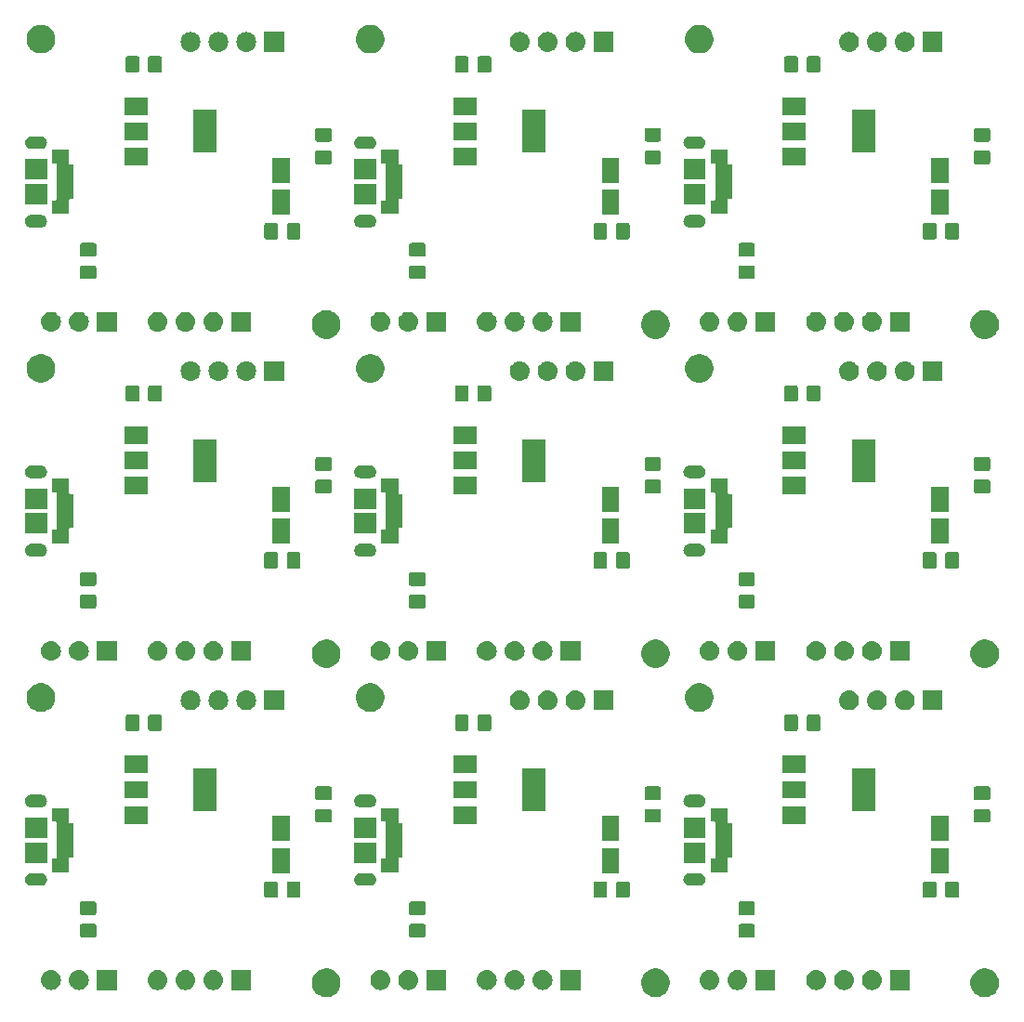
<source format=gbr>
G04 #@! TF.GenerationSoftware,KiCad,Pcbnew,5.1.4+dfsg1-1~bpo10+1*
G04 #@! TF.CreationDate,2022-07-23T13:57:56+05:30*
G04 #@! TF.ProjectId,Bolt my,426f6c74-206d-4792-9e6b-696361645f70,1.0*
G04 #@! TF.SameCoordinates,Original*
G04 #@! TF.FileFunction,Soldermask,Bot*
G04 #@! TF.FilePolarity,Negative*
%FSLAX46Y46*%
G04 Gerber Fmt 4.6, Leading zero omitted, Abs format (unit mm)*
G04 Created by KiCad (PCBNEW 5.1.4+dfsg1-1~bpo10+1) date 2022-07-23 13:57:56*
%MOMM*%
%LPD*%
G04 APERTURE LIST*
%ADD10C,0.100000*%
G04 APERTURE END LIST*
D10*
G36*
X106159487Y-104528996D02*
G01*
X106396253Y-104627068D01*
X106396255Y-104627069D01*
X106418656Y-104642037D01*
X106609339Y-104769447D01*
X106790553Y-104950661D01*
X106932932Y-105163747D01*
X107031004Y-105400513D01*
X107081000Y-105651861D01*
X107081000Y-105908139D01*
X107031004Y-106159487D01*
X106945280Y-106366442D01*
X106932931Y-106396255D01*
X106790553Y-106609339D01*
X106609339Y-106790553D01*
X106396255Y-106932931D01*
X106396254Y-106932932D01*
X106396253Y-106932932D01*
X106159487Y-107031004D01*
X105908139Y-107081000D01*
X105651861Y-107081000D01*
X105400513Y-107031004D01*
X105163747Y-106932932D01*
X105163746Y-106932932D01*
X105163745Y-106932931D01*
X104950661Y-106790553D01*
X104769447Y-106609339D01*
X104627069Y-106396255D01*
X104614720Y-106366442D01*
X104528996Y-106159487D01*
X104479000Y-105908139D01*
X104479000Y-105651861D01*
X104528996Y-105400513D01*
X104627068Y-105163747D01*
X104769447Y-104950661D01*
X104950661Y-104769447D01*
X105141344Y-104642037D01*
X105163745Y-104627069D01*
X105163747Y-104627068D01*
X105400513Y-104528996D01*
X105651861Y-104479000D01*
X105908139Y-104479000D01*
X106159487Y-104528996D01*
X106159487Y-104528996D01*
G37*
G36*
X46159487Y-104528996D02*
G01*
X46396253Y-104627068D01*
X46396255Y-104627069D01*
X46418656Y-104642037D01*
X46609339Y-104769447D01*
X46790553Y-104950661D01*
X46932932Y-105163747D01*
X47031004Y-105400513D01*
X47081000Y-105651861D01*
X47081000Y-105908139D01*
X47031004Y-106159487D01*
X46945280Y-106366442D01*
X46932931Y-106396255D01*
X46790553Y-106609339D01*
X46609339Y-106790553D01*
X46396255Y-106932931D01*
X46396254Y-106932932D01*
X46396253Y-106932932D01*
X46159487Y-107031004D01*
X45908139Y-107081000D01*
X45651861Y-107081000D01*
X45400513Y-107031004D01*
X45163747Y-106932932D01*
X45163746Y-106932932D01*
X45163745Y-106932931D01*
X44950661Y-106790553D01*
X44769447Y-106609339D01*
X44627069Y-106396255D01*
X44614720Y-106366442D01*
X44528996Y-106159487D01*
X44479000Y-105908139D01*
X44479000Y-105651861D01*
X44528996Y-105400513D01*
X44627068Y-105163747D01*
X44769447Y-104950661D01*
X44950661Y-104769447D01*
X45141344Y-104642037D01*
X45163745Y-104627069D01*
X45163747Y-104627068D01*
X45400513Y-104528996D01*
X45651861Y-104479000D01*
X45908139Y-104479000D01*
X46159487Y-104528996D01*
X46159487Y-104528996D01*
G37*
G36*
X76159487Y-104528996D02*
G01*
X76396253Y-104627068D01*
X76396255Y-104627069D01*
X76418656Y-104642037D01*
X76609339Y-104769447D01*
X76790553Y-104950661D01*
X76932932Y-105163747D01*
X77031004Y-105400513D01*
X77081000Y-105651861D01*
X77081000Y-105908139D01*
X77031004Y-106159487D01*
X76945280Y-106366442D01*
X76932931Y-106396255D01*
X76790553Y-106609339D01*
X76609339Y-106790553D01*
X76396255Y-106932931D01*
X76396254Y-106932932D01*
X76396253Y-106932932D01*
X76159487Y-107031004D01*
X75908139Y-107081000D01*
X75651861Y-107081000D01*
X75400513Y-107031004D01*
X75163747Y-106932932D01*
X75163746Y-106932932D01*
X75163745Y-106932931D01*
X74950661Y-106790553D01*
X74769447Y-106609339D01*
X74627069Y-106396255D01*
X74614720Y-106366442D01*
X74528996Y-106159487D01*
X74479000Y-105908139D01*
X74479000Y-105651861D01*
X74528996Y-105400513D01*
X74627068Y-105163747D01*
X74769447Y-104950661D01*
X74950661Y-104769447D01*
X75141344Y-104642037D01*
X75163745Y-104627069D01*
X75163747Y-104627068D01*
X75400513Y-104528996D01*
X75651861Y-104479000D01*
X75908139Y-104479000D01*
X76159487Y-104528996D01*
X76159487Y-104528996D01*
G37*
G36*
X68931000Y-106431000D02*
G01*
X67129000Y-106431000D01*
X67129000Y-104629000D01*
X68931000Y-104629000D01*
X68931000Y-106431000D01*
X68931000Y-106431000D01*
G37*
G36*
X30520443Y-104635519D02*
G01*
X30586627Y-104642037D01*
X30756466Y-104693557D01*
X30912991Y-104777222D01*
X30948729Y-104806552D01*
X31050186Y-104889814D01*
X31133448Y-104991271D01*
X31162778Y-105027009D01*
X31162779Y-105027011D01*
X31235866Y-105163745D01*
X31246443Y-105183534D01*
X31297963Y-105353373D01*
X31315359Y-105530000D01*
X31297963Y-105706627D01*
X31246443Y-105876466D01*
X31162778Y-106032991D01*
X31133448Y-106068729D01*
X31050186Y-106170186D01*
X30948729Y-106253448D01*
X30912991Y-106282778D01*
X30756466Y-106366443D01*
X30586627Y-106417963D01*
X30520443Y-106424481D01*
X30454260Y-106431000D01*
X30365740Y-106431000D01*
X30299557Y-106424481D01*
X30233373Y-106417963D01*
X30063534Y-106366443D01*
X29907009Y-106282778D01*
X29871271Y-106253448D01*
X29769814Y-106170186D01*
X29686552Y-106068729D01*
X29657222Y-106032991D01*
X29573557Y-105876466D01*
X29522037Y-105706627D01*
X29504641Y-105530000D01*
X29522037Y-105353373D01*
X29573557Y-105183534D01*
X29584135Y-105163745D01*
X29657221Y-105027011D01*
X29657222Y-105027009D01*
X29686552Y-104991271D01*
X29769814Y-104889814D01*
X29871271Y-104806552D01*
X29907009Y-104777222D01*
X30063534Y-104693557D01*
X30233373Y-104642037D01*
X30299558Y-104635518D01*
X30365740Y-104629000D01*
X30454260Y-104629000D01*
X30520443Y-104635519D01*
X30520443Y-104635519D01*
G37*
G36*
X33060443Y-104635519D02*
G01*
X33126627Y-104642037D01*
X33296466Y-104693557D01*
X33452991Y-104777222D01*
X33488729Y-104806552D01*
X33590186Y-104889814D01*
X33673448Y-104991271D01*
X33702778Y-105027009D01*
X33702779Y-105027011D01*
X33775866Y-105163745D01*
X33786443Y-105183534D01*
X33837963Y-105353373D01*
X33855359Y-105530000D01*
X33837963Y-105706627D01*
X33786443Y-105876466D01*
X33702778Y-106032991D01*
X33673448Y-106068729D01*
X33590186Y-106170186D01*
X33488729Y-106253448D01*
X33452991Y-106282778D01*
X33296466Y-106366443D01*
X33126627Y-106417963D01*
X33060443Y-106424481D01*
X32994260Y-106431000D01*
X32905740Y-106431000D01*
X32839557Y-106424481D01*
X32773373Y-106417963D01*
X32603534Y-106366443D01*
X32447009Y-106282778D01*
X32411271Y-106253448D01*
X32309814Y-106170186D01*
X32226552Y-106068729D01*
X32197222Y-106032991D01*
X32113557Y-105876466D01*
X32062037Y-105706627D01*
X32044641Y-105530000D01*
X32062037Y-105353373D01*
X32113557Y-105183534D01*
X32124135Y-105163745D01*
X32197221Y-105027011D01*
X32197222Y-105027009D01*
X32226552Y-104991271D01*
X32309814Y-104889814D01*
X32411271Y-104806552D01*
X32447009Y-104777222D01*
X32603534Y-104693557D01*
X32773373Y-104642037D01*
X32839558Y-104635518D01*
X32905740Y-104629000D01*
X32994260Y-104629000D01*
X33060443Y-104635519D01*
X33060443Y-104635519D01*
G37*
G36*
X35600443Y-104635519D02*
G01*
X35666627Y-104642037D01*
X35836466Y-104693557D01*
X35992991Y-104777222D01*
X36028729Y-104806552D01*
X36130186Y-104889814D01*
X36213448Y-104991271D01*
X36242778Y-105027009D01*
X36242779Y-105027011D01*
X36315866Y-105163745D01*
X36326443Y-105183534D01*
X36377963Y-105353373D01*
X36395359Y-105530000D01*
X36377963Y-105706627D01*
X36326443Y-105876466D01*
X36242778Y-106032991D01*
X36213448Y-106068729D01*
X36130186Y-106170186D01*
X36028729Y-106253448D01*
X35992991Y-106282778D01*
X35836466Y-106366443D01*
X35666627Y-106417963D01*
X35600443Y-106424481D01*
X35534260Y-106431000D01*
X35445740Y-106431000D01*
X35379557Y-106424481D01*
X35313373Y-106417963D01*
X35143534Y-106366443D01*
X34987009Y-106282778D01*
X34951271Y-106253448D01*
X34849814Y-106170186D01*
X34766552Y-106068729D01*
X34737222Y-106032991D01*
X34653557Y-105876466D01*
X34602037Y-105706627D01*
X34584641Y-105530000D01*
X34602037Y-105353373D01*
X34653557Y-105183534D01*
X34664135Y-105163745D01*
X34737221Y-105027011D01*
X34737222Y-105027009D01*
X34766552Y-104991271D01*
X34849814Y-104889814D01*
X34951271Y-104806552D01*
X34987009Y-104777222D01*
X35143534Y-104693557D01*
X35313373Y-104642037D01*
X35379558Y-104635518D01*
X35445740Y-104629000D01*
X35534260Y-104629000D01*
X35600443Y-104635519D01*
X35600443Y-104635519D01*
G37*
G36*
X38931000Y-106431000D02*
G01*
X37129000Y-106431000D01*
X37129000Y-104629000D01*
X38931000Y-104629000D01*
X38931000Y-106431000D01*
X38931000Y-106431000D01*
G37*
G36*
X65600443Y-104635519D02*
G01*
X65666627Y-104642037D01*
X65836466Y-104693557D01*
X65992991Y-104777222D01*
X66028729Y-104806552D01*
X66130186Y-104889814D01*
X66213448Y-104991271D01*
X66242778Y-105027009D01*
X66242779Y-105027011D01*
X66315866Y-105163745D01*
X66326443Y-105183534D01*
X66377963Y-105353373D01*
X66395359Y-105530000D01*
X66377963Y-105706627D01*
X66326443Y-105876466D01*
X66242778Y-106032991D01*
X66213448Y-106068729D01*
X66130186Y-106170186D01*
X66028729Y-106253448D01*
X65992991Y-106282778D01*
X65836466Y-106366443D01*
X65666627Y-106417963D01*
X65600443Y-106424481D01*
X65534260Y-106431000D01*
X65445740Y-106431000D01*
X65379557Y-106424481D01*
X65313373Y-106417963D01*
X65143534Y-106366443D01*
X64987009Y-106282778D01*
X64951271Y-106253448D01*
X64849814Y-106170186D01*
X64766552Y-106068729D01*
X64737222Y-106032991D01*
X64653557Y-105876466D01*
X64602037Y-105706627D01*
X64584641Y-105530000D01*
X64602037Y-105353373D01*
X64653557Y-105183534D01*
X64664135Y-105163745D01*
X64737221Y-105027011D01*
X64737222Y-105027009D01*
X64766552Y-104991271D01*
X64849814Y-104889814D01*
X64951271Y-104806552D01*
X64987009Y-104777222D01*
X65143534Y-104693557D01*
X65313373Y-104642037D01*
X65379558Y-104635518D01*
X65445740Y-104629000D01*
X65534260Y-104629000D01*
X65600443Y-104635519D01*
X65600443Y-104635519D01*
G37*
G36*
X63060443Y-104635519D02*
G01*
X63126627Y-104642037D01*
X63296466Y-104693557D01*
X63452991Y-104777222D01*
X63488729Y-104806552D01*
X63590186Y-104889814D01*
X63673448Y-104991271D01*
X63702778Y-105027009D01*
X63702779Y-105027011D01*
X63775866Y-105163745D01*
X63786443Y-105183534D01*
X63837963Y-105353373D01*
X63855359Y-105530000D01*
X63837963Y-105706627D01*
X63786443Y-105876466D01*
X63702778Y-106032991D01*
X63673448Y-106068729D01*
X63590186Y-106170186D01*
X63488729Y-106253448D01*
X63452991Y-106282778D01*
X63296466Y-106366443D01*
X63126627Y-106417963D01*
X63060443Y-106424481D01*
X62994260Y-106431000D01*
X62905740Y-106431000D01*
X62839557Y-106424481D01*
X62773373Y-106417963D01*
X62603534Y-106366443D01*
X62447009Y-106282778D01*
X62411271Y-106253448D01*
X62309814Y-106170186D01*
X62226552Y-106068729D01*
X62197222Y-106032991D01*
X62113557Y-105876466D01*
X62062037Y-105706627D01*
X62044641Y-105530000D01*
X62062037Y-105353373D01*
X62113557Y-105183534D01*
X62124135Y-105163745D01*
X62197221Y-105027011D01*
X62197222Y-105027009D01*
X62226552Y-104991271D01*
X62309814Y-104889814D01*
X62411271Y-104806552D01*
X62447009Y-104777222D01*
X62603534Y-104693557D01*
X62773373Y-104642037D01*
X62839558Y-104635518D01*
X62905740Y-104629000D01*
X62994260Y-104629000D01*
X63060443Y-104635519D01*
X63060443Y-104635519D01*
G37*
G36*
X60520443Y-104635519D02*
G01*
X60586627Y-104642037D01*
X60756466Y-104693557D01*
X60912991Y-104777222D01*
X60948729Y-104806552D01*
X61050186Y-104889814D01*
X61133448Y-104991271D01*
X61162778Y-105027009D01*
X61162779Y-105027011D01*
X61235866Y-105163745D01*
X61246443Y-105183534D01*
X61297963Y-105353373D01*
X61315359Y-105530000D01*
X61297963Y-105706627D01*
X61246443Y-105876466D01*
X61162778Y-106032991D01*
X61133448Y-106068729D01*
X61050186Y-106170186D01*
X60948729Y-106253448D01*
X60912991Y-106282778D01*
X60756466Y-106366443D01*
X60586627Y-106417963D01*
X60520443Y-106424481D01*
X60454260Y-106431000D01*
X60365740Y-106431000D01*
X60299557Y-106424481D01*
X60233373Y-106417963D01*
X60063534Y-106366443D01*
X59907009Y-106282778D01*
X59871271Y-106253448D01*
X59769814Y-106170186D01*
X59686552Y-106068729D01*
X59657222Y-106032991D01*
X59573557Y-105876466D01*
X59522037Y-105706627D01*
X59504641Y-105530000D01*
X59522037Y-105353373D01*
X59573557Y-105183534D01*
X59584135Y-105163745D01*
X59657221Y-105027011D01*
X59657222Y-105027009D01*
X59686552Y-104991271D01*
X59769814Y-104889814D01*
X59871271Y-104806552D01*
X59907009Y-104777222D01*
X60063534Y-104693557D01*
X60233373Y-104642037D01*
X60299558Y-104635518D01*
X60365740Y-104629000D01*
X60454260Y-104629000D01*
X60520443Y-104635519D01*
X60520443Y-104635519D01*
G37*
G36*
X23350443Y-104635519D02*
G01*
X23416627Y-104642037D01*
X23586466Y-104693557D01*
X23742991Y-104777222D01*
X23778729Y-104806552D01*
X23880186Y-104889814D01*
X23963448Y-104991271D01*
X23992778Y-105027009D01*
X23992779Y-105027011D01*
X24065866Y-105163745D01*
X24076443Y-105183534D01*
X24127963Y-105353373D01*
X24145359Y-105530000D01*
X24127963Y-105706627D01*
X24076443Y-105876466D01*
X23992778Y-106032991D01*
X23963448Y-106068729D01*
X23880186Y-106170186D01*
X23778729Y-106253448D01*
X23742991Y-106282778D01*
X23586466Y-106366443D01*
X23416627Y-106417963D01*
X23350443Y-106424481D01*
X23284260Y-106431000D01*
X23195740Y-106431000D01*
X23129557Y-106424481D01*
X23063373Y-106417963D01*
X22893534Y-106366443D01*
X22737009Y-106282778D01*
X22701271Y-106253448D01*
X22599814Y-106170186D01*
X22516552Y-106068729D01*
X22487222Y-106032991D01*
X22403557Y-105876466D01*
X22352037Y-105706627D01*
X22334641Y-105530000D01*
X22352037Y-105353373D01*
X22403557Y-105183534D01*
X22414135Y-105163745D01*
X22487221Y-105027011D01*
X22487222Y-105027009D01*
X22516552Y-104991271D01*
X22599814Y-104889814D01*
X22701271Y-104806552D01*
X22737009Y-104777222D01*
X22893534Y-104693557D01*
X23063373Y-104642037D01*
X23129558Y-104635518D01*
X23195740Y-104629000D01*
X23284260Y-104629000D01*
X23350443Y-104635519D01*
X23350443Y-104635519D01*
G37*
G36*
X56681000Y-106431000D02*
G01*
X54879000Y-106431000D01*
X54879000Y-104629000D01*
X56681000Y-104629000D01*
X56681000Y-106431000D01*
X56681000Y-106431000D01*
G37*
G36*
X50810443Y-104635519D02*
G01*
X50876627Y-104642037D01*
X51046466Y-104693557D01*
X51202991Y-104777222D01*
X51238729Y-104806552D01*
X51340186Y-104889814D01*
X51423448Y-104991271D01*
X51452778Y-105027009D01*
X51452779Y-105027011D01*
X51525866Y-105163745D01*
X51536443Y-105183534D01*
X51587963Y-105353373D01*
X51605359Y-105530000D01*
X51587963Y-105706627D01*
X51536443Y-105876466D01*
X51452778Y-106032991D01*
X51423448Y-106068729D01*
X51340186Y-106170186D01*
X51238729Y-106253448D01*
X51202991Y-106282778D01*
X51046466Y-106366443D01*
X50876627Y-106417963D01*
X50810443Y-106424481D01*
X50744260Y-106431000D01*
X50655740Y-106431000D01*
X50589557Y-106424481D01*
X50523373Y-106417963D01*
X50353534Y-106366443D01*
X50197009Y-106282778D01*
X50161271Y-106253448D01*
X50059814Y-106170186D01*
X49976552Y-106068729D01*
X49947222Y-106032991D01*
X49863557Y-105876466D01*
X49812037Y-105706627D01*
X49794641Y-105530000D01*
X49812037Y-105353373D01*
X49863557Y-105183534D01*
X49874135Y-105163745D01*
X49947221Y-105027011D01*
X49947222Y-105027009D01*
X49976552Y-104991271D01*
X50059814Y-104889814D01*
X50161271Y-104806552D01*
X50197009Y-104777222D01*
X50353534Y-104693557D01*
X50523373Y-104642037D01*
X50589558Y-104635518D01*
X50655740Y-104629000D01*
X50744260Y-104629000D01*
X50810443Y-104635519D01*
X50810443Y-104635519D01*
G37*
G36*
X98931000Y-106431000D02*
G01*
X97129000Y-106431000D01*
X97129000Y-104629000D01*
X98931000Y-104629000D01*
X98931000Y-106431000D01*
X98931000Y-106431000D01*
G37*
G36*
X95600443Y-104635519D02*
G01*
X95666627Y-104642037D01*
X95836466Y-104693557D01*
X95992991Y-104777222D01*
X96028729Y-104806552D01*
X96130186Y-104889814D01*
X96213448Y-104991271D01*
X96242778Y-105027009D01*
X96242779Y-105027011D01*
X96315866Y-105163745D01*
X96326443Y-105183534D01*
X96377963Y-105353373D01*
X96395359Y-105530000D01*
X96377963Y-105706627D01*
X96326443Y-105876466D01*
X96242778Y-106032991D01*
X96213448Y-106068729D01*
X96130186Y-106170186D01*
X96028729Y-106253448D01*
X95992991Y-106282778D01*
X95836466Y-106366443D01*
X95666627Y-106417963D01*
X95600443Y-106424481D01*
X95534260Y-106431000D01*
X95445740Y-106431000D01*
X95379557Y-106424481D01*
X95313373Y-106417963D01*
X95143534Y-106366443D01*
X94987009Y-106282778D01*
X94951271Y-106253448D01*
X94849814Y-106170186D01*
X94766552Y-106068729D01*
X94737222Y-106032991D01*
X94653557Y-105876466D01*
X94602037Y-105706627D01*
X94584641Y-105530000D01*
X94602037Y-105353373D01*
X94653557Y-105183534D01*
X94664135Y-105163745D01*
X94737221Y-105027011D01*
X94737222Y-105027009D01*
X94766552Y-104991271D01*
X94849814Y-104889814D01*
X94951271Y-104806552D01*
X94987009Y-104777222D01*
X95143534Y-104693557D01*
X95313373Y-104642037D01*
X95379558Y-104635518D01*
X95445740Y-104629000D01*
X95534260Y-104629000D01*
X95600443Y-104635519D01*
X95600443Y-104635519D01*
G37*
G36*
X93060443Y-104635519D02*
G01*
X93126627Y-104642037D01*
X93296466Y-104693557D01*
X93452991Y-104777222D01*
X93488729Y-104806552D01*
X93590186Y-104889814D01*
X93673448Y-104991271D01*
X93702778Y-105027009D01*
X93702779Y-105027011D01*
X93775866Y-105163745D01*
X93786443Y-105183534D01*
X93837963Y-105353373D01*
X93855359Y-105530000D01*
X93837963Y-105706627D01*
X93786443Y-105876466D01*
X93702778Y-106032991D01*
X93673448Y-106068729D01*
X93590186Y-106170186D01*
X93488729Y-106253448D01*
X93452991Y-106282778D01*
X93296466Y-106366443D01*
X93126627Y-106417963D01*
X93060443Y-106424481D01*
X92994260Y-106431000D01*
X92905740Y-106431000D01*
X92839557Y-106424481D01*
X92773373Y-106417963D01*
X92603534Y-106366443D01*
X92447009Y-106282778D01*
X92411271Y-106253448D01*
X92309814Y-106170186D01*
X92226552Y-106068729D01*
X92197222Y-106032991D01*
X92113557Y-105876466D01*
X92062037Y-105706627D01*
X92044641Y-105530000D01*
X92062037Y-105353373D01*
X92113557Y-105183534D01*
X92124135Y-105163745D01*
X92197221Y-105027011D01*
X92197222Y-105027009D01*
X92226552Y-104991271D01*
X92309814Y-104889814D01*
X92411271Y-104806552D01*
X92447009Y-104777222D01*
X92603534Y-104693557D01*
X92773373Y-104642037D01*
X92839558Y-104635518D01*
X92905740Y-104629000D01*
X92994260Y-104629000D01*
X93060443Y-104635519D01*
X93060443Y-104635519D01*
G37*
G36*
X90520443Y-104635519D02*
G01*
X90586627Y-104642037D01*
X90756466Y-104693557D01*
X90912991Y-104777222D01*
X90948729Y-104806552D01*
X91050186Y-104889814D01*
X91133448Y-104991271D01*
X91162778Y-105027009D01*
X91162779Y-105027011D01*
X91235866Y-105163745D01*
X91246443Y-105183534D01*
X91297963Y-105353373D01*
X91315359Y-105530000D01*
X91297963Y-105706627D01*
X91246443Y-105876466D01*
X91162778Y-106032991D01*
X91133448Y-106068729D01*
X91050186Y-106170186D01*
X90948729Y-106253448D01*
X90912991Y-106282778D01*
X90756466Y-106366443D01*
X90586627Y-106417963D01*
X90520443Y-106424481D01*
X90454260Y-106431000D01*
X90365740Y-106431000D01*
X90299557Y-106424481D01*
X90233373Y-106417963D01*
X90063534Y-106366443D01*
X89907009Y-106282778D01*
X89871271Y-106253448D01*
X89769814Y-106170186D01*
X89686552Y-106068729D01*
X89657222Y-106032991D01*
X89573557Y-105876466D01*
X89522037Y-105706627D01*
X89504641Y-105530000D01*
X89522037Y-105353373D01*
X89573557Y-105183534D01*
X89584135Y-105163745D01*
X89657221Y-105027011D01*
X89657222Y-105027009D01*
X89686552Y-104991271D01*
X89769814Y-104889814D01*
X89871271Y-104806552D01*
X89907009Y-104777222D01*
X90063534Y-104693557D01*
X90233373Y-104642037D01*
X90299558Y-104635518D01*
X90365740Y-104629000D01*
X90454260Y-104629000D01*
X90520443Y-104635519D01*
X90520443Y-104635519D01*
G37*
G36*
X53350443Y-104635519D02*
G01*
X53416627Y-104642037D01*
X53586466Y-104693557D01*
X53742991Y-104777222D01*
X53778729Y-104806552D01*
X53880186Y-104889814D01*
X53963448Y-104991271D01*
X53992778Y-105027009D01*
X53992779Y-105027011D01*
X54065866Y-105163745D01*
X54076443Y-105183534D01*
X54127963Y-105353373D01*
X54145359Y-105530000D01*
X54127963Y-105706627D01*
X54076443Y-105876466D01*
X53992778Y-106032991D01*
X53963448Y-106068729D01*
X53880186Y-106170186D01*
X53778729Y-106253448D01*
X53742991Y-106282778D01*
X53586466Y-106366443D01*
X53416627Y-106417963D01*
X53350443Y-106424481D01*
X53284260Y-106431000D01*
X53195740Y-106431000D01*
X53129557Y-106424481D01*
X53063373Y-106417963D01*
X52893534Y-106366443D01*
X52737009Y-106282778D01*
X52701271Y-106253448D01*
X52599814Y-106170186D01*
X52516552Y-106068729D01*
X52487222Y-106032991D01*
X52403557Y-105876466D01*
X52352037Y-105706627D01*
X52334641Y-105530000D01*
X52352037Y-105353373D01*
X52403557Y-105183534D01*
X52414135Y-105163745D01*
X52487221Y-105027011D01*
X52487222Y-105027009D01*
X52516552Y-104991271D01*
X52599814Y-104889814D01*
X52701271Y-104806552D01*
X52737009Y-104777222D01*
X52893534Y-104693557D01*
X53063373Y-104642037D01*
X53129558Y-104635518D01*
X53195740Y-104629000D01*
X53284260Y-104629000D01*
X53350443Y-104635519D01*
X53350443Y-104635519D01*
G37*
G36*
X86681000Y-106431000D02*
G01*
X84879000Y-106431000D01*
X84879000Y-104629000D01*
X86681000Y-104629000D01*
X86681000Y-106431000D01*
X86681000Y-106431000D01*
G37*
G36*
X83350443Y-104635519D02*
G01*
X83416627Y-104642037D01*
X83586466Y-104693557D01*
X83742991Y-104777222D01*
X83778729Y-104806552D01*
X83880186Y-104889814D01*
X83963448Y-104991271D01*
X83992778Y-105027009D01*
X83992779Y-105027011D01*
X84065866Y-105163745D01*
X84076443Y-105183534D01*
X84127963Y-105353373D01*
X84145359Y-105530000D01*
X84127963Y-105706627D01*
X84076443Y-105876466D01*
X83992778Y-106032991D01*
X83963448Y-106068729D01*
X83880186Y-106170186D01*
X83778729Y-106253448D01*
X83742991Y-106282778D01*
X83586466Y-106366443D01*
X83416627Y-106417963D01*
X83350443Y-106424481D01*
X83284260Y-106431000D01*
X83195740Y-106431000D01*
X83129557Y-106424481D01*
X83063373Y-106417963D01*
X82893534Y-106366443D01*
X82737009Y-106282778D01*
X82701271Y-106253448D01*
X82599814Y-106170186D01*
X82516552Y-106068729D01*
X82487222Y-106032991D01*
X82403557Y-105876466D01*
X82352037Y-105706627D01*
X82334641Y-105530000D01*
X82352037Y-105353373D01*
X82403557Y-105183534D01*
X82414135Y-105163745D01*
X82487221Y-105027011D01*
X82487222Y-105027009D01*
X82516552Y-104991271D01*
X82599814Y-104889814D01*
X82701271Y-104806552D01*
X82737009Y-104777222D01*
X82893534Y-104693557D01*
X83063373Y-104642037D01*
X83129558Y-104635518D01*
X83195740Y-104629000D01*
X83284260Y-104629000D01*
X83350443Y-104635519D01*
X83350443Y-104635519D01*
G37*
G36*
X80810443Y-104635519D02*
G01*
X80876627Y-104642037D01*
X81046466Y-104693557D01*
X81202991Y-104777222D01*
X81238729Y-104806552D01*
X81340186Y-104889814D01*
X81423448Y-104991271D01*
X81452778Y-105027009D01*
X81452779Y-105027011D01*
X81525866Y-105163745D01*
X81536443Y-105183534D01*
X81587963Y-105353373D01*
X81605359Y-105530000D01*
X81587963Y-105706627D01*
X81536443Y-105876466D01*
X81452778Y-106032991D01*
X81423448Y-106068729D01*
X81340186Y-106170186D01*
X81238729Y-106253448D01*
X81202991Y-106282778D01*
X81046466Y-106366443D01*
X80876627Y-106417963D01*
X80810443Y-106424481D01*
X80744260Y-106431000D01*
X80655740Y-106431000D01*
X80589557Y-106424481D01*
X80523373Y-106417963D01*
X80353534Y-106366443D01*
X80197009Y-106282778D01*
X80161271Y-106253448D01*
X80059814Y-106170186D01*
X79976552Y-106068729D01*
X79947222Y-106032991D01*
X79863557Y-105876466D01*
X79812037Y-105706627D01*
X79794641Y-105530000D01*
X79812037Y-105353373D01*
X79863557Y-105183534D01*
X79874135Y-105163745D01*
X79947221Y-105027011D01*
X79947222Y-105027009D01*
X79976552Y-104991271D01*
X80059814Y-104889814D01*
X80161271Y-104806552D01*
X80197009Y-104777222D01*
X80353534Y-104693557D01*
X80523373Y-104642037D01*
X80589558Y-104635518D01*
X80655740Y-104629000D01*
X80744260Y-104629000D01*
X80810443Y-104635519D01*
X80810443Y-104635519D01*
G37*
G36*
X20810443Y-104635519D02*
G01*
X20876627Y-104642037D01*
X21046466Y-104693557D01*
X21202991Y-104777222D01*
X21238729Y-104806552D01*
X21340186Y-104889814D01*
X21423448Y-104991271D01*
X21452778Y-105027009D01*
X21452779Y-105027011D01*
X21525866Y-105163745D01*
X21536443Y-105183534D01*
X21587963Y-105353373D01*
X21605359Y-105530000D01*
X21587963Y-105706627D01*
X21536443Y-105876466D01*
X21452778Y-106032991D01*
X21423448Y-106068729D01*
X21340186Y-106170186D01*
X21238729Y-106253448D01*
X21202991Y-106282778D01*
X21046466Y-106366443D01*
X20876627Y-106417963D01*
X20810443Y-106424481D01*
X20744260Y-106431000D01*
X20655740Y-106431000D01*
X20589557Y-106424481D01*
X20523373Y-106417963D01*
X20353534Y-106366443D01*
X20197009Y-106282778D01*
X20161271Y-106253448D01*
X20059814Y-106170186D01*
X19976552Y-106068729D01*
X19947222Y-106032991D01*
X19863557Y-105876466D01*
X19812037Y-105706627D01*
X19794641Y-105530000D01*
X19812037Y-105353373D01*
X19863557Y-105183534D01*
X19874135Y-105163745D01*
X19947221Y-105027011D01*
X19947222Y-105027009D01*
X19976552Y-104991271D01*
X20059814Y-104889814D01*
X20161271Y-104806552D01*
X20197009Y-104777222D01*
X20353534Y-104693557D01*
X20523373Y-104642037D01*
X20589558Y-104635518D01*
X20655740Y-104629000D01*
X20744260Y-104629000D01*
X20810443Y-104635519D01*
X20810443Y-104635519D01*
G37*
G36*
X26681000Y-106431000D02*
G01*
X24879000Y-106431000D01*
X24879000Y-104629000D01*
X26681000Y-104629000D01*
X26681000Y-106431000D01*
X26681000Y-106431000D01*
G37*
G36*
X54668674Y-100408465D02*
G01*
X54706367Y-100419899D01*
X54741103Y-100438466D01*
X54771548Y-100463452D01*
X54796534Y-100493897D01*
X54815101Y-100528633D01*
X54826535Y-100566326D01*
X54831000Y-100611661D01*
X54831000Y-101448339D01*
X54826535Y-101493674D01*
X54815101Y-101531367D01*
X54796534Y-101566103D01*
X54771548Y-101596548D01*
X54741103Y-101621534D01*
X54706367Y-101640101D01*
X54668674Y-101651535D01*
X54623339Y-101656000D01*
X53536661Y-101656000D01*
X53491326Y-101651535D01*
X53453633Y-101640101D01*
X53418897Y-101621534D01*
X53388452Y-101596548D01*
X53363466Y-101566103D01*
X53344899Y-101531367D01*
X53333465Y-101493674D01*
X53329000Y-101448339D01*
X53329000Y-100611661D01*
X53333465Y-100566326D01*
X53344899Y-100528633D01*
X53363466Y-100493897D01*
X53388452Y-100463452D01*
X53418897Y-100438466D01*
X53453633Y-100419899D01*
X53491326Y-100408465D01*
X53536661Y-100404000D01*
X54623339Y-100404000D01*
X54668674Y-100408465D01*
X54668674Y-100408465D01*
G37*
G36*
X24668674Y-100408465D02*
G01*
X24706367Y-100419899D01*
X24741103Y-100438466D01*
X24771548Y-100463452D01*
X24796534Y-100493897D01*
X24815101Y-100528633D01*
X24826535Y-100566326D01*
X24831000Y-100611661D01*
X24831000Y-101448339D01*
X24826535Y-101493674D01*
X24815101Y-101531367D01*
X24796534Y-101566103D01*
X24771548Y-101596548D01*
X24741103Y-101621534D01*
X24706367Y-101640101D01*
X24668674Y-101651535D01*
X24623339Y-101656000D01*
X23536661Y-101656000D01*
X23491326Y-101651535D01*
X23453633Y-101640101D01*
X23418897Y-101621534D01*
X23388452Y-101596548D01*
X23363466Y-101566103D01*
X23344899Y-101531367D01*
X23333465Y-101493674D01*
X23329000Y-101448339D01*
X23329000Y-100611661D01*
X23333465Y-100566326D01*
X23344899Y-100528633D01*
X23363466Y-100493897D01*
X23388452Y-100463452D01*
X23418897Y-100438466D01*
X23453633Y-100419899D01*
X23491326Y-100408465D01*
X23536661Y-100404000D01*
X24623339Y-100404000D01*
X24668674Y-100408465D01*
X24668674Y-100408465D01*
G37*
G36*
X84668674Y-100408465D02*
G01*
X84706367Y-100419899D01*
X84741103Y-100438466D01*
X84771548Y-100463452D01*
X84796534Y-100493897D01*
X84815101Y-100528633D01*
X84826535Y-100566326D01*
X84831000Y-100611661D01*
X84831000Y-101448339D01*
X84826535Y-101493674D01*
X84815101Y-101531367D01*
X84796534Y-101566103D01*
X84771548Y-101596548D01*
X84741103Y-101621534D01*
X84706367Y-101640101D01*
X84668674Y-101651535D01*
X84623339Y-101656000D01*
X83536661Y-101656000D01*
X83491326Y-101651535D01*
X83453633Y-101640101D01*
X83418897Y-101621534D01*
X83388452Y-101596548D01*
X83363466Y-101566103D01*
X83344899Y-101531367D01*
X83333465Y-101493674D01*
X83329000Y-101448339D01*
X83329000Y-100611661D01*
X83333465Y-100566326D01*
X83344899Y-100528633D01*
X83363466Y-100493897D01*
X83388452Y-100463452D01*
X83418897Y-100438466D01*
X83453633Y-100419899D01*
X83491326Y-100408465D01*
X83536661Y-100404000D01*
X84623339Y-100404000D01*
X84668674Y-100408465D01*
X84668674Y-100408465D01*
G37*
G36*
X24668674Y-98358465D02*
G01*
X24706367Y-98369899D01*
X24741103Y-98388466D01*
X24771548Y-98413452D01*
X24796534Y-98443897D01*
X24815101Y-98478633D01*
X24826535Y-98516326D01*
X24831000Y-98561661D01*
X24831000Y-99398339D01*
X24826535Y-99443674D01*
X24815101Y-99481367D01*
X24796534Y-99516103D01*
X24771548Y-99546548D01*
X24741103Y-99571534D01*
X24706367Y-99590101D01*
X24668674Y-99601535D01*
X24623339Y-99606000D01*
X23536661Y-99606000D01*
X23491326Y-99601535D01*
X23453633Y-99590101D01*
X23418897Y-99571534D01*
X23388452Y-99546548D01*
X23363466Y-99516103D01*
X23344899Y-99481367D01*
X23333465Y-99443674D01*
X23329000Y-99398339D01*
X23329000Y-98561661D01*
X23333465Y-98516326D01*
X23344899Y-98478633D01*
X23363466Y-98443897D01*
X23388452Y-98413452D01*
X23418897Y-98388466D01*
X23453633Y-98369899D01*
X23491326Y-98358465D01*
X23536661Y-98354000D01*
X24623339Y-98354000D01*
X24668674Y-98358465D01*
X24668674Y-98358465D01*
G37*
G36*
X54668674Y-98358465D02*
G01*
X54706367Y-98369899D01*
X54741103Y-98388466D01*
X54771548Y-98413452D01*
X54796534Y-98443897D01*
X54815101Y-98478633D01*
X54826535Y-98516326D01*
X54831000Y-98561661D01*
X54831000Y-99398339D01*
X54826535Y-99443674D01*
X54815101Y-99481367D01*
X54796534Y-99516103D01*
X54771548Y-99546548D01*
X54741103Y-99571534D01*
X54706367Y-99590101D01*
X54668674Y-99601535D01*
X54623339Y-99606000D01*
X53536661Y-99606000D01*
X53491326Y-99601535D01*
X53453633Y-99590101D01*
X53418897Y-99571534D01*
X53388452Y-99546548D01*
X53363466Y-99516103D01*
X53344899Y-99481367D01*
X53333465Y-99443674D01*
X53329000Y-99398339D01*
X53329000Y-98561661D01*
X53333465Y-98516326D01*
X53344899Y-98478633D01*
X53363466Y-98443897D01*
X53388452Y-98413452D01*
X53418897Y-98388466D01*
X53453633Y-98369899D01*
X53491326Y-98358465D01*
X53536661Y-98354000D01*
X54623339Y-98354000D01*
X54668674Y-98358465D01*
X54668674Y-98358465D01*
G37*
G36*
X84668674Y-98358465D02*
G01*
X84706367Y-98369899D01*
X84741103Y-98388466D01*
X84771548Y-98413452D01*
X84796534Y-98443897D01*
X84815101Y-98478633D01*
X84826535Y-98516326D01*
X84831000Y-98561661D01*
X84831000Y-99398339D01*
X84826535Y-99443674D01*
X84815101Y-99481367D01*
X84796534Y-99516103D01*
X84771548Y-99546548D01*
X84741103Y-99571534D01*
X84706367Y-99590101D01*
X84668674Y-99601535D01*
X84623339Y-99606000D01*
X83536661Y-99606000D01*
X83491326Y-99601535D01*
X83453633Y-99590101D01*
X83418897Y-99571534D01*
X83388452Y-99546548D01*
X83363466Y-99516103D01*
X83344899Y-99481367D01*
X83333465Y-99443674D01*
X83329000Y-99398339D01*
X83329000Y-98561661D01*
X83333465Y-98516326D01*
X83344899Y-98478633D01*
X83363466Y-98443897D01*
X83388452Y-98413452D01*
X83418897Y-98388466D01*
X83453633Y-98369899D01*
X83491326Y-98358465D01*
X83536661Y-98354000D01*
X84623339Y-98354000D01*
X84668674Y-98358465D01*
X84668674Y-98358465D01*
G37*
G36*
X73268674Y-96533465D02*
G01*
X73306367Y-96544899D01*
X73341103Y-96563466D01*
X73371548Y-96588452D01*
X73396534Y-96618897D01*
X73415101Y-96653633D01*
X73426535Y-96691326D01*
X73431000Y-96736661D01*
X73431000Y-97823339D01*
X73426535Y-97868674D01*
X73415101Y-97906367D01*
X73396534Y-97941103D01*
X73371548Y-97971548D01*
X73341103Y-97996534D01*
X73306367Y-98015101D01*
X73268674Y-98026535D01*
X73223339Y-98031000D01*
X72386661Y-98031000D01*
X72341326Y-98026535D01*
X72303633Y-98015101D01*
X72268897Y-97996534D01*
X72238452Y-97971548D01*
X72213466Y-97941103D01*
X72194899Y-97906367D01*
X72183465Y-97868674D01*
X72179000Y-97823339D01*
X72179000Y-96736661D01*
X72183465Y-96691326D01*
X72194899Y-96653633D01*
X72213466Y-96618897D01*
X72238452Y-96588452D01*
X72268897Y-96563466D01*
X72303633Y-96544899D01*
X72341326Y-96533465D01*
X72386661Y-96529000D01*
X73223339Y-96529000D01*
X73268674Y-96533465D01*
X73268674Y-96533465D01*
G37*
G36*
X103268674Y-96533465D02*
G01*
X103306367Y-96544899D01*
X103341103Y-96563466D01*
X103371548Y-96588452D01*
X103396534Y-96618897D01*
X103415101Y-96653633D01*
X103426535Y-96691326D01*
X103431000Y-96736661D01*
X103431000Y-97823339D01*
X103426535Y-97868674D01*
X103415101Y-97906367D01*
X103396534Y-97941103D01*
X103371548Y-97971548D01*
X103341103Y-97996534D01*
X103306367Y-98015101D01*
X103268674Y-98026535D01*
X103223339Y-98031000D01*
X102386661Y-98031000D01*
X102341326Y-98026535D01*
X102303633Y-98015101D01*
X102268897Y-97996534D01*
X102238452Y-97971548D01*
X102213466Y-97941103D01*
X102194899Y-97906367D01*
X102183465Y-97868674D01*
X102179000Y-97823339D01*
X102179000Y-96736661D01*
X102183465Y-96691326D01*
X102194899Y-96653633D01*
X102213466Y-96618897D01*
X102238452Y-96588452D01*
X102268897Y-96563466D01*
X102303633Y-96544899D01*
X102341326Y-96533465D01*
X102386661Y-96529000D01*
X103223339Y-96529000D01*
X103268674Y-96533465D01*
X103268674Y-96533465D01*
G37*
G36*
X101218674Y-96533465D02*
G01*
X101256367Y-96544899D01*
X101291103Y-96563466D01*
X101321548Y-96588452D01*
X101346534Y-96618897D01*
X101365101Y-96653633D01*
X101376535Y-96691326D01*
X101381000Y-96736661D01*
X101381000Y-97823339D01*
X101376535Y-97868674D01*
X101365101Y-97906367D01*
X101346534Y-97941103D01*
X101321548Y-97971548D01*
X101291103Y-97996534D01*
X101256367Y-98015101D01*
X101218674Y-98026535D01*
X101173339Y-98031000D01*
X100336661Y-98031000D01*
X100291326Y-98026535D01*
X100253633Y-98015101D01*
X100218897Y-97996534D01*
X100188452Y-97971548D01*
X100163466Y-97941103D01*
X100144899Y-97906367D01*
X100133465Y-97868674D01*
X100129000Y-97823339D01*
X100129000Y-96736661D01*
X100133465Y-96691326D01*
X100144899Y-96653633D01*
X100163466Y-96618897D01*
X100188452Y-96588452D01*
X100218897Y-96563466D01*
X100253633Y-96544899D01*
X100291326Y-96533465D01*
X100336661Y-96529000D01*
X101173339Y-96529000D01*
X101218674Y-96533465D01*
X101218674Y-96533465D01*
G37*
G36*
X43268674Y-96533465D02*
G01*
X43306367Y-96544899D01*
X43341103Y-96563466D01*
X43371548Y-96588452D01*
X43396534Y-96618897D01*
X43415101Y-96653633D01*
X43426535Y-96691326D01*
X43431000Y-96736661D01*
X43431000Y-97823339D01*
X43426535Y-97868674D01*
X43415101Y-97906367D01*
X43396534Y-97941103D01*
X43371548Y-97971548D01*
X43341103Y-97996534D01*
X43306367Y-98015101D01*
X43268674Y-98026535D01*
X43223339Y-98031000D01*
X42386661Y-98031000D01*
X42341326Y-98026535D01*
X42303633Y-98015101D01*
X42268897Y-97996534D01*
X42238452Y-97971548D01*
X42213466Y-97941103D01*
X42194899Y-97906367D01*
X42183465Y-97868674D01*
X42179000Y-97823339D01*
X42179000Y-96736661D01*
X42183465Y-96691326D01*
X42194899Y-96653633D01*
X42213466Y-96618897D01*
X42238452Y-96588452D01*
X42268897Y-96563466D01*
X42303633Y-96544899D01*
X42341326Y-96533465D01*
X42386661Y-96529000D01*
X43223339Y-96529000D01*
X43268674Y-96533465D01*
X43268674Y-96533465D01*
G37*
G36*
X41218674Y-96533465D02*
G01*
X41256367Y-96544899D01*
X41291103Y-96563466D01*
X41321548Y-96588452D01*
X41346534Y-96618897D01*
X41365101Y-96653633D01*
X41376535Y-96691326D01*
X41381000Y-96736661D01*
X41381000Y-97823339D01*
X41376535Y-97868674D01*
X41365101Y-97906367D01*
X41346534Y-97941103D01*
X41321548Y-97971548D01*
X41291103Y-97996534D01*
X41256367Y-98015101D01*
X41218674Y-98026535D01*
X41173339Y-98031000D01*
X40336661Y-98031000D01*
X40291326Y-98026535D01*
X40253633Y-98015101D01*
X40218897Y-97996534D01*
X40188452Y-97971548D01*
X40163466Y-97941103D01*
X40144899Y-97906367D01*
X40133465Y-97868674D01*
X40129000Y-97823339D01*
X40129000Y-96736661D01*
X40133465Y-96691326D01*
X40144899Y-96653633D01*
X40163466Y-96618897D01*
X40188452Y-96588452D01*
X40218897Y-96563466D01*
X40253633Y-96544899D01*
X40291326Y-96533465D01*
X40336661Y-96529000D01*
X41173339Y-96529000D01*
X41218674Y-96533465D01*
X41218674Y-96533465D01*
G37*
G36*
X71218674Y-96533465D02*
G01*
X71256367Y-96544899D01*
X71291103Y-96563466D01*
X71321548Y-96588452D01*
X71346534Y-96618897D01*
X71365101Y-96653633D01*
X71376535Y-96691326D01*
X71381000Y-96736661D01*
X71381000Y-97823339D01*
X71376535Y-97868674D01*
X71365101Y-97906367D01*
X71346534Y-97941103D01*
X71321548Y-97971548D01*
X71291103Y-97996534D01*
X71256367Y-98015101D01*
X71218674Y-98026535D01*
X71173339Y-98031000D01*
X70336661Y-98031000D01*
X70291326Y-98026535D01*
X70253633Y-98015101D01*
X70218897Y-97996534D01*
X70188452Y-97971548D01*
X70163466Y-97941103D01*
X70144899Y-97906367D01*
X70133465Y-97868674D01*
X70129000Y-97823339D01*
X70129000Y-96736661D01*
X70133465Y-96691326D01*
X70144899Y-96653633D01*
X70163466Y-96618897D01*
X70188452Y-96588452D01*
X70218897Y-96563466D01*
X70253633Y-96544899D01*
X70291326Y-96533465D01*
X70336661Y-96529000D01*
X71173339Y-96529000D01*
X71218674Y-96533465D01*
X71218674Y-96533465D01*
G37*
G36*
X49867916Y-95787334D02*
G01*
X49976492Y-95820271D01*
X49976495Y-95820272D01*
X50012601Y-95839571D01*
X50076557Y-95873756D01*
X50164264Y-95945736D01*
X50236244Y-96033443D01*
X50270429Y-96097399D01*
X50289728Y-96133505D01*
X50289729Y-96133508D01*
X50322666Y-96242084D01*
X50333787Y-96355000D01*
X50322666Y-96467916D01*
X50297851Y-96549718D01*
X50289728Y-96576495D01*
X50272504Y-96608718D01*
X50236244Y-96676557D01*
X50164264Y-96764264D01*
X50076557Y-96836244D01*
X50012601Y-96870429D01*
X49976495Y-96889728D01*
X49976492Y-96889729D01*
X49867916Y-96922666D01*
X49783298Y-96931000D01*
X48876702Y-96931000D01*
X48792084Y-96922666D01*
X48683508Y-96889729D01*
X48683505Y-96889728D01*
X48647399Y-96870429D01*
X48583443Y-96836244D01*
X48495736Y-96764264D01*
X48423756Y-96676557D01*
X48387496Y-96608718D01*
X48370272Y-96576495D01*
X48362149Y-96549718D01*
X48337334Y-96467916D01*
X48326213Y-96355000D01*
X48337334Y-96242084D01*
X48370271Y-96133508D01*
X48370272Y-96133505D01*
X48389571Y-96097399D01*
X48423756Y-96033443D01*
X48495736Y-95945736D01*
X48583443Y-95873756D01*
X48647399Y-95839571D01*
X48683505Y-95820272D01*
X48683508Y-95820271D01*
X48792084Y-95787334D01*
X48876702Y-95779000D01*
X49783298Y-95779000D01*
X49867916Y-95787334D01*
X49867916Y-95787334D01*
G37*
G36*
X19867916Y-95787334D02*
G01*
X19976492Y-95820271D01*
X19976495Y-95820272D01*
X20012601Y-95839571D01*
X20076557Y-95873756D01*
X20164264Y-95945736D01*
X20236244Y-96033443D01*
X20270429Y-96097399D01*
X20289728Y-96133505D01*
X20289729Y-96133508D01*
X20322666Y-96242084D01*
X20333787Y-96355000D01*
X20322666Y-96467916D01*
X20297851Y-96549718D01*
X20289728Y-96576495D01*
X20272504Y-96608718D01*
X20236244Y-96676557D01*
X20164264Y-96764264D01*
X20076557Y-96836244D01*
X20012601Y-96870429D01*
X19976495Y-96889728D01*
X19976492Y-96889729D01*
X19867916Y-96922666D01*
X19783298Y-96931000D01*
X18876702Y-96931000D01*
X18792084Y-96922666D01*
X18683508Y-96889729D01*
X18683505Y-96889728D01*
X18647399Y-96870429D01*
X18583443Y-96836244D01*
X18495736Y-96764264D01*
X18423756Y-96676557D01*
X18387496Y-96608718D01*
X18370272Y-96576495D01*
X18362149Y-96549718D01*
X18337334Y-96467916D01*
X18326213Y-96355000D01*
X18337334Y-96242084D01*
X18370271Y-96133508D01*
X18370272Y-96133505D01*
X18389571Y-96097399D01*
X18423756Y-96033443D01*
X18495736Y-95945736D01*
X18583443Y-95873756D01*
X18647399Y-95839571D01*
X18683505Y-95820272D01*
X18683508Y-95820271D01*
X18792084Y-95787334D01*
X18876702Y-95779000D01*
X19783298Y-95779000D01*
X19867916Y-95787334D01*
X19867916Y-95787334D01*
G37*
G36*
X79867916Y-95787334D02*
G01*
X79976492Y-95820271D01*
X79976495Y-95820272D01*
X80012601Y-95839571D01*
X80076557Y-95873756D01*
X80164264Y-95945736D01*
X80236244Y-96033443D01*
X80270429Y-96097399D01*
X80289728Y-96133505D01*
X80289729Y-96133508D01*
X80322666Y-96242084D01*
X80333787Y-96355000D01*
X80322666Y-96467916D01*
X80297851Y-96549718D01*
X80289728Y-96576495D01*
X80272504Y-96608718D01*
X80236244Y-96676557D01*
X80164264Y-96764264D01*
X80076557Y-96836244D01*
X80012601Y-96870429D01*
X79976495Y-96889728D01*
X79976492Y-96889729D01*
X79867916Y-96922666D01*
X79783298Y-96931000D01*
X78876702Y-96931000D01*
X78792084Y-96922666D01*
X78683508Y-96889729D01*
X78683505Y-96889728D01*
X78647399Y-96870429D01*
X78583443Y-96836244D01*
X78495736Y-96764264D01*
X78423756Y-96676557D01*
X78387496Y-96608718D01*
X78370272Y-96576495D01*
X78362149Y-96549718D01*
X78337334Y-96467916D01*
X78326213Y-96355000D01*
X78337334Y-96242084D01*
X78370271Y-96133508D01*
X78370272Y-96133505D01*
X78389571Y-96097399D01*
X78423756Y-96033443D01*
X78495736Y-95945736D01*
X78583443Y-95873756D01*
X78647399Y-95839571D01*
X78683505Y-95820272D01*
X78683508Y-95820271D01*
X78792084Y-95787334D01*
X78876702Y-95779000D01*
X79783298Y-95779000D01*
X79867916Y-95787334D01*
X79867916Y-95787334D01*
G37*
G36*
X102481000Y-95781000D02*
G01*
X100879000Y-95781000D01*
X100879000Y-93479000D01*
X102481000Y-93479000D01*
X102481000Y-95781000D01*
X102481000Y-95781000D01*
G37*
G36*
X42481000Y-95781000D02*
G01*
X40879000Y-95781000D01*
X40879000Y-93479000D01*
X42481000Y-93479000D01*
X42481000Y-95781000D01*
X42481000Y-95781000D01*
G37*
G36*
X72481000Y-95781000D02*
G01*
X70879000Y-95781000D01*
X70879000Y-93479000D01*
X72481000Y-93479000D01*
X72481000Y-95781000D01*
X72481000Y-95781000D01*
G37*
G36*
X82336000Y-91104001D02*
G01*
X82338402Y-91128387D01*
X82345515Y-91151836D01*
X82357066Y-91173447D01*
X82372611Y-91192389D01*
X82391553Y-91207934D01*
X82413164Y-91219485D01*
X82436613Y-91226598D01*
X82460999Y-91229000D01*
X82731000Y-91229000D01*
X82731000Y-94331000D01*
X82460999Y-94331000D01*
X82436613Y-94333402D01*
X82413164Y-94340515D01*
X82391553Y-94352066D01*
X82372611Y-94367611D01*
X82357066Y-94386553D01*
X82345515Y-94408164D01*
X82338402Y-94431613D01*
X82336000Y-94455999D01*
X82336000Y-95726000D01*
X80784000Y-95726000D01*
X80784000Y-94474000D01*
X81104001Y-94474000D01*
X81128387Y-94471598D01*
X81151836Y-94464485D01*
X81173447Y-94452934D01*
X81192389Y-94437389D01*
X81207934Y-94418447D01*
X81219485Y-94396836D01*
X81226598Y-94373387D01*
X81229000Y-94349001D01*
X81229000Y-91210999D01*
X81226598Y-91186613D01*
X81219485Y-91163164D01*
X81207934Y-91141553D01*
X81192389Y-91122611D01*
X81173447Y-91107066D01*
X81151836Y-91095515D01*
X81128387Y-91088402D01*
X81104001Y-91086000D01*
X80784000Y-91086000D01*
X80784000Y-89834000D01*
X82336000Y-89834000D01*
X82336000Y-91104001D01*
X82336000Y-91104001D01*
G37*
G36*
X22336000Y-91104001D02*
G01*
X22338402Y-91128387D01*
X22345515Y-91151836D01*
X22357066Y-91173447D01*
X22372611Y-91192389D01*
X22391553Y-91207934D01*
X22413164Y-91219485D01*
X22436613Y-91226598D01*
X22460999Y-91229000D01*
X22731000Y-91229000D01*
X22731000Y-94331000D01*
X22460999Y-94331000D01*
X22436613Y-94333402D01*
X22413164Y-94340515D01*
X22391553Y-94352066D01*
X22372611Y-94367611D01*
X22357066Y-94386553D01*
X22345515Y-94408164D01*
X22338402Y-94431613D01*
X22336000Y-94455999D01*
X22336000Y-95726000D01*
X20784000Y-95726000D01*
X20784000Y-94474000D01*
X21104001Y-94474000D01*
X21128387Y-94471598D01*
X21151836Y-94464485D01*
X21173447Y-94452934D01*
X21192389Y-94437389D01*
X21207934Y-94418447D01*
X21219485Y-94396836D01*
X21226598Y-94373387D01*
X21229000Y-94349001D01*
X21229000Y-91210999D01*
X21226598Y-91186613D01*
X21219485Y-91163164D01*
X21207934Y-91141553D01*
X21192389Y-91122611D01*
X21173447Y-91107066D01*
X21151836Y-91095515D01*
X21128387Y-91088402D01*
X21104001Y-91086000D01*
X20784000Y-91086000D01*
X20784000Y-89834000D01*
X22336000Y-89834000D01*
X22336000Y-91104001D01*
X22336000Y-91104001D01*
G37*
G36*
X52336000Y-91104001D02*
G01*
X52338402Y-91128387D01*
X52345515Y-91151836D01*
X52357066Y-91173447D01*
X52372611Y-91192389D01*
X52391553Y-91207934D01*
X52413164Y-91219485D01*
X52436613Y-91226598D01*
X52460999Y-91229000D01*
X52731000Y-91229000D01*
X52731000Y-94331000D01*
X52460999Y-94331000D01*
X52436613Y-94333402D01*
X52413164Y-94340515D01*
X52391553Y-94352066D01*
X52372611Y-94367611D01*
X52357066Y-94386553D01*
X52345515Y-94408164D01*
X52338402Y-94431613D01*
X52336000Y-94455999D01*
X52336000Y-95726000D01*
X50784000Y-95726000D01*
X50784000Y-94474000D01*
X51104001Y-94474000D01*
X51128387Y-94471598D01*
X51151836Y-94464485D01*
X51173447Y-94452934D01*
X51192389Y-94437389D01*
X51207934Y-94418447D01*
X51219485Y-94396836D01*
X51226598Y-94373387D01*
X51229000Y-94349001D01*
X51229000Y-91210999D01*
X51226598Y-91186613D01*
X51219485Y-91163164D01*
X51207934Y-91141553D01*
X51192389Y-91122611D01*
X51173447Y-91107066D01*
X51151836Y-91095515D01*
X51128387Y-91088402D01*
X51104001Y-91086000D01*
X50784000Y-91086000D01*
X50784000Y-89834000D01*
X52336000Y-89834000D01*
X52336000Y-91104001D01*
X52336000Y-91104001D01*
G37*
G36*
X20331000Y-94831000D02*
G01*
X18329000Y-94831000D01*
X18329000Y-92979000D01*
X20331000Y-92979000D01*
X20331000Y-94831000D01*
X20331000Y-94831000D01*
G37*
G36*
X50331000Y-94831000D02*
G01*
X48329000Y-94831000D01*
X48329000Y-92979000D01*
X50331000Y-92979000D01*
X50331000Y-94831000D01*
X50331000Y-94831000D01*
G37*
G36*
X80331000Y-94831000D02*
G01*
X78329000Y-94831000D01*
X78329000Y-92979000D01*
X80331000Y-92979000D01*
X80331000Y-94831000D01*
X80331000Y-94831000D01*
G37*
G36*
X102481000Y-92881000D02*
G01*
X100879000Y-92881000D01*
X100879000Y-90579000D01*
X102481000Y-90579000D01*
X102481000Y-92881000D01*
X102481000Y-92881000D01*
G37*
G36*
X72481000Y-92881000D02*
G01*
X70879000Y-92881000D01*
X70879000Y-90579000D01*
X72481000Y-90579000D01*
X72481000Y-92881000D01*
X72481000Y-92881000D01*
G37*
G36*
X42481000Y-92881000D02*
G01*
X40879000Y-92881000D01*
X40879000Y-90579000D01*
X42481000Y-90579000D01*
X42481000Y-92881000D01*
X42481000Y-92881000D01*
G37*
G36*
X80331000Y-92581000D02*
G01*
X78329000Y-92581000D01*
X78329000Y-90729000D01*
X80331000Y-90729000D01*
X80331000Y-92581000D01*
X80331000Y-92581000D01*
G37*
G36*
X50331000Y-92581000D02*
G01*
X48329000Y-92581000D01*
X48329000Y-90729000D01*
X50331000Y-90729000D01*
X50331000Y-92581000D01*
X50331000Y-92581000D01*
G37*
G36*
X20331000Y-92581000D02*
G01*
X18329000Y-92581000D01*
X18329000Y-90729000D01*
X20331000Y-90729000D01*
X20331000Y-92581000D01*
X20331000Y-92581000D01*
G37*
G36*
X29481000Y-91281000D02*
G01*
X27379000Y-91281000D01*
X27379000Y-89679000D01*
X29481000Y-89679000D01*
X29481000Y-91281000D01*
X29481000Y-91281000D01*
G37*
G36*
X89481000Y-91281000D02*
G01*
X87379000Y-91281000D01*
X87379000Y-89679000D01*
X89481000Y-89679000D01*
X89481000Y-91281000D01*
X89481000Y-91281000D01*
G37*
G36*
X59481000Y-91281000D02*
G01*
X57379000Y-91281000D01*
X57379000Y-89679000D01*
X59481000Y-89679000D01*
X59481000Y-91281000D01*
X59481000Y-91281000D01*
G37*
G36*
X76118674Y-89933465D02*
G01*
X76156367Y-89944899D01*
X76191103Y-89963466D01*
X76221548Y-89988452D01*
X76246534Y-90018897D01*
X76265101Y-90053633D01*
X76276535Y-90091326D01*
X76281000Y-90136661D01*
X76281000Y-90973339D01*
X76276535Y-91018674D01*
X76265101Y-91056367D01*
X76246534Y-91091103D01*
X76221548Y-91121548D01*
X76191103Y-91146534D01*
X76156367Y-91165101D01*
X76118674Y-91176535D01*
X76073339Y-91181000D01*
X74986661Y-91181000D01*
X74941326Y-91176535D01*
X74903633Y-91165101D01*
X74868897Y-91146534D01*
X74838452Y-91121548D01*
X74813466Y-91091103D01*
X74794899Y-91056367D01*
X74783465Y-91018674D01*
X74779000Y-90973339D01*
X74779000Y-90136661D01*
X74783465Y-90091326D01*
X74794899Y-90053633D01*
X74813466Y-90018897D01*
X74838452Y-89988452D01*
X74868897Y-89963466D01*
X74903633Y-89944899D01*
X74941326Y-89933465D01*
X74986661Y-89929000D01*
X76073339Y-89929000D01*
X76118674Y-89933465D01*
X76118674Y-89933465D01*
G37*
G36*
X106118674Y-89933465D02*
G01*
X106156367Y-89944899D01*
X106191103Y-89963466D01*
X106221548Y-89988452D01*
X106246534Y-90018897D01*
X106265101Y-90053633D01*
X106276535Y-90091326D01*
X106281000Y-90136661D01*
X106281000Y-90973339D01*
X106276535Y-91018674D01*
X106265101Y-91056367D01*
X106246534Y-91091103D01*
X106221548Y-91121548D01*
X106191103Y-91146534D01*
X106156367Y-91165101D01*
X106118674Y-91176535D01*
X106073339Y-91181000D01*
X104986661Y-91181000D01*
X104941326Y-91176535D01*
X104903633Y-91165101D01*
X104868897Y-91146534D01*
X104838452Y-91121548D01*
X104813466Y-91091103D01*
X104794899Y-91056367D01*
X104783465Y-91018674D01*
X104779000Y-90973339D01*
X104779000Y-90136661D01*
X104783465Y-90091326D01*
X104794899Y-90053633D01*
X104813466Y-90018897D01*
X104838452Y-89988452D01*
X104868897Y-89963466D01*
X104903633Y-89944899D01*
X104941326Y-89933465D01*
X104986661Y-89929000D01*
X106073339Y-89929000D01*
X106118674Y-89933465D01*
X106118674Y-89933465D01*
G37*
G36*
X46118674Y-89933465D02*
G01*
X46156367Y-89944899D01*
X46191103Y-89963466D01*
X46221548Y-89988452D01*
X46246534Y-90018897D01*
X46265101Y-90053633D01*
X46276535Y-90091326D01*
X46281000Y-90136661D01*
X46281000Y-90973339D01*
X46276535Y-91018674D01*
X46265101Y-91056367D01*
X46246534Y-91091103D01*
X46221548Y-91121548D01*
X46191103Y-91146534D01*
X46156367Y-91165101D01*
X46118674Y-91176535D01*
X46073339Y-91181000D01*
X44986661Y-91181000D01*
X44941326Y-91176535D01*
X44903633Y-91165101D01*
X44868897Y-91146534D01*
X44838452Y-91121548D01*
X44813466Y-91091103D01*
X44794899Y-91056367D01*
X44783465Y-91018674D01*
X44779000Y-90973339D01*
X44779000Y-90136661D01*
X44783465Y-90091326D01*
X44794899Y-90053633D01*
X44813466Y-90018897D01*
X44838452Y-89988452D01*
X44868897Y-89963466D01*
X44903633Y-89944899D01*
X44941326Y-89933465D01*
X44986661Y-89929000D01*
X46073339Y-89929000D01*
X46118674Y-89933465D01*
X46118674Y-89933465D01*
G37*
G36*
X95781000Y-90131000D02*
G01*
X93679000Y-90131000D01*
X93679000Y-86229000D01*
X95781000Y-86229000D01*
X95781000Y-90131000D01*
X95781000Y-90131000D01*
G37*
G36*
X65781000Y-90131000D02*
G01*
X63679000Y-90131000D01*
X63679000Y-86229000D01*
X65781000Y-86229000D01*
X65781000Y-90131000D01*
X65781000Y-90131000D01*
G37*
G36*
X35781000Y-90131000D02*
G01*
X33679000Y-90131000D01*
X33679000Y-86229000D01*
X35781000Y-86229000D01*
X35781000Y-90131000D01*
X35781000Y-90131000D01*
G37*
G36*
X19867916Y-88637334D02*
G01*
X19976492Y-88670271D01*
X19976495Y-88670272D01*
X20012601Y-88689571D01*
X20076557Y-88723756D01*
X20164264Y-88795736D01*
X20236244Y-88883443D01*
X20270429Y-88947399D01*
X20289728Y-88983505D01*
X20289729Y-88983508D01*
X20322666Y-89092084D01*
X20333787Y-89205000D01*
X20322666Y-89317916D01*
X20289729Y-89426492D01*
X20289728Y-89426495D01*
X20270429Y-89462601D01*
X20236244Y-89526557D01*
X20164264Y-89614264D01*
X20076557Y-89686244D01*
X20012601Y-89720429D01*
X19976495Y-89739728D01*
X19976492Y-89739729D01*
X19867916Y-89772666D01*
X19783298Y-89781000D01*
X18876702Y-89781000D01*
X18792084Y-89772666D01*
X18683508Y-89739729D01*
X18683505Y-89739728D01*
X18647399Y-89720429D01*
X18583443Y-89686244D01*
X18495736Y-89614264D01*
X18423756Y-89526557D01*
X18389571Y-89462601D01*
X18370272Y-89426495D01*
X18370271Y-89426492D01*
X18337334Y-89317916D01*
X18326213Y-89205000D01*
X18337334Y-89092084D01*
X18370271Y-88983508D01*
X18370272Y-88983505D01*
X18389571Y-88947399D01*
X18423756Y-88883443D01*
X18495736Y-88795736D01*
X18583443Y-88723756D01*
X18647399Y-88689571D01*
X18683505Y-88670272D01*
X18683508Y-88670271D01*
X18792084Y-88637334D01*
X18876702Y-88629000D01*
X19783298Y-88629000D01*
X19867916Y-88637334D01*
X19867916Y-88637334D01*
G37*
G36*
X79867916Y-88637334D02*
G01*
X79976492Y-88670271D01*
X79976495Y-88670272D01*
X80012601Y-88689571D01*
X80076557Y-88723756D01*
X80164264Y-88795736D01*
X80236244Y-88883443D01*
X80270429Y-88947399D01*
X80289728Y-88983505D01*
X80289729Y-88983508D01*
X80322666Y-89092084D01*
X80333787Y-89205000D01*
X80322666Y-89317916D01*
X80289729Y-89426492D01*
X80289728Y-89426495D01*
X80270429Y-89462601D01*
X80236244Y-89526557D01*
X80164264Y-89614264D01*
X80076557Y-89686244D01*
X80012601Y-89720429D01*
X79976495Y-89739728D01*
X79976492Y-89739729D01*
X79867916Y-89772666D01*
X79783298Y-89781000D01*
X78876702Y-89781000D01*
X78792084Y-89772666D01*
X78683508Y-89739729D01*
X78683505Y-89739728D01*
X78647399Y-89720429D01*
X78583443Y-89686244D01*
X78495736Y-89614264D01*
X78423756Y-89526557D01*
X78389571Y-89462601D01*
X78370272Y-89426495D01*
X78370271Y-89426492D01*
X78337334Y-89317916D01*
X78326213Y-89205000D01*
X78337334Y-89092084D01*
X78370271Y-88983508D01*
X78370272Y-88983505D01*
X78389571Y-88947399D01*
X78423756Y-88883443D01*
X78495736Y-88795736D01*
X78583443Y-88723756D01*
X78647399Y-88689571D01*
X78683505Y-88670272D01*
X78683508Y-88670271D01*
X78792084Y-88637334D01*
X78876702Y-88629000D01*
X79783298Y-88629000D01*
X79867916Y-88637334D01*
X79867916Y-88637334D01*
G37*
G36*
X49867916Y-88637334D02*
G01*
X49976492Y-88670271D01*
X49976495Y-88670272D01*
X50012601Y-88689571D01*
X50076557Y-88723756D01*
X50164264Y-88795736D01*
X50236244Y-88883443D01*
X50270429Y-88947399D01*
X50289728Y-88983505D01*
X50289729Y-88983508D01*
X50322666Y-89092084D01*
X50333787Y-89205000D01*
X50322666Y-89317916D01*
X50289729Y-89426492D01*
X50289728Y-89426495D01*
X50270429Y-89462601D01*
X50236244Y-89526557D01*
X50164264Y-89614264D01*
X50076557Y-89686244D01*
X50012601Y-89720429D01*
X49976495Y-89739728D01*
X49976492Y-89739729D01*
X49867916Y-89772666D01*
X49783298Y-89781000D01*
X48876702Y-89781000D01*
X48792084Y-89772666D01*
X48683508Y-89739729D01*
X48683505Y-89739728D01*
X48647399Y-89720429D01*
X48583443Y-89686244D01*
X48495736Y-89614264D01*
X48423756Y-89526557D01*
X48389571Y-89462601D01*
X48370272Y-89426495D01*
X48370271Y-89426492D01*
X48337334Y-89317916D01*
X48326213Y-89205000D01*
X48337334Y-89092084D01*
X48370271Y-88983508D01*
X48370272Y-88983505D01*
X48389571Y-88947399D01*
X48423756Y-88883443D01*
X48495736Y-88795736D01*
X48583443Y-88723756D01*
X48647399Y-88689571D01*
X48683505Y-88670272D01*
X48683508Y-88670271D01*
X48792084Y-88637334D01*
X48876702Y-88629000D01*
X49783298Y-88629000D01*
X49867916Y-88637334D01*
X49867916Y-88637334D01*
G37*
G36*
X46118674Y-87883465D02*
G01*
X46156367Y-87894899D01*
X46191103Y-87913466D01*
X46221548Y-87938452D01*
X46246534Y-87968897D01*
X46265101Y-88003633D01*
X46276535Y-88041326D01*
X46281000Y-88086661D01*
X46281000Y-88923339D01*
X46276535Y-88968674D01*
X46265101Y-89006367D01*
X46246534Y-89041103D01*
X46221548Y-89071548D01*
X46191103Y-89096534D01*
X46156367Y-89115101D01*
X46118674Y-89126535D01*
X46073339Y-89131000D01*
X44986661Y-89131000D01*
X44941326Y-89126535D01*
X44903633Y-89115101D01*
X44868897Y-89096534D01*
X44838452Y-89071548D01*
X44813466Y-89041103D01*
X44794899Y-89006367D01*
X44783465Y-88968674D01*
X44779000Y-88923339D01*
X44779000Y-88086661D01*
X44783465Y-88041326D01*
X44794899Y-88003633D01*
X44813466Y-87968897D01*
X44838452Y-87938452D01*
X44868897Y-87913466D01*
X44903633Y-87894899D01*
X44941326Y-87883465D01*
X44986661Y-87879000D01*
X46073339Y-87879000D01*
X46118674Y-87883465D01*
X46118674Y-87883465D01*
G37*
G36*
X76118674Y-87883465D02*
G01*
X76156367Y-87894899D01*
X76191103Y-87913466D01*
X76221548Y-87938452D01*
X76246534Y-87968897D01*
X76265101Y-88003633D01*
X76276535Y-88041326D01*
X76281000Y-88086661D01*
X76281000Y-88923339D01*
X76276535Y-88968674D01*
X76265101Y-89006367D01*
X76246534Y-89041103D01*
X76221548Y-89071548D01*
X76191103Y-89096534D01*
X76156367Y-89115101D01*
X76118674Y-89126535D01*
X76073339Y-89131000D01*
X74986661Y-89131000D01*
X74941326Y-89126535D01*
X74903633Y-89115101D01*
X74868897Y-89096534D01*
X74838452Y-89071548D01*
X74813466Y-89041103D01*
X74794899Y-89006367D01*
X74783465Y-88968674D01*
X74779000Y-88923339D01*
X74779000Y-88086661D01*
X74783465Y-88041326D01*
X74794899Y-88003633D01*
X74813466Y-87968897D01*
X74838452Y-87938452D01*
X74868897Y-87913466D01*
X74903633Y-87894899D01*
X74941326Y-87883465D01*
X74986661Y-87879000D01*
X76073339Y-87879000D01*
X76118674Y-87883465D01*
X76118674Y-87883465D01*
G37*
G36*
X106118674Y-87883465D02*
G01*
X106156367Y-87894899D01*
X106191103Y-87913466D01*
X106221548Y-87938452D01*
X106246534Y-87968897D01*
X106265101Y-88003633D01*
X106276535Y-88041326D01*
X106281000Y-88086661D01*
X106281000Y-88923339D01*
X106276535Y-88968674D01*
X106265101Y-89006367D01*
X106246534Y-89041103D01*
X106221548Y-89071548D01*
X106191103Y-89096534D01*
X106156367Y-89115101D01*
X106118674Y-89126535D01*
X106073339Y-89131000D01*
X104986661Y-89131000D01*
X104941326Y-89126535D01*
X104903633Y-89115101D01*
X104868897Y-89096534D01*
X104838452Y-89071548D01*
X104813466Y-89041103D01*
X104794899Y-89006367D01*
X104783465Y-88968674D01*
X104779000Y-88923339D01*
X104779000Y-88086661D01*
X104783465Y-88041326D01*
X104794899Y-88003633D01*
X104813466Y-87968897D01*
X104838452Y-87938452D01*
X104868897Y-87913466D01*
X104903633Y-87894899D01*
X104941326Y-87883465D01*
X104986661Y-87879000D01*
X106073339Y-87879000D01*
X106118674Y-87883465D01*
X106118674Y-87883465D01*
G37*
G36*
X59481000Y-88981000D02*
G01*
X57379000Y-88981000D01*
X57379000Y-87379000D01*
X59481000Y-87379000D01*
X59481000Y-88981000D01*
X59481000Y-88981000D01*
G37*
G36*
X89481000Y-88981000D02*
G01*
X87379000Y-88981000D01*
X87379000Y-87379000D01*
X89481000Y-87379000D01*
X89481000Y-88981000D01*
X89481000Y-88981000D01*
G37*
G36*
X29481000Y-88981000D02*
G01*
X27379000Y-88981000D01*
X27379000Y-87379000D01*
X29481000Y-87379000D01*
X29481000Y-88981000D01*
X29481000Y-88981000D01*
G37*
G36*
X89481000Y-86681000D02*
G01*
X87379000Y-86681000D01*
X87379000Y-85079000D01*
X89481000Y-85079000D01*
X89481000Y-86681000D01*
X89481000Y-86681000D01*
G37*
G36*
X29481000Y-86681000D02*
G01*
X27379000Y-86681000D01*
X27379000Y-85079000D01*
X29481000Y-85079000D01*
X29481000Y-86681000D01*
X29481000Y-86681000D01*
G37*
G36*
X59481000Y-86681000D02*
G01*
X57379000Y-86681000D01*
X57379000Y-85079000D01*
X59481000Y-85079000D01*
X59481000Y-86681000D01*
X59481000Y-86681000D01*
G37*
G36*
X90643674Y-81333465D02*
G01*
X90681367Y-81344899D01*
X90716103Y-81363466D01*
X90746548Y-81388452D01*
X90771534Y-81418897D01*
X90790101Y-81453633D01*
X90801535Y-81491326D01*
X90806000Y-81536661D01*
X90806000Y-82623339D01*
X90801535Y-82668674D01*
X90790101Y-82706367D01*
X90771534Y-82741103D01*
X90746548Y-82771548D01*
X90716103Y-82796534D01*
X90681367Y-82815101D01*
X90643674Y-82826535D01*
X90598339Y-82831000D01*
X89761661Y-82831000D01*
X89716326Y-82826535D01*
X89678633Y-82815101D01*
X89643897Y-82796534D01*
X89613452Y-82771548D01*
X89588466Y-82741103D01*
X89569899Y-82706367D01*
X89558465Y-82668674D01*
X89554000Y-82623339D01*
X89554000Y-81536661D01*
X89558465Y-81491326D01*
X89569899Y-81453633D01*
X89588466Y-81418897D01*
X89613452Y-81388452D01*
X89643897Y-81363466D01*
X89678633Y-81344899D01*
X89716326Y-81333465D01*
X89761661Y-81329000D01*
X90598339Y-81329000D01*
X90643674Y-81333465D01*
X90643674Y-81333465D01*
G37*
G36*
X58593674Y-81333465D02*
G01*
X58631367Y-81344899D01*
X58666103Y-81363466D01*
X58696548Y-81388452D01*
X58721534Y-81418897D01*
X58740101Y-81453633D01*
X58751535Y-81491326D01*
X58756000Y-81536661D01*
X58756000Y-82623339D01*
X58751535Y-82668674D01*
X58740101Y-82706367D01*
X58721534Y-82741103D01*
X58696548Y-82771548D01*
X58666103Y-82796534D01*
X58631367Y-82815101D01*
X58593674Y-82826535D01*
X58548339Y-82831000D01*
X57711661Y-82831000D01*
X57666326Y-82826535D01*
X57628633Y-82815101D01*
X57593897Y-82796534D01*
X57563452Y-82771548D01*
X57538466Y-82741103D01*
X57519899Y-82706367D01*
X57508465Y-82668674D01*
X57504000Y-82623339D01*
X57504000Y-81536661D01*
X57508465Y-81491326D01*
X57519899Y-81453633D01*
X57538466Y-81418897D01*
X57563452Y-81388452D01*
X57593897Y-81363466D01*
X57628633Y-81344899D01*
X57666326Y-81333465D01*
X57711661Y-81329000D01*
X58548339Y-81329000D01*
X58593674Y-81333465D01*
X58593674Y-81333465D01*
G37*
G36*
X88593674Y-81333465D02*
G01*
X88631367Y-81344899D01*
X88666103Y-81363466D01*
X88696548Y-81388452D01*
X88721534Y-81418897D01*
X88740101Y-81453633D01*
X88751535Y-81491326D01*
X88756000Y-81536661D01*
X88756000Y-82623339D01*
X88751535Y-82668674D01*
X88740101Y-82706367D01*
X88721534Y-82741103D01*
X88696548Y-82771548D01*
X88666103Y-82796534D01*
X88631367Y-82815101D01*
X88593674Y-82826535D01*
X88548339Y-82831000D01*
X87711661Y-82831000D01*
X87666326Y-82826535D01*
X87628633Y-82815101D01*
X87593897Y-82796534D01*
X87563452Y-82771548D01*
X87538466Y-82741103D01*
X87519899Y-82706367D01*
X87508465Y-82668674D01*
X87504000Y-82623339D01*
X87504000Y-81536661D01*
X87508465Y-81491326D01*
X87519899Y-81453633D01*
X87538466Y-81418897D01*
X87563452Y-81388452D01*
X87593897Y-81363466D01*
X87628633Y-81344899D01*
X87666326Y-81333465D01*
X87711661Y-81329000D01*
X88548339Y-81329000D01*
X88593674Y-81333465D01*
X88593674Y-81333465D01*
G37*
G36*
X60643674Y-81333465D02*
G01*
X60681367Y-81344899D01*
X60716103Y-81363466D01*
X60746548Y-81388452D01*
X60771534Y-81418897D01*
X60790101Y-81453633D01*
X60801535Y-81491326D01*
X60806000Y-81536661D01*
X60806000Y-82623339D01*
X60801535Y-82668674D01*
X60790101Y-82706367D01*
X60771534Y-82741103D01*
X60746548Y-82771548D01*
X60716103Y-82796534D01*
X60681367Y-82815101D01*
X60643674Y-82826535D01*
X60598339Y-82831000D01*
X59761661Y-82831000D01*
X59716326Y-82826535D01*
X59678633Y-82815101D01*
X59643897Y-82796534D01*
X59613452Y-82771548D01*
X59588466Y-82741103D01*
X59569899Y-82706367D01*
X59558465Y-82668674D01*
X59554000Y-82623339D01*
X59554000Y-81536661D01*
X59558465Y-81491326D01*
X59569899Y-81453633D01*
X59588466Y-81418897D01*
X59613452Y-81388452D01*
X59643897Y-81363466D01*
X59678633Y-81344899D01*
X59716326Y-81333465D01*
X59761661Y-81329000D01*
X60598339Y-81329000D01*
X60643674Y-81333465D01*
X60643674Y-81333465D01*
G37*
G36*
X28593674Y-81333465D02*
G01*
X28631367Y-81344899D01*
X28666103Y-81363466D01*
X28696548Y-81388452D01*
X28721534Y-81418897D01*
X28740101Y-81453633D01*
X28751535Y-81491326D01*
X28756000Y-81536661D01*
X28756000Y-82623339D01*
X28751535Y-82668674D01*
X28740101Y-82706367D01*
X28721534Y-82741103D01*
X28696548Y-82771548D01*
X28666103Y-82796534D01*
X28631367Y-82815101D01*
X28593674Y-82826535D01*
X28548339Y-82831000D01*
X27711661Y-82831000D01*
X27666326Y-82826535D01*
X27628633Y-82815101D01*
X27593897Y-82796534D01*
X27563452Y-82771548D01*
X27538466Y-82741103D01*
X27519899Y-82706367D01*
X27508465Y-82668674D01*
X27504000Y-82623339D01*
X27504000Y-81536661D01*
X27508465Y-81491326D01*
X27519899Y-81453633D01*
X27538466Y-81418897D01*
X27563452Y-81388452D01*
X27593897Y-81363466D01*
X27628633Y-81344899D01*
X27666326Y-81333465D01*
X27711661Y-81329000D01*
X28548339Y-81329000D01*
X28593674Y-81333465D01*
X28593674Y-81333465D01*
G37*
G36*
X30643674Y-81333465D02*
G01*
X30681367Y-81344899D01*
X30716103Y-81363466D01*
X30746548Y-81388452D01*
X30771534Y-81418897D01*
X30790101Y-81453633D01*
X30801535Y-81491326D01*
X30806000Y-81536661D01*
X30806000Y-82623339D01*
X30801535Y-82668674D01*
X30790101Y-82706367D01*
X30771534Y-82741103D01*
X30746548Y-82771548D01*
X30716103Y-82796534D01*
X30681367Y-82815101D01*
X30643674Y-82826535D01*
X30598339Y-82831000D01*
X29761661Y-82831000D01*
X29716326Y-82826535D01*
X29678633Y-82815101D01*
X29643897Y-82796534D01*
X29613452Y-82771548D01*
X29588466Y-82741103D01*
X29569899Y-82706367D01*
X29558465Y-82668674D01*
X29554000Y-82623339D01*
X29554000Y-81536661D01*
X29558465Y-81491326D01*
X29569899Y-81453633D01*
X29588466Y-81418897D01*
X29613452Y-81388452D01*
X29643897Y-81363466D01*
X29678633Y-81344899D01*
X29716326Y-81333465D01*
X29761661Y-81329000D01*
X30598339Y-81329000D01*
X30643674Y-81333465D01*
X30643674Y-81333465D01*
G37*
G36*
X50159487Y-78528996D02*
G01*
X50396253Y-78627068D01*
X50396255Y-78627069D01*
X50609339Y-78769447D01*
X50790553Y-78950661D01*
X50932932Y-79163747D01*
X51031004Y-79400513D01*
X51081000Y-79651861D01*
X51081000Y-79908139D01*
X51031004Y-80159487D01*
X50941128Y-80376466D01*
X50932931Y-80396255D01*
X50790553Y-80609339D01*
X50609339Y-80790553D01*
X50396255Y-80932931D01*
X50396254Y-80932932D01*
X50396253Y-80932932D01*
X50159487Y-81031004D01*
X49908139Y-81081000D01*
X49651861Y-81081000D01*
X49400513Y-81031004D01*
X49163747Y-80932932D01*
X49163746Y-80932932D01*
X49163745Y-80932931D01*
X48950661Y-80790553D01*
X48769447Y-80609339D01*
X48627069Y-80396255D01*
X48618872Y-80376466D01*
X48528996Y-80159487D01*
X48479000Y-79908139D01*
X48479000Y-79651861D01*
X48528996Y-79400513D01*
X48627068Y-79163747D01*
X48769447Y-78950661D01*
X48950661Y-78769447D01*
X49163745Y-78627069D01*
X49163747Y-78627068D01*
X49400513Y-78528996D01*
X49651861Y-78479000D01*
X49908139Y-78479000D01*
X50159487Y-78528996D01*
X50159487Y-78528996D01*
G37*
G36*
X80159487Y-78528996D02*
G01*
X80396253Y-78627068D01*
X80396255Y-78627069D01*
X80609339Y-78769447D01*
X80790553Y-78950661D01*
X80932932Y-79163747D01*
X81031004Y-79400513D01*
X81081000Y-79651861D01*
X81081000Y-79908139D01*
X81031004Y-80159487D01*
X80941128Y-80376466D01*
X80932931Y-80396255D01*
X80790553Y-80609339D01*
X80609339Y-80790553D01*
X80396255Y-80932931D01*
X80396254Y-80932932D01*
X80396253Y-80932932D01*
X80159487Y-81031004D01*
X79908139Y-81081000D01*
X79651861Y-81081000D01*
X79400513Y-81031004D01*
X79163747Y-80932932D01*
X79163746Y-80932932D01*
X79163745Y-80932931D01*
X78950661Y-80790553D01*
X78769447Y-80609339D01*
X78627069Y-80396255D01*
X78618872Y-80376466D01*
X78528996Y-80159487D01*
X78479000Y-79908139D01*
X78479000Y-79651861D01*
X78528996Y-79400513D01*
X78627068Y-79163747D01*
X78769447Y-78950661D01*
X78950661Y-78769447D01*
X79163745Y-78627069D01*
X79163747Y-78627068D01*
X79400513Y-78528996D01*
X79651861Y-78479000D01*
X79908139Y-78479000D01*
X80159487Y-78528996D01*
X80159487Y-78528996D01*
G37*
G36*
X20159487Y-78528996D02*
G01*
X20396253Y-78627068D01*
X20396255Y-78627069D01*
X20609339Y-78769447D01*
X20790553Y-78950661D01*
X20932932Y-79163747D01*
X21031004Y-79400513D01*
X21081000Y-79651861D01*
X21081000Y-79908139D01*
X21031004Y-80159487D01*
X20941128Y-80376466D01*
X20932931Y-80396255D01*
X20790553Y-80609339D01*
X20609339Y-80790553D01*
X20396255Y-80932931D01*
X20396254Y-80932932D01*
X20396253Y-80932932D01*
X20159487Y-81031004D01*
X19908139Y-81081000D01*
X19651861Y-81081000D01*
X19400513Y-81031004D01*
X19163747Y-80932932D01*
X19163746Y-80932932D01*
X19163745Y-80932931D01*
X18950661Y-80790553D01*
X18769447Y-80609339D01*
X18627069Y-80396255D01*
X18618872Y-80376466D01*
X18528996Y-80159487D01*
X18479000Y-79908139D01*
X18479000Y-79651861D01*
X18528996Y-79400513D01*
X18627068Y-79163747D01*
X18769447Y-78950661D01*
X18950661Y-78769447D01*
X19163745Y-78627069D01*
X19163747Y-78627068D01*
X19400513Y-78528996D01*
X19651861Y-78479000D01*
X19908139Y-78479000D01*
X20159487Y-78528996D01*
X20159487Y-78528996D01*
G37*
G36*
X33520443Y-79135519D02*
G01*
X33586627Y-79142037D01*
X33756466Y-79193557D01*
X33912991Y-79277222D01*
X33948729Y-79306552D01*
X34050186Y-79389814D01*
X34133448Y-79491271D01*
X34162778Y-79527009D01*
X34246443Y-79683534D01*
X34297963Y-79853373D01*
X34315359Y-80030000D01*
X34297963Y-80206627D01*
X34246443Y-80376466D01*
X34246442Y-80376468D01*
X34204611Y-80454728D01*
X34162778Y-80532991D01*
X34133448Y-80568729D01*
X34050186Y-80670186D01*
X33948729Y-80753448D01*
X33912991Y-80782778D01*
X33756466Y-80866443D01*
X33586627Y-80917963D01*
X33520443Y-80924481D01*
X33454260Y-80931000D01*
X33365740Y-80931000D01*
X33299557Y-80924481D01*
X33233373Y-80917963D01*
X33063534Y-80866443D01*
X32907009Y-80782778D01*
X32871271Y-80753448D01*
X32769814Y-80670186D01*
X32686552Y-80568729D01*
X32657222Y-80532991D01*
X32615390Y-80454729D01*
X32573558Y-80376468D01*
X32573557Y-80376466D01*
X32522037Y-80206627D01*
X32504641Y-80030000D01*
X32522037Y-79853373D01*
X32573557Y-79683534D01*
X32657222Y-79527009D01*
X32686552Y-79491271D01*
X32769814Y-79389814D01*
X32871271Y-79306552D01*
X32907009Y-79277222D01*
X33063534Y-79193557D01*
X33233373Y-79142037D01*
X33299557Y-79135519D01*
X33365740Y-79129000D01*
X33454260Y-79129000D01*
X33520443Y-79135519D01*
X33520443Y-79135519D01*
G37*
G36*
X101931000Y-80931000D02*
G01*
X100129000Y-80931000D01*
X100129000Y-79129000D01*
X101931000Y-79129000D01*
X101931000Y-80931000D01*
X101931000Y-80931000D01*
G37*
G36*
X98600443Y-79135519D02*
G01*
X98666627Y-79142037D01*
X98836466Y-79193557D01*
X98992991Y-79277222D01*
X99028729Y-79306552D01*
X99130186Y-79389814D01*
X99213448Y-79491271D01*
X99242778Y-79527009D01*
X99326443Y-79683534D01*
X99377963Y-79853373D01*
X99395359Y-80030000D01*
X99377963Y-80206627D01*
X99326443Y-80376466D01*
X99326442Y-80376468D01*
X99284611Y-80454728D01*
X99242778Y-80532991D01*
X99213448Y-80568729D01*
X99130186Y-80670186D01*
X99028729Y-80753448D01*
X98992991Y-80782778D01*
X98836466Y-80866443D01*
X98666627Y-80917963D01*
X98600443Y-80924481D01*
X98534260Y-80931000D01*
X98445740Y-80931000D01*
X98379557Y-80924481D01*
X98313373Y-80917963D01*
X98143534Y-80866443D01*
X97987009Y-80782778D01*
X97951271Y-80753448D01*
X97849814Y-80670186D01*
X97766552Y-80568729D01*
X97737222Y-80532991D01*
X97695390Y-80454729D01*
X97653558Y-80376468D01*
X97653557Y-80376466D01*
X97602037Y-80206627D01*
X97584641Y-80030000D01*
X97602037Y-79853373D01*
X97653557Y-79683534D01*
X97737222Y-79527009D01*
X97766552Y-79491271D01*
X97849814Y-79389814D01*
X97951271Y-79306552D01*
X97987009Y-79277222D01*
X98143534Y-79193557D01*
X98313373Y-79142037D01*
X98379557Y-79135519D01*
X98445740Y-79129000D01*
X98534260Y-79129000D01*
X98600443Y-79135519D01*
X98600443Y-79135519D01*
G37*
G36*
X96060443Y-79135519D02*
G01*
X96126627Y-79142037D01*
X96296466Y-79193557D01*
X96452991Y-79277222D01*
X96488729Y-79306552D01*
X96590186Y-79389814D01*
X96673448Y-79491271D01*
X96702778Y-79527009D01*
X96786443Y-79683534D01*
X96837963Y-79853373D01*
X96855359Y-80030000D01*
X96837963Y-80206627D01*
X96786443Y-80376466D01*
X96786442Y-80376468D01*
X96744611Y-80454728D01*
X96702778Y-80532991D01*
X96673448Y-80568729D01*
X96590186Y-80670186D01*
X96488729Y-80753448D01*
X96452991Y-80782778D01*
X96296466Y-80866443D01*
X96126627Y-80917963D01*
X96060443Y-80924481D01*
X95994260Y-80931000D01*
X95905740Y-80931000D01*
X95839557Y-80924481D01*
X95773373Y-80917963D01*
X95603534Y-80866443D01*
X95447009Y-80782778D01*
X95411271Y-80753448D01*
X95309814Y-80670186D01*
X95226552Y-80568729D01*
X95197222Y-80532991D01*
X95155390Y-80454729D01*
X95113558Y-80376468D01*
X95113557Y-80376466D01*
X95062037Y-80206627D01*
X95044641Y-80030000D01*
X95062037Y-79853373D01*
X95113557Y-79683534D01*
X95197222Y-79527009D01*
X95226552Y-79491271D01*
X95309814Y-79389814D01*
X95411271Y-79306552D01*
X95447009Y-79277222D01*
X95603534Y-79193557D01*
X95773373Y-79142037D01*
X95839557Y-79135519D01*
X95905740Y-79129000D01*
X95994260Y-79129000D01*
X96060443Y-79135519D01*
X96060443Y-79135519D01*
G37*
G36*
X93520443Y-79135519D02*
G01*
X93586627Y-79142037D01*
X93756466Y-79193557D01*
X93912991Y-79277222D01*
X93948729Y-79306552D01*
X94050186Y-79389814D01*
X94133448Y-79491271D01*
X94162778Y-79527009D01*
X94246443Y-79683534D01*
X94297963Y-79853373D01*
X94315359Y-80030000D01*
X94297963Y-80206627D01*
X94246443Y-80376466D01*
X94246442Y-80376468D01*
X94204611Y-80454728D01*
X94162778Y-80532991D01*
X94133448Y-80568729D01*
X94050186Y-80670186D01*
X93948729Y-80753448D01*
X93912991Y-80782778D01*
X93756466Y-80866443D01*
X93586627Y-80917963D01*
X93520443Y-80924481D01*
X93454260Y-80931000D01*
X93365740Y-80931000D01*
X93299557Y-80924481D01*
X93233373Y-80917963D01*
X93063534Y-80866443D01*
X92907009Y-80782778D01*
X92871271Y-80753448D01*
X92769814Y-80670186D01*
X92686552Y-80568729D01*
X92657222Y-80532991D01*
X92615390Y-80454729D01*
X92573558Y-80376468D01*
X92573557Y-80376466D01*
X92522037Y-80206627D01*
X92504641Y-80030000D01*
X92522037Y-79853373D01*
X92573557Y-79683534D01*
X92657222Y-79527009D01*
X92686552Y-79491271D01*
X92769814Y-79389814D01*
X92871271Y-79306552D01*
X92907009Y-79277222D01*
X93063534Y-79193557D01*
X93233373Y-79142037D01*
X93299557Y-79135519D01*
X93365740Y-79129000D01*
X93454260Y-79129000D01*
X93520443Y-79135519D01*
X93520443Y-79135519D01*
G37*
G36*
X38600443Y-79135519D02*
G01*
X38666627Y-79142037D01*
X38836466Y-79193557D01*
X38992991Y-79277222D01*
X39028729Y-79306552D01*
X39130186Y-79389814D01*
X39213448Y-79491271D01*
X39242778Y-79527009D01*
X39326443Y-79683534D01*
X39377963Y-79853373D01*
X39395359Y-80030000D01*
X39377963Y-80206627D01*
X39326443Y-80376466D01*
X39326442Y-80376468D01*
X39284611Y-80454728D01*
X39242778Y-80532991D01*
X39213448Y-80568729D01*
X39130186Y-80670186D01*
X39028729Y-80753448D01*
X38992991Y-80782778D01*
X38836466Y-80866443D01*
X38666627Y-80917963D01*
X38600443Y-80924481D01*
X38534260Y-80931000D01*
X38445740Y-80931000D01*
X38379557Y-80924481D01*
X38313373Y-80917963D01*
X38143534Y-80866443D01*
X37987009Y-80782778D01*
X37951271Y-80753448D01*
X37849814Y-80670186D01*
X37766552Y-80568729D01*
X37737222Y-80532991D01*
X37695390Y-80454729D01*
X37653558Y-80376468D01*
X37653557Y-80376466D01*
X37602037Y-80206627D01*
X37584641Y-80030000D01*
X37602037Y-79853373D01*
X37653557Y-79683534D01*
X37737222Y-79527009D01*
X37766552Y-79491271D01*
X37849814Y-79389814D01*
X37951271Y-79306552D01*
X37987009Y-79277222D01*
X38143534Y-79193557D01*
X38313373Y-79142037D01*
X38379557Y-79135519D01*
X38445740Y-79129000D01*
X38534260Y-79129000D01*
X38600443Y-79135519D01*
X38600443Y-79135519D01*
G37*
G36*
X41931000Y-80931000D02*
G01*
X40129000Y-80931000D01*
X40129000Y-79129000D01*
X41931000Y-79129000D01*
X41931000Y-80931000D01*
X41931000Y-80931000D01*
G37*
G36*
X63520443Y-79135519D02*
G01*
X63586627Y-79142037D01*
X63756466Y-79193557D01*
X63912991Y-79277222D01*
X63948729Y-79306552D01*
X64050186Y-79389814D01*
X64133448Y-79491271D01*
X64162778Y-79527009D01*
X64246443Y-79683534D01*
X64297963Y-79853373D01*
X64315359Y-80030000D01*
X64297963Y-80206627D01*
X64246443Y-80376466D01*
X64246442Y-80376468D01*
X64204611Y-80454728D01*
X64162778Y-80532991D01*
X64133448Y-80568729D01*
X64050186Y-80670186D01*
X63948729Y-80753448D01*
X63912991Y-80782778D01*
X63756466Y-80866443D01*
X63586627Y-80917963D01*
X63520443Y-80924481D01*
X63454260Y-80931000D01*
X63365740Y-80931000D01*
X63299557Y-80924481D01*
X63233373Y-80917963D01*
X63063534Y-80866443D01*
X62907009Y-80782778D01*
X62871271Y-80753448D01*
X62769814Y-80670186D01*
X62686552Y-80568729D01*
X62657222Y-80532991D01*
X62615390Y-80454729D01*
X62573558Y-80376468D01*
X62573557Y-80376466D01*
X62522037Y-80206627D01*
X62504641Y-80030000D01*
X62522037Y-79853373D01*
X62573557Y-79683534D01*
X62657222Y-79527009D01*
X62686552Y-79491271D01*
X62769814Y-79389814D01*
X62871271Y-79306552D01*
X62907009Y-79277222D01*
X63063534Y-79193557D01*
X63233373Y-79142037D01*
X63299557Y-79135519D01*
X63365740Y-79129000D01*
X63454260Y-79129000D01*
X63520443Y-79135519D01*
X63520443Y-79135519D01*
G37*
G36*
X71931000Y-80931000D02*
G01*
X70129000Y-80931000D01*
X70129000Y-79129000D01*
X71931000Y-79129000D01*
X71931000Y-80931000D01*
X71931000Y-80931000D01*
G37*
G36*
X36060443Y-79135519D02*
G01*
X36126627Y-79142037D01*
X36296466Y-79193557D01*
X36452991Y-79277222D01*
X36488729Y-79306552D01*
X36590186Y-79389814D01*
X36673448Y-79491271D01*
X36702778Y-79527009D01*
X36786443Y-79683534D01*
X36837963Y-79853373D01*
X36855359Y-80030000D01*
X36837963Y-80206627D01*
X36786443Y-80376466D01*
X36786442Y-80376468D01*
X36744611Y-80454728D01*
X36702778Y-80532991D01*
X36673448Y-80568729D01*
X36590186Y-80670186D01*
X36488729Y-80753448D01*
X36452991Y-80782778D01*
X36296466Y-80866443D01*
X36126627Y-80917963D01*
X36060443Y-80924481D01*
X35994260Y-80931000D01*
X35905740Y-80931000D01*
X35839557Y-80924481D01*
X35773373Y-80917963D01*
X35603534Y-80866443D01*
X35447009Y-80782778D01*
X35411271Y-80753448D01*
X35309814Y-80670186D01*
X35226552Y-80568729D01*
X35197222Y-80532991D01*
X35155390Y-80454729D01*
X35113558Y-80376468D01*
X35113557Y-80376466D01*
X35062037Y-80206627D01*
X35044641Y-80030000D01*
X35062037Y-79853373D01*
X35113557Y-79683534D01*
X35197222Y-79527009D01*
X35226552Y-79491271D01*
X35309814Y-79389814D01*
X35411271Y-79306552D01*
X35447009Y-79277222D01*
X35603534Y-79193557D01*
X35773373Y-79142037D01*
X35839557Y-79135519D01*
X35905740Y-79129000D01*
X35994260Y-79129000D01*
X36060443Y-79135519D01*
X36060443Y-79135519D01*
G37*
G36*
X68600443Y-79135519D02*
G01*
X68666627Y-79142037D01*
X68836466Y-79193557D01*
X68992991Y-79277222D01*
X69028729Y-79306552D01*
X69130186Y-79389814D01*
X69213448Y-79491271D01*
X69242778Y-79527009D01*
X69326443Y-79683534D01*
X69377963Y-79853373D01*
X69395359Y-80030000D01*
X69377963Y-80206627D01*
X69326443Y-80376466D01*
X69326442Y-80376468D01*
X69284611Y-80454728D01*
X69242778Y-80532991D01*
X69213448Y-80568729D01*
X69130186Y-80670186D01*
X69028729Y-80753448D01*
X68992991Y-80782778D01*
X68836466Y-80866443D01*
X68666627Y-80917963D01*
X68600443Y-80924481D01*
X68534260Y-80931000D01*
X68445740Y-80931000D01*
X68379557Y-80924481D01*
X68313373Y-80917963D01*
X68143534Y-80866443D01*
X67987009Y-80782778D01*
X67951271Y-80753448D01*
X67849814Y-80670186D01*
X67766552Y-80568729D01*
X67737222Y-80532991D01*
X67695390Y-80454729D01*
X67653558Y-80376468D01*
X67653557Y-80376466D01*
X67602037Y-80206627D01*
X67584641Y-80030000D01*
X67602037Y-79853373D01*
X67653557Y-79683534D01*
X67737222Y-79527009D01*
X67766552Y-79491271D01*
X67849814Y-79389814D01*
X67951271Y-79306552D01*
X67987009Y-79277222D01*
X68143534Y-79193557D01*
X68313373Y-79142037D01*
X68379557Y-79135519D01*
X68445740Y-79129000D01*
X68534260Y-79129000D01*
X68600443Y-79135519D01*
X68600443Y-79135519D01*
G37*
G36*
X66060443Y-79135519D02*
G01*
X66126627Y-79142037D01*
X66296466Y-79193557D01*
X66452991Y-79277222D01*
X66488729Y-79306552D01*
X66590186Y-79389814D01*
X66673448Y-79491271D01*
X66702778Y-79527009D01*
X66786443Y-79683534D01*
X66837963Y-79853373D01*
X66855359Y-80030000D01*
X66837963Y-80206627D01*
X66786443Y-80376466D01*
X66786442Y-80376468D01*
X66744611Y-80454728D01*
X66702778Y-80532991D01*
X66673448Y-80568729D01*
X66590186Y-80670186D01*
X66488729Y-80753448D01*
X66452991Y-80782778D01*
X66296466Y-80866443D01*
X66126627Y-80917963D01*
X66060443Y-80924481D01*
X65994260Y-80931000D01*
X65905740Y-80931000D01*
X65839557Y-80924481D01*
X65773373Y-80917963D01*
X65603534Y-80866443D01*
X65447009Y-80782778D01*
X65411271Y-80753448D01*
X65309814Y-80670186D01*
X65226552Y-80568729D01*
X65197222Y-80532991D01*
X65155390Y-80454729D01*
X65113558Y-80376468D01*
X65113557Y-80376466D01*
X65062037Y-80206627D01*
X65044641Y-80030000D01*
X65062037Y-79853373D01*
X65113557Y-79683534D01*
X65197222Y-79527009D01*
X65226552Y-79491271D01*
X65309814Y-79389814D01*
X65411271Y-79306552D01*
X65447009Y-79277222D01*
X65603534Y-79193557D01*
X65773373Y-79142037D01*
X65839557Y-79135519D01*
X65905740Y-79129000D01*
X65994260Y-79129000D01*
X66060443Y-79135519D01*
X66060443Y-79135519D01*
G37*
G36*
X46159487Y-74528996D02*
G01*
X46396253Y-74627068D01*
X46396255Y-74627069D01*
X46418656Y-74642037D01*
X46609339Y-74769447D01*
X46790553Y-74950661D01*
X46932932Y-75163747D01*
X47031004Y-75400513D01*
X47081000Y-75651861D01*
X47081000Y-75908139D01*
X47031004Y-76159487D01*
X46945280Y-76366442D01*
X46932931Y-76396255D01*
X46790553Y-76609339D01*
X46609339Y-76790553D01*
X46396255Y-76932931D01*
X46396254Y-76932932D01*
X46396253Y-76932932D01*
X46159487Y-77031004D01*
X45908139Y-77081000D01*
X45651861Y-77081000D01*
X45400513Y-77031004D01*
X45163747Y-76932932D01*
X45163746Y-76932932D01*
X45163745Y-76932931D01*
X44950661Y-76790553D01*
X44769447Y-76609339D01*
X44627069Y-76396255D01*
X44614720Y-76366442D01*
X44528996Y-76159487D01*
X44479000Y-75908139D01*
X44479000Y-75651861D01*
X44528996Y-75400513D01*
X44627068Y-75163747D01*
X44769447Y-74950661D01*
X44950661Y-74769447D01*
X45141344Y-74642037D01*
X45163745Y-74627069D01*
X45163747Y-74627068D01*
X45400513Y-74528996D01*
X45651861Y-74479000D01*
X45908139Y-74479000D01*
X46159487Y-74528996D01*
X46159487Y-74528996D01*
G37*
G36*
X76159487Y-74528996D02*
G01*
X76396253Y-74627068D01*
X76396255Y-74627069D01*
X76418656Y-74642037D01*
X76609339Y-74769447D01*
X76790553Y-74950661D01*
X76932932Y-75163747D01*
X77031004Y-75400513D01*
X77081000Y-75651861D01*
X77081000Y-75908139D01*
X77031004Y-76159487D01*
X76945280Y-76366442D01*
X76932931Y-76396255D01*
X76790553Y-76609339D01*
X76609339Y-76790553D01*
X76396255Y-76932931D01*
X76396254Y-76932932D01*
X76396253Y-76932932D01*
X76159487Y-77031004D01*
X75908139Y-77081000D01*
X75651861Y-77081000D01*
X75400513Y-77031004D01*
X75163747Y-76932932D01*
X75163746Y-76932932D01*
X75163745Y-76932931D01*
X74950661Y-76790553D01*
X74769447Y-76609339D01*
X74627069Y-76396255D01*
X74614720Y-76366442D01*
X74528996Y-76159487D01*
X74479000Y-75908139D01*
X74479000Y-75651861D01*
X74528996Y-75400513D01*
X74627068Y-75163747D01*
X74769447Y-74950661D01*
X74950661Y-74769447D01*
X75141344Y-74642037D01*
X75163745Y-74627069D01*
X75163747Y-74627068D01*
X75400513Y-74528996D01*
X75651861Y-74479000D01*
X75908139Y-74479000D01*
X76159487Y-74528996D01*
X76159487Y-74528996D01*
G37*
G36*
X106159487Y-74528996D02*
G01*
X106396253Y-74627068D01*
X106396255Y-74627069D01*
X106418656Y-74642037D01*
X106609339Y-74769447D01*
X106790553Y-74950661D01*
X106932932Y-75163747D01*
X107031004Y-75400513D01*
X107081000Y-75651861D01*
X107081000Y-75908139D01*
X107031004Y-76159487D01*
X106945280Y-76366442D01*
X106932931Y-76396255D01*
X106790553Y-76609339D01*
X106609339Y-76790553D01*
X106396255Y-76932931D01*
X106396254Y-76932932D01*
X106396253Y-76932932D01*
X106159487Y-77031004D01*
X105908139Y-77081000D01*
X105651861Y-77081000D01*
X105400513Y-77031004D01*
X105163747Y-76932932D01*
X105163746Y-76932932D01*
X105163745Y-76932931D01*
X104950661Y-76790553D01*
X104769447Y-76609339D01*
X104627069Y-76396255D01*
X104614720Y-76366442D01*
X104528996Y-76159487D01*
X104479000Y-75908139D01*
X104479000Y-75651861D01*
X104528996Y-75400513D01*
X104627068Y-75163747D01*
X104769447Y-74950661D01*
X104950661Y-74769447D01*
X105141344Y-74642037D01*
X105163745Y-74627069D01*
X105163747Y-74627068D01*
X105400513Y-74528996D01*
X105651861Y-74479000D01*
X105908139Y-74479000D01*
X106159487Y-74528996D01*
X106159487Y-74528996D01*
G37*
G36*
X95600442Y-74635518D02*
G01*
X95666627Y-74642037D01*
X95836466Y-74693557D01*
X95992991Y-74777222D01*
X96028729Y-74806552D01*
X96130186Y-74889814D01*
X96213448Y-74991271D01*
X96242778Y-75027009D01*
X96242779Y-75027011D01*
X96315866Y-75163745D01*
X96326443Y-75183534D01*
X96377963Y-75353373D01*
X96395359Y-75530000D01*
X96377963Y-75706627D01*
X96326443Y-75876466D01*
X96242778Y-76032991D01*
X96213448Y-76068729D01*
X96130186Y-76170186D01*
X96028729Y-76253448D01*
X95992991Y-76282778D01*
X95836466Y-76366443D01*
X95666627Y-76417963D01*
X95600443Y-76424481D01*
X95534260Y-76431000D01*
X95445740Y-76431000D01*
X95379557Y-76424481D01*
X95313373Y-76417963D01*
X95143534Y-76366443D01*
X94987009Y-76282778D01*
X94951271Y-76253448D01*
X94849814Y-76170186D01*
X94766552Y-76068729D01*
X94737222Y-76032991D01*
X94653557Y-75876466D01*
X94602037Y-75706627D01*
X94584641Y-75530000D01*
X94602037Y-75353373D01*
X94653557Y-75183534D01*
X94664135Y-75163745D01*
X94737221Y-75027011D01*
X94737222Y-75027009D01*
X94766552Y-74991271D01*
X94849814Y-74889814D01*
X94951271Y-74806552D01*
X94987009Y-74777222D01*
X95143534Y-74693557D01*
X95313373Y-74642037D01*
X95379558Y-74635518D01*
X95445740Y-74629000D01*
X95534260Y-74629000D01*
X95600442Y-74635518D01*
X95600442Y-74635518D01*
G37*
G36*
X38931000Y-76431000D02*
G01*
X37129000Y-76431000D01*
X37129000Y-74629000D01*
X38931000Y-74629000D01*
X38931000Y-76431000D01*
X38931000Y-76431000D01*
G37*
G36*
X35600442Y-74635518D02*
G01*
X35666627Y-74642037D01*
X35836466Y-74693557D01*
X35992991Y-74777222D01*
X36028729Y-74806552D01*
X36130186Y-74889814D01*
X36213448Y-74991271D01*
X36242778Y-75027009D01*
X36242779Y-75027011D01*
X36315866Y-75163745D01*
X36326443Y-75183534D01*
X36377963Y-75353373D01*
X36395359Y-75530000D01*
X36377963Y-75706627D01*
X36326443Y-75876466D01*
X36242778Y-76032991D01*
X36213448Y-76068729D01*
X36130186Y-76170186D01*
X36028729Y-76253448D01*
X35992991Y-76282778D01*
X35836466Y-76366443D01*
X35666627Y-76417963D01*
X35600443Y-76424481D01*
X35534260Y-76431000D01*
X35445740Y-76431000D01*
X35379557Y-76424481D01*
X35313373Y-76417963D01*
X35143534Y-76366443D01*
X34987009Y-76282778D01*
X34951271Y-76253448D01*
X34849814Y-76170186D01*
X34766552Y-76068729D01*
X34737222Y-76032991D01*
X34653557Y-75876466D01*
X34602037Y-75706627D01*
X34584641Y-75530000D01*
X34602037Y-75353373D01*
X34653557Y-75183534D01*
X34664135Y-75163745D01*
X34737221Y-75027011D01*
X34737222Y-75027009D01*
X34766552Y-74991271D01*
X34849814Y-74889814D01*
X34951271Y-74806552D01*
X34987009Y-74777222D01*
X35143534Y-74693557D01*
X35313373Y-74642037D01*
X35379558Y-74635518D01*
X35445740Y-74629000D01*
X35534260Y-74629000D01*
X35600442Y-74635518D01*
X35600442Y-74635518D01*
G37*
G36*
X33060442Y-74635518D02*
G01*
X33126627Y-74642037D01*
X33296466Y-74693557D01*
X33452991Y-74777222D01*
X33488729Y-74806552D01*
X33590186Y-74889814D01*
X33673448Y-74991271D01*
X33702778Y-75027009D01*
X33702779Y-75027011D01*
X33775866Y-75163745D01*
X33786443Y-75183534D01*
X33837963Y-75353373D01*
X33855359Y-75530000D01*
X33837963Y-75706627D01*
X33786443Y-75876466D01*
X33702778Y-76032991D01*
X33673448Y-76068729D01*
X33590186Y-76170186D01*
X33488729Y-76253448D01*
X33452991Y-76282778D01*
X33296466Y-76366443D01*
X33126627Y-76417963D01*
X33060443Y-76424481D01*
X32994260Y-76431000D01*
X32905740Y-76431000D01*
X32839557Y-76424481D01*
X32773373Y-76417963D01*
X32603534Y-76366443D01*
X32447009Y-76282778D01*
X32411271Y-76253448D01*
X32309814Y-76170186D01*
X32226552Y-76068729D01*
X32197222Y-76032991D01*
X32113557Y-75876466D01*
X32062037Y-75706627D01*
X32044641Y-75530000D01*
X32062037Y-75353373D01*
X32113557Y-75183534D01*
X32124135Y-75163745D01*
X32197221Y-75027011D01*
X32197222Y-75027009D01*
X32226552Y-74991271D01*
X32309814Y-74889814D01*
X32411271Y-74806552D01*
X32447009Y-74777222D01*
X32603534Y-74693557D01*
X32773373Y-74642037D01*
X32839558Y-74635518D01*
X32905740Y-74629000D01*
X32994260Y-74629000D01*
X33060442Y-74635518D01*
X33060442Y-74635518D01*
G37*
G36*
X30520442Y-74635518D02*
G01*
X30586627Y-74642037D01*
X30756466Y-74693557D01*
X30912991Y-74777222D01*
X30948729Y-74806552D01*
X31050186Y-74889814D01*
X31133448Y-74991271D01*
X31162778Y-75027009D01*
X31162779Y-75027011D01*
X31235866Y-75163745D01*
X31246443Y-75183534D01*
X31297963Y-75353373D01*
X31315359Y-75530000D01*
X31297963Y-75706627D01*
X31246443Y-75876466D01*
X31162778Y-76032991D01*
X31133448Y-76068729D01*
X31050186Y-76170186D01*
X30948729Y-76253448D01*
X30912991Y-76282778D01*
X30756466Y-76366443D01*
X30586627Y-76417963D01*
X30520443Y-76424481D01*
X30454260Y-76431000D01*
X30365740Y-76431000D01*
X30299557Y-76424481D01*
X30233373Y-76417963D01*
X30063534Y-76366443D01*
X29907009Y-76282778D01*
X29871271Y-76253448D01*
X29769814Y-76170186D01*
X29686552Y-76068729D01*
X29657222Y-76032991D01*
X29573557Y-75876466D01*
X29522037Y-75706627D01*
X29504641Y-75530000D01*
X29522037Y-75353373D01*
X29573557Y-75183534D01*
X29584135Y-75163745D01*
X29657221Y-75027011D01*
X29657222Y-75027009D01*
X29686552Y-74991271D01*
X29769814Y-74889814D01*
X29871271Y-74806552D01*
X29907009Y-74777222D01*
X30063534Y-74693557D01*
X30233373Y-74642037D01*
X30299558Y-74635518D01*
X30365740Y-74629000D01*
X30454260Y-74629000D01*
X30520442Y-74635518D01*
X30520442Y-74635518D01*
G37*
G36*
X26681000Y-76431000D02*
G01*
X24879000Y-76431000D01*
X24879000Y-74629000D01*
X26681000Y-74629000D01*
X26681000Y-76431000D01*
X26681000Y-76431000D01*
G37*
G36*
X23350442Y-74635518D02*
G01*
X23416627Y-74642037D01*
X23586466Y-74693557D01*
X23742991Y-74777222D01*
X23778729Y-74806552D01*
X23880186Y-74889814D01*
X23963448Y-74991271D01*
X23992778Y-75027009D01*
X23992779Y-75027011D01*
X24065866Y-75163745D01*
X24076443Y-75183534D01*
X24127963Y-75353373D01*
X24145359Y-75530000D01*
X24127963Y-75706627D01*
X24076443Y-75876466D01*
X23992778Y-76032991D01*
X23963448Y-76068729D01*
X23880186Y-76170186D01*
X23778729Y-76253448D01*
X23742991Y-76282778D01*
X23586466Y-76366443D01*
X23416627Y-76417963D01*
X23350443Y-76424481D01*
X23284260Y-76431000D01*
X23195740Y-76431000D01*
X23129557Y-76424481D01*
X23063373Y-76417963D01*
X22893534Y-76366443D01*
X22737009Y-76282778D01*
X22701271Y-76253448D01*
X22599814Y-76170186D01*
X22516552Y-76068729D01*
X22487222Y-76032991D01*
X22403557Y-75876466D01*
X22352037Y-75706627D01*
X22334641Y-75530000D01*
X22352037Y-75353373D01*
X22403557Y-75183534D01*
X22414135Y-75163745D01*
X22487221Y-75027011D01*
X22487222Y-75027009D01*
X22516552Y-74991271D01*
X22599814Y-74889814D01*
X22701271Y-74806552D01*
X22737009Y-74777222D01*
X22893534Y-74693557D01*
X23063373Y-74642037D01*
X23129558Y-74635518D01*
X23195740Y-74629000D01*
X23284260Y-74629000D01*
X23350442Y-74635518D01*
X23350442Y-74635518D01*
G37*
G36*
X20810442Y-74635518D02*
G01*
X20876627Y-74642037D01*
X21046466Y-74693557D01*
X21202991Y-74777222D01*
X21238729Y-74806552D01*
X21340186Y-74889814D01*
X21423448Y-74991271D01*
X21452778Y-75027009D01*
X21452779Y-75027011D01*
X21525866Y-75163745D01*
X21536443Y-75183534D01*
X21587963Y-75353373D01*
X21605359Y-75530000D01*
X21587963Y-75706627D01*
X21536443Y-75876466D01*
X21452778Y-76032991D01*
X21423448Y-76068729D01*
X21340186Y-76170186D01*
X21238729Y-76253448D01*
X21202991Y-76282778D01*
X21046466Y-76366443D01*
X20876627Y-76417963D01*
X20810443Y-76424481D01*
X20744260Y-76431000D01*
X20655740Y-76431000D01*
X20589557Y-76424481D01*
X20523373Y-76417963D01*
X20353534Y-76366443D01*
X20197009Y-76282778D01*
X20161271Y-76253448D01*
X20059814Y-76170186D01*
X19976552Y-76068729D01*
X19947222Y-76032991D01*
X19863557Y-75876466D01*
X19812037Y-75706627D01*
X19794641Y-75530000D01*
X19812037Y-75353373D01*
X19863557Y-75183534D01*
X19874135Y-75163745D01*
X19947221Y-75027011D01*
X19947222Y-75027009D01*
X19976552Y-74991271D01*
X20059814Y-74889814D01*
X20161271Y-74806552D01*
X20197009Y-74777222D01*
X20353534Y-74693557D01*
X20523373Y-74642037D01*
X20589558Y-74635518D01*
X20655740Y-74629000D01*
X20744260Y-74629000D01*
X20810442Y-74635518D01*
X20810442Y-74635518D01*
G37*
G36*
X60520442Y-74635518D02*
G01*
X60586627Y-74642037D01*
X60756466Y-74693557D01*
X60912991Y-74777222D01*
X60948729Y-74806552D01*
X61050186Y-74889814D01*
X61133448Y-74991271D01*
X61162778Y-75027009D01*
X61162779Y-75027011D01*
X61235866Y-75163745D01*
X61246443Y-75183534D01*
X61297963Y-75353373D01*
X61315359Y-75530000D01*
X61297963Y-75706627D01*
X61246443Y-75876466D01*
X61162778Y-76032991D01*
X61133448Y-76068729D01*
X61050186Y-76170186D01*
X60948729Y-76253448D01*
X60912991Y-76282778D01*
X60756466Y-76366443D01*
X60586627Y-76417963D01*
X60520443Y-76424481D01*
X60454260Y-76431000D01*
X60365740Y-76431000D01*
X60299557Y-76424481D01*
X60233373Y-76417963D01*
X60063534Y-76366443D01*
X59907009Y-76282778D01*
X59871271Y-76253448D01*
X59769814Y-76170186D01*
X59686552Y-76068729D01*
X59657222Y-76032991D01*
X59573557Y-75876466D01*
X59522037Y-75706627D01*
X59504641Y-75530000D01*
X59522037Y-75353373D01*
X59573557Y-75183534D01*
X59584135Y-75163745D01*
X59657221Y-75027011D01*
X59657222Y-75027009D01*
X59686552Y-74991271D01*
X59769814Y-74889814D01*
X59871271Y-74806552D01*
X59907009Y-74777222D01*
X60063534Y-74693557D01*
X60233373Y-74642037D01*
X60299558Y-74635518D01*
X60365740Y-74629000D01*
X60454260Y-74629000D01*
X60520442Y-74635518D01*
X60520442Y-74635518D01*
G37*
G36*
X98931000Y-76431000D02*
G01*
X97129000Y-76431000D01*
X97129000Y-74629000D01*
X98931000Y-74629000D01*
X98931000Y-76431000D01*
X98931000Y-76431000D01*
G37*
G36*
X93060442Y-74635518D02*
G01*
X93126627Y-74642037D01*
X93296466Y-74693557D01*
X93452991Y-74777222D01*
X93488729Y-74806552D01*
X93590186Y-74889814D01*
X93673448Y-74991271D01*
X93702778Y-75027009D01*
X93702779Y-75027011D01*
X93775866Y-75163745D01*
X93786443Y-75183534D01*
X93837963Y-75353373D01*
X93855359Y-75530000D01*
X93837963Y-75706627D01*
X93786443Y-75876466D01*
X93702778Y-76032991D01*
X93673448Y-76068729D01*
X93590186Y-76170186D01*
X93488729Y-76253448D01*
X93452991Y-76282778D01*
X93296466Y-76366443D01*
X93126627Y-76417963D01*
X93060443Y-76424481D01*
X92994260Y-76431000D01*
X92905740Y-76431000D01*
X92839557Y-76424481D01*
X92773373Y-76417963D01*
X92603534Y-76366443D01*
X92447009Y-76282778D01*
X92411271Y-76253448D01*
X92309814Y-76170186D01*
X92226552Y-76068729D01*
X92197222Y-76032991D01*
X92113557Y-75876466D01*
X92062037Y-75706627D01*
X92044641Y-75530000D01*
X92062037Y-75353373D01*
X92113557Y-75183534D01*
X92124135Y-75163745D01*
X92197221Y-75027011D01*
X92197222Y-75027009D01*
X92226552Y-74991271D01*
X92309814Y-74889814D01*
X92411271Y-74806552D01*
X92447009Y-74777222D01*
X92603534Y-74693557D01*
X92773373Y-74642037D01*
X92839558Y-74635518D01*
X92905740Y-74629000D01*
X92994260Y-74629000D01*
X93060442Y-74635518D01*
X93060442Y-74635518D01*
G37*
G36*
X80810442Y-74635518D02*
G01*
X80876627Y-74642037D01*
X81046466Y-74693557D01*
X81202991Y-74777222D01*
X81238729Y-74806552D01*
X81340186Y-74889814D01*
X81423448Y-74991271D01*
X81452778Y-75027009D01*
X81452779Y-75027011D01*
X81525866Y-75163745D01*
X81536443Y-75183534D01*
X81587963Y-75353373D01*
X81605359Y-75530000D01*
X81587963Y-75706627D01*
X81536443Y-75876466D01*
X81452778Y-76032991D01*
X81423448Y-76068729D01*
X81340186Y-76170186D01*
X81238729Y-76253448D01*
X81202991Y-76282778D01*
X81046466Y-76366443D01*
X80876627Y-76417963D01*
X80810443Y-76424481D01*
X80744260Y-76431000D01*
X80655740Y-76431000D01*
X80589557Y-76424481D01*
X80523373Y-76417963D01*
X80353534Y-76366443D01*
X80197009Y-76282778D01*
X80161271Y-76253448D01*
X80059814Y-76170186D01*
X79976552Y-76068729D01*
X79947222Y-76032991D01*
X79863557Y-75876466D01*
X79812037Y-75706627D01*
X79794641Y-75530000D01*
X79812037Y-75353373D01*
X79863557Y-75183534D01*
X79874135Y-75163745D01*
X79947221Y-75027011D01*
X79947222Y-75027009D01*
X79976552Y-74991271D01*
X80059814Y-74889814D01*
X80161271Y-74806552D01*
X80197009Y-74777222D01*
X80353534Y-74693557D01*
X80523373Y-74642037D01*
X80589558Y-74635518D01*
X80655740Y-74629000D01*
X80744260Y-74629000D01*
X80810442Y-74635518D01*
X80810442Y-74635518D01*
G37*
G36*
X83350442Y-74635518D02*
G01*
X83416627Y-74642037D01*
X83586466Y-74693557D01*
X83742991Y-74777222D01*
X83778729Y-74806552D01*
X83880186Y-74889814D01*
X83963448Y-74991271D01*
X83992778Y-75027009D01*
X83992779Y-75027011D01*
X84065866Y-75163745D01*
X84076443Y-75183534D01*
X84127963Y-75353373D01*
X84145359Y-75530000D01*
X84127963Y-75706627D01*
X84076443Y-75876466D01*
X83992778Y-76032991D01*
X83963448Y-76068729D01*
X83880186Y-76170186D01*
X83778729Y-76253448D01*
X83742991Y-76282778D01*
X83586466Y-76366443D01*
X83416627Y-76417963D01*
X83350443Y-76424481D01*
X83284260Y-76431000D01*
X83195740Y-76431000D01*
X83129557Y-76424481D01*
X83063373Y-76417963D01*
X82893534Y-76366443D01*
X82737009Y-76282778D01*
X82701271Y-76253448D01*
X82599814Y-76170186D01*
X82516552Y-76068729D01*
X82487222Y-76032991D01*
X82403557Y-75876466D01*
X82352037Y-75706627D01*
X82334641Y-75530000D01*
X82352037Y-75353373D01*
X82403557Y-75183534D01*
X82414135Y-75163745D01*
X82487221Y-75027011D01*
X82487222Y-75027009D01*
X82516552Y-74991271D01*
X82599814Y-74889814D01*
X82701271Y-74806552D01*
X82737009Y-74777222D01*
X82893534Y-74693557D01*
X83063373Y-74642037D01*
X83129558Y-74635518D01*
X83195740Y-74629000D01*
X83284260Y-74629000D01*
X83350442Y-74635518D01*
X83350442Y-74635518D01*
G37*
G36*
X86681000Y-76431000D02*
G01*
X84879000Y-76431000D01*
X84879000Y-74629000D01*
X86681000Y-74629000D01*
X86681000Y-76431000D01*
X86681000Y-76431000D01*
G37*
G36*
X63060442Y-74635518D02*
G01*
X63126627Y-74642037D01*
X63296466Y-74693557D01*
X63452991Y-74777222D01*
X63488729Y-74806552D01*
X63590186Y-74889814D01*
X63673448Y-74991271D01*
X63702778Y-75027009D01*
X63702779Y-75027011D01*
X63775866Y-75163745D01*
X63786443Y-75183534D01*
X63837963Y-75353373D01*
X63855359Y-75530000D01*
X63837963Y-75706627D01*
X63786443Y-75876466D01*
X63702778Y-76032991D01*
X63673448Y-76068729D01*
X63590186Y-76170186D01*
X63488729Y-76253448D01*
X63452991Y-76282778D01*
X63296466Y-76366443D01*
X63126627Y-76417963D01*
X63060443Y-76424481D01*
X62994260Y-76431000D01*
X62905740Y-76431000D01*
X62839557Y-76424481D01*
X62773373Y-76417963D01*
X62603534Y-76366443D01*
X62447009Y-76282778D01*
X62411271Y-76253448D01*
X62309814Y-76170186D01*
X62226552Y-76068729D01*
X62197222Y-76032991D01*
X62113557Y-75876466D01*
X62062037Y-75706627D01*
X62044641Y-75530000D01*
X62062037Y-75353373D01*
X62113557Y-75183534D01*
X62124135Y-75163745D01*
X62197221Y-75027011D01*
X62197222Y-75027009D01*
X62226552Y-74991271D01*
X62309814Y-74889814D01*
X62411271Y-74806552D01*
X62447009Y-74777222D01*
X62603534Y-74693557D01*
X62773373Y-74642037D01*
X62839558Y-74635518D01*
X62905740Y-74629000D01*
X62994260Y-74629000D01*
X63060442Y-74635518D01*
X63060442Y-74635518D01*
G37*
G36*
X56681000Y-76431000D02*
G01*
X54879000Y-76431000D01*
X54879000Y-74629000D01*
X56681000Y-74629000D01*
X56681000Y-76431000D01*
X56681000Y-76431000D01*
G37*
G36*
X53350442Y-74635518D02*
G01*
X53416627Y-74642037D01*
X53586466Y-74693557D01*
X53742991Y-74777222D01*
X53778729Y-74806552D01*
X53880186Y-74889814D01*
X53963448Y-74991271D01*
X53992778Y-75027009D01*
X53992779Y-75027011D01*
X54065866Y-75163745D01*
X54076443Y-75183534D01*
X54127963Y-75353373D01*
X54145359Y-75530000D01*
X54127963Y-75706627D01*
X54076443Y-75876466D01*
X53992778Y-76032991D01*
X53963448Y-76068729D01*
X53880186Y-76170186D01*
X53778729Y-76253448D01*
X53742991Y-76282778D01*
X53586466Y-76366443D01*
X53416627Y-76417963D01*
X53350443Y-76424481D01*
X53284260Y-76431000D01*
X53195740Y-76431000D01*
X53129557Y-76424481D01*
X53063373Y-76417963D01*
X52893534Y-76366443D01*
X52737009Y-76282778D01*
X52701271Y-76253448D01*
X52599814Y-76170186D01*
X52516552Y-76068729D01*
X52487222Y-76032991D01*
X52403557Y-75876466D01*
X52352037Y-75706627D01*
X52334641Y-75530000D01*
X52352037Y-75353373D01*
X52403557Y-75183534D01*
X52414135Y-75163745D01*
X52487221Y-75027011D01*
X52487222Y-75027009D01*
X52516552Y-74991271D01*
X52599814Y-74889814D01*
X52701271Y-74806552D01*
X52737009Y-74777222D01*
X52893534Y-74693557D01*
X53063373Y-74642037D01*
X53129558Y-74635518D01*
X53195740Y-74629000D01*
X53284260Y-74629000D01*
X53350442Y-74635518D01*
X53350442Y-74635518D01*
G37*
G36*
X65600442Y-74635518D02*
G01*
X65666627Y-74642037D01*
X65836466Y-74693557D01*
X65992991Y-74777222D01*
X66028729Y-74806552D01*
X66130186Y-74889814D01*
X66213448Y-74991271D01*
X66242778Y-75027009D01*
X66242779Y-75027011D01*
X66315866Y-75163745D01*
X66326443Y-75183534D01*
X66377963Y-75353373D01*
X66395359Y-75530000D01*
X66377963Y-75706627D01*
X66326443Y-75876466D01*
X66242778Y-76032991D01*
X66213448Y-76068729D01*
X66130186Y-76170186D01*
X66028729Y-76253448D01*
X65992991Y-76282778D01*
X65836466Y-76366443D01*
X65666627Y-76417963D01*
X65600443Y-76424481D01*
X65534260Y-76431000D01*
X65445740Y-76431000D01*
X65379557Y-76424481D01*
X65313373Y-76417963D01*
X65143534Y-76366443D01*
X64987009Y-76282778D01*
X64951271Y-76253448D01*
X64849814Y-76170186D01*
X64766552Y-76068729D01*
X64737222Y-76032991D01*
X64653557Y-75876466D01*
X64602037Y-75706627D01*
X64584641Y-75530000D01*
X64602037Y-75353373D01*
X64653557Y-75183534D01*
X64664135Y-75163745D01*
X64737221Y-75027011D01*
X64737222Y-75027009D01*
X64766552Y-74991271D01*
X64849814Y-74889814D01*
X64951271Y-74806552D01*
X64987009Y-74777222D01*
X65143534Y-74693557D01*
X65313373Y-74642037D01*
X65379558Y-74635518D01*
X65445740Y-74629000D01*
X65534260Y-74629000D01*
X65600442Y-74635518D01*
X65600442Y-74635518D01*
G37*
G36*
X50810442Y-74635518D02*
G01*
X50876627Y-74642037D01*
X51046466Y-74693557D01*
X51202991Y-74777222D01*
X51238729Y-74806552D01*
X51340186Y-74889814D01*
X51423448Y-74991271D01*
X51452778Y-75027009D01*
X51452779Y-75027011D01*
X51525866Y-75163745D01*
X51536443Y-75183534D01*
X51587963Y-75353373D01*
X51605359Y-75530000D01*
X51587963Y-75706627D01*
X51536443Y-75876466D01*
X51452778Y-76032991D01*
X51423448Y-76068729D01*
X51340186Y-76170186D01*
X51238729Y-76253448D01*
X51202991Y-76282778D01*
X51046466Y-76366443D01*
X50876627Y-76417963D01*
X50810443Y-76424481D01*
X50744260Y-76431000D01*
X50655740Y-76431000D01*
X50589557Y-76424481D01*
X50523373Y-76417963D01*
X50353534Y-76366443D01*
X50197009Y-76282778D01*
X50161271Y-76253448D01*
X50059814Y-76170186D01*
X49976552Y-76068729D01*
X49947222Y-76032991D01*
X49863557Y-75876466D01*
X49812037Y-75706627D01*
X49794641Y-75530000D01*
X49812037Y-75353373D01*
X49863557Y-75183534D01*
X49874135Y-75163745D01*
X49947221Y-75027011D01*
X49947222Y-75027009D01*
X49976552Y-74991271D01*
X50059814Y-74889814D01*
X50161271Y-74806552D01*
X50197009Y-74777222D01*
X50353534Y-74693557D01*
X50523373Y-74642037D01*
X50589558Y-74635518D01*
X50655740Y-74629000D01*
X50744260Y-74629000D01*
X50810442Y-74635518D01*
X50810442Y-74635518D01*
G37*
G36*
X90520442Y-74635518D02*
G01*
X90586627Y-74642037D01*
X90756466Y-74693557D01*
X90912991Y-74777222D01*
X90948729Y-74806552D01*
X91050186Y-74889814D01*
X91133448Y-74991271D01*
X91162778Y-75027009D01*
X91162779Y-75027011D01*
X91235866Y-75163745D01*
X91246443Y-75183534D01*
X91297963Y-75353373D01*
X91315359Y-75530000D01*
X91297963Y-75706627D01*
X91246443Y-75876466D01*
X91162778Y-76032991D01*
X91133448Y-76068729D01*
X91050186Y-76170186D01*
X90948729Y-76253448D01*
X90912991Y-76282778D01*
X90756466Y-76366443D01*
X90586627Y-76417963D01*
X90520443Y-76424481D01*
X90454260Y-76431000D01*
X90365740Y-76431000D01*
X90299557Y-76424481D01*
X90233373Y-76417963D01*
X90063534Y-76366443D01*
X89907009Y-76282778D01*
X89871271Y-76253448D01*
X89769814Y-76170186D01*
X89686552Y-76068729D01*
X89657222Y-76032991D01*
X89573557Y-75876466D01*
X89522037Y-75706627D01*
X89504641Y-75530000D01*
X89522037Y-75353373D01*
X89573557Y-75183534D01*
X89584135Y-75163745D01*
X89657221Y-75027011D01*
X89657222Y-75027009D01*
X89686552Y-74991271D01*
X89769814Y-74889814D01*
X89871271Y-74806552D01*
X89907009Y-74777222D01*
X90063534Y-74693557D01*
X90233373Y-74642037D01*
X90299558Y-74635518D01*
X90365740Y-74629000D01*
X90454260Y-74629000D01*
X90520442Y-74635518D01*
X90520442Y-74635518D01*
G37*
G36*
X68931000Y-76431000D02*
G01*
X67129000Y-76431000D01*
X67129000Y-74629000D01*
X68931000Y-74629000D01*
X68931000Y-76431000D01*
X68931000Y-76431000D01*
G37*
G36*
X54668674Y-70408465D02*
G01*
X54706367Y-70419899D01*
X54741103Y-70438466D01*
X54771548Y-70463452D01*
X54796534Y-70493897D01*
X54815101Y-70528633D01*
X54826535Y-70566326D01*
X54831000Y-70611661D01*
X54831000Y-71448339D01*
X54826535Y-71493674D01*
X54815101Y-71531367D01*
X54796534Y-71566103D01*
X54771548Y-71596548D01*
X54741103Y-71621534D01*
X54706367Y-71640101D01*
X54668674Y-71651535D01*
X54623339Y-71656000D01*
X53536661Y-71656000D01*
X53491326Y-71651535D01*
X53453633Y-71640101D01*
X53418897Y-71621534D01*
X53388452Y-71596548D01*
X53363466Y-71566103D01*
X53344899Y-71531367D01*
X53333465Y-71493674D01*
X53329000Y-71448339D01*
X53329000Y-70611661D01*
X53333465Y-70566326D01*
X53344899Y-70528633D01*
X53363466Y-70493897D01*
X53388452Y-70463452D01*
X53418897Y-70438466D01*
X53453633Y-70419899D01*
X53491326Y-70408465D01*
X53536661Y-70404000D01*
X54623339Y-70404000D01*
X54668674Y-70408465D01*
X54668674Y-70408465D01*
G37*
G36*
X24668674Y-70408465D02*
G01*
X24706367Y-70419899D01*
X24741103Y-70438466D01*
X24771548Y-70463452D01*
X24796534Y-70493897D01*
X24815101Y-70528633D01*
X24826535Y-70566326D01*
X24831000Y-70611661D01*
X24831000Y-71448339D01*
X24826535Y-71493674D01*
X24815101Y-71531367D01*
X24796534Y-71566103D01*
X24771548Y-71596548D01*
X24741103Y-71621534D01*
X24706367Y-71640101D01*
X24668674Y-71651535D01*
X24623339Y-71656000D01*
X23536661Y-71656000D01*
X23491326Y-71651535D01*
X23453633Y-71640101D01*
X23418897Y-71621534D01*
X23388452Y-71596548D01*
X23363466Y-71566103D01*
X23344899Y-71531367D01*
X23333465Y-71493674D01*
X23329000Y-71448339D01*
X23329000Y-70611661D01*
X23333465Y-70566326D01*
X23344899Y-70528633D01*
X23363466Y-70493897D01*
X23388452Y-70463452D01*
X23418897Y-70438466D01*
X23453633Y-70419899D01*
X23491326Y-70408465D01*
X23536661Y-70404000D01*
X24623339Y-70404000D01*
X24668674Y-70408465D01*
X24668674Y-70408465D01*
G37*
G36*
X84668674Y-70408465D02*
G01*
X84706367Y-70419899D01*
X84741103Y-70438466D01*
X84771548Y-70463452D01*
X84796534Y-70493897D01*
X84815101Y-70528633D01*
X84826535Y-70566326D01*
X84831000Y-70611661D01*
X84831000Y-71448339D01*
X84826535Y-71493674D01*
X84815101Y-71531367D01*
X84796534Y-71566103D01*
X84771548Y-71596548D01*
X84741103Y-71621534D01*
X84706367Y-71640101D01*
X84668674Y-71651535D01*
X84623339Y-71656000D01*
X83536661Y-71656000D01*
X83491326Y-71651535D01*
X83453633Y-71640101D01*
X83418897Y-71621534D01*
X83388452Y-71596548D01*
X83363466Y-71566103D01*
X83344899Y-71531367D01*
X83333465Y-71493674D01*
X83329000Y-71448339D01*
X83329000Y-70611661D01*
X83333465Y-70566326D01*
X83344899Y-70528633D01*
X83363466Y-70493897D01*
X83388452Y-70463452D01*
X83418897Y-70438466D01*
X83453633Y-70419899D01*
X83491326Y-70408465D01*
X83536661Y-70404000D01*
X84623339Y-70404000D01*
X84668674Y-70408465D01*
X84668674Y-70408465D01*
G37*
G36*
X84668674Y-68358465D02*
G01*
X84706367Y-68369899D01*
X84741103Y-68388466D01*
X84771548Y-68413452D01*
X84796534Y-68443897D01*
X84815101Y-68478633D01*
X84826535Y-68516326D01*
X84831000Y-68561661D01*
X84831000Y-69398339D01*
X84826535Y-69443674D01*
X84815101Y-69481367D01*
X84796534Y-69516103D01*
X84771548Y-69546548D01*
X84741103Y-69571534D01*
X84706367Y-69590101D01*
X84668674Y-69601535D01*
X84623339Y-69606000D01*
X83536661Y-69606000D01*
X83491326Y-69601535D01*
X83453633Y-69590101D01*
X83418897Y-69571534D01*
X83388452Y-69546548D01*
X83363466Y-69516103D01*
X83344899Y-69481367D01*
X83333465Y-69443674D01*
X83329000Y-69398339D01*
X83329000Y-68561661D01*
X83333465Y-68516326D01*
X83344899Y-68478633D01*
X83363466Y-68443897D01*
X83388452Y-68413452D01*
X83418897Y-68388466D01*
X83453633Y-68369899D01*
X83491326Y-68358465D01*
X83536661Y-68354000D01*
X84623339Y-68354000D01*
X84668674Y-68358465D01*
X84668674Y-68358465D01*
G37*
G36*
X54668674Y-68358465D02*
G01*
X54706367Y-68369899D01*
X54741103Y-68388466D01*
X54771548Y-68413452D01*
X54796534Y-68443897D01*
X54815101Y-68478633D01*
X54826535Y-68516326D01*
X54831000Y-68561661D01*
X54831000Y-69398339D01*
X54826535Y-69443674D01*
X54815101Y-69481367D01*
X54796534Y-69516103D01*
X54771548Y-69546548D01*
X54741103Y-69571534D01*
X54706367Y-69590101D01*
X54668674Y-69601535D01*
X54623339Y-69606000D01*
X53536661Y-69606000D01*
X53491326Y-69601535D01*
X53453633Y-69590101D01*
X53418897Y-69571534D01*
X53388452Y-69546548D01*
X53363466Y-69516103D01*
X53344899Y-69481367D01*
X53333465Y-69443674D01*
X53329000Y-69398339D01*
X53329000Y-68561661D01*
X53333465Y-68516326D01*
X53344899Y-68478633D01*
X53363466Y-68443897D01*
X53388452Y-68413452D01*
X53418897Y-68388466D01*
X53453633Y-68369899D01*
X53491326Y-68358465D01*
X53536661Y-68354000D01*
X54623339Y-68354000D01*
X54668674Y-68358465D01*
X54668674Y-68358465D01*
G37*
G36*
X24668674Y-68358465D02*
G01*
X24706367Y-68369899D01*
X24741103Y-68388466D01*
X24771548Y-68413452D01*
X24796534Y-68443897D01*
X24815101Y-68478633D01*
X24826535Y-68516326D01*
X24831000Y-68561661D01*
X24831000Y-69398339D01*
X24826535Y-69443674D01*
X24815101Y-69481367D01*
X24796534Y-69516103D01*
X24771548Y-69546548D01*
X24741103Y-69571534D01*
X24706367Y-69590101D01*
X24668674Y-69601535D01*
X24623339Y-69606000D01*
X23536661Y-69606000D01*
X23491326Y-69601535D01*
X23453633Y-69590101D01*
X23418897Y-69571534D01*
X23388452Y-69546548D01*
X23363466Y-69516103D01*
X23344899Y-69481367D01*
X23333465Y-69443674D01*
X23329000Y-69398339D01*
X23329000Y-68561661D01*
X23333465Y-68516326D01*
X23344899Y-68478633D01*
X23363466Y-68443897D01*
X23388452Y-68413452D01*
X23418897Y-68388466D01*
X23453633Y-68369899D01*
X23491326Y-68358465D01*
X23536661Y-68354000D01*
X24623339Y-68354000D01*
X24668674Y-68358465D01*
X24668674Y-68358465D01*
G37*
G36*
X73268674Y-66533465D02*
G01*
X73306367Y-66544899D01*
X73341103Y-66563466D01*
X73371548Y-66588452D01*
X73396534Y-66618897D01*
X73415101Y-66653633D01*
X73426535Y-66691326D01*
X73431000Y-66736661D01*
X73431000Y-67823339D01*
X73426535Y-67868674D01*
X73415101Y-67906367D01*
X73396534Y-67941103D01*
X73371548Y-67971548D01*
X73341103Y-67996534D01*
X73306367Y-68015101D01*
X73268674Y-68026535D01*
X73223339Y-68031000D01*
X72386661Y-68031000D01*
X72341326Y-68026535D01*
X72303633Y-68015101D01*
X72268897Y-67996534D01*
X72238452Y-67971548D01*
X72213466Y-67941103D01*
X72194899Y-67906367D01*
X72183465Y-67868674D01*
X72179000Y-67823339D01*
X72179000Y-66736661D01*
X72183465Y-66691326D01*
X72194899Y-66653633D01*
X72213466Y-66618897D01*
X72238452Y-66588452D01*
X72268897Y-66563466D01*
X72303633Y-66544899D01*
X72341326Y-66533465D01*
X72386661Y-66529000D01*
X73223339Y-66529000D01*
X73268674Y-66533465D01*
X73268674Y-66533465D01*
G37*
G36*
X103268674Y-66533465D02*
G01*
X103306367Y-66544899D01*
X103341103Y-66563466D01*
X103371548Y-66588452D01*
X103396534Y-66618897D01*
X103415101Y-66653633D01*
X103426535Y-66691326D01*
X103431000Y-66736661D01*
X103431000Y-67823339D01*
X103426535Y-67868674D01*
X103415101Y-67906367D01*
X103396534Y-67941103D01*
X103371548Y-67971548D01*
X103341103Y-67996534D01*
X103306367Y-68015101D01*
X103268674Y-68026535D01*
X103223339Y-68031000D01*
X102386661Y-68031000D01*
X102341326Y-68026535D01*
X102303633Y-68015101D01*
X102268897Y-67996534D01*
X102238452Y-67971548D01*
X102213466Y-67941103D01*
X102194899Y-67906367D01*
X102183465Y-67868674D01*
X102179000Y-67823339D01*
X102179000Y-66736661D01*
X102183465Y-66691326D01*
X102194899Y-66653633D01*
X102213466Y-66618897D01*
X102238452Y-66588452D01*
X102268897Y-66563466D01*
X102303633Y-66544899D01*
X102341326Y-66533465D01*
X102386661Y-66529000D01*
X103223339Y-66529000D01*
X103268674Y-66533465D01*
X103268674Y-66533465D01*
G37*
G36*
X71218674Y-66533465D02*
G01*
X71256367Y-66544899D01*
X71291103Y-66563466D01*
X71321548Y-66588452D01*
X71346534Y-66618897D01*
X71365101Y-66653633D01*
X71376535Y-66691326D01*
X71381000Y-66736661D01*
X71381000Y-67823339D01*
X71376535Y-67868674D01*
X71365101Y-67906367D01*
X71346534Y-67941103D01*
X71321548Y-67971548D01*
X71291103Y-67996534D01*
X71256367Y-68015101D01*
X71218674Y-68026535D01*
X71173339Y-68031000D01*
X70336661Y-68031000D01*
X70291326Y-68026535D01*
X70253633Y-68015101D01*
X70218897Y-67996534D01*
X70188452Y-67971548D01*
X70163466Y-67941103D01*
X70144899Y-67906367D01*
X70133465Y-67868674D01*
X70129000Y-67823339D01*
X70129000Y-66736661D01*
X70133465Y-66691326D01*
X70144899Y-66653633D01*
X70163466Y-66618897D01*
X70188452Y-66588452D01*
X70218897Y-66563466D01*
X70253633Y-66544899D01*
X70291326Y-66533465D01*
X70336661Y-66529000D01*
X71173339Y-66529000D01*
X71218674Y-66533465D01*
X71218674Y-66533465D01*
G37*
G36*
X43268674Y-66533465D02*
G01*
X43306367Y-66544899D01*
X43341103Y-66563466D01*
X43371548Y-66588452D01*
X43396534Y-66618897D01*
X43415101Y-66653633D01*
X43426535Y-66691326D01*
X43431000Y-66736661D01*
X43431000Y-67823339D01*
X43426535Y-67868674D01*
X43415101Y-67906367D01*
X43396534Y-67941103D01*
X43371548Y-67971548D01*
X43341103Y-67996534D01*
X43306367Y-68015101D01*
X43268674Y-68026535D01*
X43223339Y-68031000D01*
X42386661Y-68031000D01*
X42341326Y-68026535D01*
X42303633Y-68015101D01*
X42268897Y-67996534D01*
X42238452Y-67971548D01*
X42213466Y-67941103D01*
X42194899Y-67906367D01*
X42183465Y-67868674D01*
X42179000Y-67823339D01*
X42179000Y-66736661D01*
X42183465Y-66691326D01*
X42194899Y-66653633D01*
X42213466Y-66618897D01*
X42238452Y-66588452D01*
X42268897Y-66563466D01*
X42303633Y-66544899D01*
X42341326Y-66533465D01*
X42386661Y-66529000D01*
X43223339Y-66529000D01*
X43268674Y-66533465D01*
X43268674Y-66533465D01*
G37*
G36*
X41218674Y-66533465D02*
G01*
X41256367Y-66544899D01*
X41291103Y-66563466D01*
X41321548Y-66588452D01*
X41346534Y-66618897D01*
X41365101Y-66653633D01*
X41376535Y-66691326D01*
X41381000Y-66736661D01*
X41381000Y-67823339D01*
X41376535Y-67868674D01*
X41365101Y-67906367D01*
X41346534Y-67941103D01*
X41321548Y-67971548D01*
X41291103Y-67996534D01*
X41256367Y-68015101D01*
X41218674Y-68026535D01*
X41173339Y-68031000D01*
X40336661Y-68031000D01*
X40291326Y-68026535D01*
X40253633Y-68015101D01*
X40218897Y-67996534D01*
X40188452Y-67971548D01*
X40163466Y-67941103D01*
X40144899Y-67906367D01*
X40133465Y-67868674D01*
X40129000Y-67823339D01*
X40129000Y-66736661D01*
X40133465Y-66691326D01*
X40144899Y-66653633D01*
X40163466Y-66618897D01*
X40188452Y-66588452D01*
X40218897Y-66563466D01*
X40253633Y-66544899D01*
X40291326Y-66533465D01*
X40336661Y-66529000D01*
X41173339Y-66529000D01*
X41218674Y-66533465D01*
X41218674Y-66533465D01*
G37*
G36*
X101218674Y-66533465D02*
G01*
X101256367Y-66544899D01*
X101291103Y-66563466D01*
X101321548Y-66588452D01*
X101346534Y-66618897D01*
X101365101Y-66653633D01*
X101376535Y-66691326D01*
X101381000Y-66736661D01*
X101381000Y-67823339D01*
X101376535Y-67868674D01*
X101365101Y-67906367D01*
X101346534Y-67941103D01*
X101321548Y-67971548D01*
X101291103Y-67996534D01*
X101256367Y-68015101D01*
X101218674Y-68026535D01*
X101173339Y-68031000D01*
X100336661Y-68031000D01*
X100291326Y-68026535D01*
X100253633Y-68015101D01*
X100218897Y-67996534D01*
X100188452Y-67971548D01*
X100163466Y-67941103D01*
X100144899Y-67906367D01*
X100133465Y-67868674D01*
X100129000Y-67823339D01*
X100129000Y-66736661D01*
X100133465Y-66691326D01*
X100144899Y-66653633D01*
X100163466Y-66618897D01*
X100188452Y-66588452D01*
X100218897Y-66563466D01*
X100253633Y-66544899D01*
X100291326Y-66533465D01*
X100336661Y-66529000D01*
X101173339Y-66529000D01*
X101218674Y-66533465D01*
X101218674Y-66533465D01*
G37*
G36*
X79867916Y-65787334D02*
G01*
X79976492Y-65820271D01*
X79976495Y-65820272D01*
X80012601Y-65839571D01*
X80076557Y-65873756D01*
X80164264Y-65945736D01*
X80236244Y-66033443D01*
X80270429Y-66097399D01*
X80289728Y-66133505D01*
X80289729Y-66133508D01*
X80322666Y-66242084D01*
X80333787Y-66355000D01*
X80322666Y-66467916D01*
X80297851Y-66549718D01*
X80289728Y-66576495D01*
X80272504Y-66608718D01*
X80236244Y-66676557D01*
X80164264Y-66764264D01*
X80076557Y-66836244D01*
X80012601Y-66870429D01*
X79976495Y-66889728D01*
X79976492Y-66889729D01*
X79867916Y-66922666D01*
X79783298Y-66931000D01*
X78876702Y-66931000D01*
X78792084Y-66922666D01*
X78683508Y-66889729D01*
X78683505Y-66889728D01*
X78647399Y-66870429D01*
X78583443Y-66836244D01*
X78495736Y-66764264D01*
X78423756Y-66676557D01*
X78387496Y-66608718D01*
X78370272Y-66576495D01*
X78362149Y-66549718D01*
X78337334Y-66467916D01*
X78326213Y-66355000D01*
X78337334Y-66242084D01*
X78370271Y-66133508D01*
X78370272Y-66133505D01*
X78389571Y-66097399D01*
X78423756Y-66033443D01*
X78495736Y-65945736D01*
X78583443Y-65873756D01*
X78647399Y-65839571D01*
X78683505Y-65820272D01*
X78683508Y-65820271D01*
X78792084Y-65787334D01*
X78876702Y-65779000D01*
X79783298Y-65779000D01*
X79867916Y-65787334D01*
X79867916Y-65787334D01*
G37*
G36*
X19867916Y-65787334D02*
G01*
X19976492Y-65820271D01*
X19976495Y-65820272D01*
X20012601Y-65839571D01*
X20076557Y-65873756D01*
X20164264Y-65945736D01*
X20236244Y-66033443D01*
X20270429Y-66097399D01*
X20289728Y-66133505D01*
X20289729Y-66133508D01*
X20322666Y-66242084D01*
X20333787Y-66355000D01*
X20322666Y-66467916D01*
X20297851Y-66549718D01*
X20289728Y-66576495D01*
X20272504Y-66608718D01*
X20236244Y-66676557D01*
X20164264Y-66764264D01*
X20076557Y-66836244D01*
X20012601Y-66870429D01*
X19976495Y-66889728D01*
X19976492Y-66889729D01*
X19867916Y-66922666D01*
X19783298Y-66931000D01*
X18876702Y-66931000D01*
X18792084Y-66922666D01*
X18683508Y-66889729D01*
X18683505Y-66889728D01*
X18647399Y-66870429D01*
X18583443Y-66836244D01*
X18495736Y-66764264D01*
X18423756Y-66676557D01*
X18387496Y-66608718D01*
X18370272Y-66576495D01*
X18362149Y-66549718D01*
X18337334Y-66467916D01*
X18326213Y-66355000D01*
X18337334Y-66242084D01*
X18370271Y-66133508D01*
X18370272Y-66133505D01*
X18389571Y-66097399D01*
X18423756Y-66033443D01*
X18495736Y-65945736D01*
X18583443Y-65873756D01*
X18647399Y-65839571D01*
X18683505Y-65820272D01*
X18683508Y-65820271D01*
X18792084Y-65787334D01*
X18876702Y-65779000D01*
X19783298Y-65779000D01*
X19867916Y-65787334D01*
X19867916Y-65787334D01*
G37*
G36*
X49867916Y-65787334D02*
G01*
X49976492Y-65820271D01*
X49976495Y-65820272D01*
X50012601Y-65839571D01*
X50076557Y-65873756D01*
X50164264Y-65945736D01*
X50236244Y-66033443D01*
X50270429Y-66097399D01*
X50289728Y-66133505D01*
X50289729Y-66133508D01*
X50322666Y-66242084D01*
X50333787Y-66355000D01*
X50322666Y-66467916D01*
X50297851Y-66549718D01*
X50289728Y-66576495D01*
X50272504Y-66608718D01*
X50236244Y-66676557D01*
X50164264Y-66764264D01*
X50076557Y-66836244D01*
X50012601Y-66870429D01*
X49976495Y-66889728D01*
X49976492Y-66889729D01*
X49867916Y-66922666D01*
X49783298Y-66931000D01*
X48876702Y-66931000D01*
X48792084Y-66922666D01*
X48683508Y-66889729D01*
X48683505Y-66889728D01*
X48647399Y-66870429D01*
X48583443Y-66836244D01*
X48495736Y-66764264D01*
X48423756Y-66676557D01*
X48387496Y-66608718D01*
X48370272Y-66576495D01*
X48362149Y-66549718D01*
X48337334Y-66467916D01*
X48326213Y-66355000D01*
X48337334Y-66242084D01*
X48370271Y-66133508D01*
X48370272Y-66133505D01*
X48389571Y-66097399D01*
X48423756Y-66033443D01*
X48495736Y-65945736D01*
X48583443Y-65873756D01*
X48647399Y-65839571D01*
X48683505Y-65820272D01*
X48683508Y-65820271D01*
X48792084Y-65787334D01*
X48876702Y-65779000D01*
X49783298Y-65779000D01*
X49867916Y-65787334D01*
X49867916Y-65787334D01*
G37*
G36*
X42481000Y-65781000D02*
G01*
X40879000Y-65781000D01*
X40879000Y-63479000D01*
X42481000Y-63479000D01*
X42481000Y-65781000D01*
X42481000Y-65781000D01*
G37*
G36*
X72481000Y-65781000D02*
G01*
X70879000Y-65781000D01*
X70879000Y-63479000D01*
X72481000Y-63479000D01*
X72481000Y-65781000D01*
X72481000Y-65781000D01*
G37*
G36*
X102481000Y-65781000D02*
G01*
X100879000Y-65781000D01*
X100879000Y-63479000D01*
X102481000Y-63479000D01*
X102481000Y-65781000D01*
X102481000Y-65781000D01*
G37*
G36*
X82336000Y-61104001D02*
G01*
X82338402Y-61128387D01*
X82345515Y-61151836D01*
X82357066Y-61173447D01*
X82372611Y-61192389D01*
X82391553Y-61207934D01*
X82413164Y-61219485D01*
X82436613Y-61226598D01*
X82460999Y-61229000D01*
X82731000Y-61229000D01*
X82731000Y-64331000D01*
X82460999Y-64331000D01*
X82436613Y-64333402D01*
X82413164Y-64340515D01*
X82391553Y-64352066D01*
X82372611Y-64367611D01*
X82357066Y-64386553D01*
X82345515Y-64408164D01*
X82338402Y-64431613D01*
X82336000Y-64455999D01*
X82336000Y-65726000D01*
X80784000Y-65726000D01*
X80784000Y-64474000D01*
X81104001Y-64474000D01*
X81128387Y-64471598D01*
X81151836Y-64464485D01*
X81173447Y-64452934D01*
X81192389Y-64437389D01*
X81207934Y-64418447D01*
X81219485Y-64396836D01*
X81226598Y-64373387D01*
X81229000Y-64349001D01*
X81229000Y-61210999D01*
X81226598Y-61186613D01*
X81219485Y-61163164D01*
X81207934Y-61141553D01*
X81192389Y-61122611D01*
X81173447Y-61107066D01*
X81151836Y-61095515D01*
X81128387Y-61088402D01*
X81104001Y-61086000D01*
X80784000Y-61086000D01*
X80784000Y-59834000D01*
X82336000Y-59834000D01*
X82336000Y-61104001D01*
X82336000Y-61104001D01*
G37*
G36*
X22336000Y-61104001D02*
G01*
X22338402Y-61128387D01*
X22345515Y-61151836D01*
X22357066Y-61173447D01*
X22372611Y-61192389D01*
X22391553Y-61207934D01*
X22413164Y-61219485D01*
X22436613Y-61226598D01*
X22460999Y-61229000D01*
X22731000Y-61229000D01*
X22731000Y-64331000D01*
X22460999Y-64331000D01*
X22436613Y-64333402D01*
X22413164Y-64340515D01*
X22391553Y-64352066D01*
X22372611Y-64367611D01*
X22357066Y-64386553D01*
X22345515Y-64408164D01*
X22338402Y-64431613D01*
X22336000Y-64455999D01*
X22336000Y-65726000D01*
X20784000Y-65726000D01*
X20784000Y-64474000D01*
X21104001Y-64474000D01*
X21128387Y-64471598D01*
X21151836Y-64464485D01*
X21173447Y-64452934D01*
X21192389Y-64437389D01*
X21207934Y-64418447D01*
X21219485Y-64396836D01*
X21226598Y-64373387D01*
X21229000Y-64349001D01*
X21229000Y-61210999D01*
X21226598Y-61186613D01*
X21219485Y-61163164D01*
X21207934Y-61141553D01*
X21192389Y-61122611D01*
X21173447Y-61107066D01*
X21151836Y-61095515D01*
X21128387Y-61088402D01*
X21104001Y-61086000D01*
X20784000Y-61086000D01*
X20784000Y-59834000D01*
X22336000Y-59834000D01*
X22336000Y-61104001D01*
X22336000Y-61104001D01*
G37*
G36*
X52336000Y-61104001D02*
G01*
X52338402Y-61128387D01*
X52345515Y-61151836D01*
X52357066Y-61173447D01*
X52372611Y-61192389D01*
X52391553Y-61207934D01*
X52413164Y-61219485D01*
X52436613Y-61226598D01*
X52460999Y-61229000D01*
X52731000Y-61229000D01*
X52731000Y-64331000D01*
X52460999Y-64331000D01*
X52436613Y-64333402D01*
X52413164Y-64340515D01*
X52391553Y-64352066D01*
X52372611Y-64367611D01*
X52357066Y-64386553D01*
X52345515Y-64408164D01*
X52338402Y-64431613D01*
X52336000Y-64455999D01*
X52336000Y-65726000D01*
X50784000Y-65726000D01*
X50784000Y-64474000D01*
X51104001Y-64474000D01*
X51128387Y-64471598D01*
X51151836Y-64464485D01*
X51173447Y-64452934D01*
X51192389Y-64437389D01*
X51207934Y-64418447D01*
X51219485Y-64396836D01*
X51226598Y-64373387D01*
X51229000Y-64349001D01*
X51229000Y-61210999D01*
X51226598Y-61186613D01*
X51219485Y-61163164D01*
X51207934Y-61141553D01*
X51192389Y-61122611D01*
X51173447Y-61107066D01*
X51151836Y-61095515D01*
X51128387Y-61088402D01*
X51104001Y-61086000D01*
X50784000Y-61086000D01*
X50784000Y-59834000D01*
X52336000Y-59834000D01*
X52336000Y-61104001D01*
X52336000Y-61104001D01*
G37*
G36*
X50331000Y-64831000D02*
G01*
X48329000Y-64831000D01*
X48329000Y-62979000D01*
X50331000Y-62979000D01*
X50331000Y-64831000D01*
X50331000Y-64831000D01*
G37*
G36*
X80331000Y-64831000D02*
G01*
X78329000Y-64831000D01*
X78329000Y-62979000D01*
X80331000Y-62979000D01*
X80331000Y-64831000D01*
X80331000Y-64831000D01*
G37*
G36*
X20331000Y-64831000D02*
G01*
X18329000Y-64831000D01*
X18329000Y-62979000D01*
X20331000Y-62979000D01*
X20331000Y-64831000D01*
X20331000Y-64831000D01*
G37*
G36*
X42481000Y-62881000D02*
G01*
X40879000Y-62881000D01*
X40879000Y-60579000D01*
X42481000Y-60579000D01*
X42481000Y-62881000D01*
X42481000Y-62881000D01*
G37*
G36*
X72481000Y-62881000D02*
G01*
X70879000Y-62881000D01*
X70879000Y-60579000D01*
X72481000Y-60579000D01*
X72481000Y-62881000D01*
X72481000Y-62881000D01*
G37*
G36*
X102481000Y-62881000D02*
G01*
X100879000Y-62881000D01*
X100879000Y-60579000D01*
X102481000Y-60579000D01*
X102481000Y-62881000D01*
X102481000Y-62881000D01*
G37*
G36*
X20331000Y-62581000D02*
G01*
X18329000Y-62581000D01*
X18329000Y-60729000D01*
X20331000Y-60729000D01*
X20331000Y-62581000D01*
X20331000Y-62581000D01*
G37*
G36*
X80331000Y-62581000D02*
G01*
X78329000Y-62581000D01*
X78329000Y-60729000D01*
X80331000Y-60729000D01*
X80331000Y-62581000D01*
X80331000Y-62581000D01*
G37*
G36*
X50331000Y-62581000D02*
G01*
X48329000Y-62581000D01*
X48329000Y-60729000D01*
X50331000Y-60729000D01*
X50331000Y-62581000D01*
X50331000Y-62581000D01*
G37*
G36*
X59481000Y-61281000D02*
G01*
X57379000Y-61281000D01*
X57379000Y-59679000D01*
X59481000Y-59679000D01*
X59481000Y-61281000D01*
X59481000Y-61281000D01*
G37*
G36*
X89481000Y-61281000D02*
G01*
X87379000Y-61281000D01*
X87379000Y-59679000D01*
X89481000Y-59679000D01*
X89481000Y-61281000D01*
X89481000Y-61281000D01*
G37*
G36*
X29481000Y-61281000D02*
G01*
X27379000Y-61281000D01*
X27379000Y-59679000D01*
X29481000Y-59679000D01*
X29481000Y-61281000D01*
X29481000Y-61281000D01*
G37*
G36*
X46118674Y-59933465D02*
G01*
X46156367Y-59944899D01*
X46191103Y-59963466D01*
X46221548Y-59988452D01*
X46246534Y-60018897D01*
X46265101Y-60053633D01*
X46276535Y-60091326D01*
X46281000Y-60136661D01*
X46281000Y-60973339D01*
X46276535Y-61018674D01*
X46265101Y-61056367D01*
X46246534Y-61091103D01*
X46221548Y-61121548D01*
X46191103Y-61146534D01*
X46156367Y-61165101D01*
X46118674Y-61176535D01*
X46073339Y-61181000D01*
X44986661Y-61181000D01*
X44941326Y-61176535D01*
X44903633Y-61165101D01*
X44868897Y-61146534D01*
X44838452Y-61121548D01*
X44813466Y-61091103D01*
X44794899Y-61056367D01*
X44783465Y-61018674D01*
X44779000Y-60973339D01*
X44779000Y-60136661D01*
X44783465Y-60091326D01*
X44794899Y-60053633D01*
X44813466Y-60018897D01*
X44838452Y-59988452D01*
X44868897Y-59963466D01*
X44903633Y-59944899D01*
X44941326Y-59933465D01*
X44986661Y-59929000D01*
X46073339Y-59929000D01*
X46118674Y-59933465D01*
X46118674Y-59933465D01*
G37*
G36*
X76118674Y-59933465D02*
G01*
X76156367Y-59944899D01*
X76191103Y-59963466D01*
X76221548Y-59988452D01*
X76246534Y-60018897D01*
X76265101Y-60053633D01*
X76276535Y-60091326D01*
X76281000Y-60136661D01*
X76281000Y-60973339D01*
X76276535Y-61018674D01*
X76265101Y-61056367D01*
X76246534Y-61091103D01*
X76221548Y-61121548D01*
X76191103Y-61146534D01*
X76156367Y-61165101D01*
X76118674Y-61176535D01*
X76073339Y-61181000D01*
X74986661Y-61181000D01*
X74941326Y-61176535D01*
X74903633Y-61165101D01*
X74868897Y-61146534D01*
X74838452Y-61121548D01*
X74813466Y-61091103D01*
X74794899Y-61056367D01*
X74783465Y-61018674D01*
X74779000Y-60973339D01*
X74779000Y-60136661D01*
X74783465Y-60091326D01*
X74794899Y-60053633D01*
X74813466Y-60018897D01*
X74838452Y-59988452D01*
X74868897Y-59963466D01*
X74903633Y-59944899D01*
X74941326Y-59933465D01*
X74986661Y-59929000D01*
X76073339Y-59929000D01*
X76118674Y-59933465D01*
X76118674Y-59933465D01*
G37*
G36*
X106118674Y-59933465D02*
G01*
X106156367Y-59944899D01*
X106191103Y-59963466D01*
X106221548Y-59988452D01*
X106246534Y-60018897D01*
X106265101Y-60053633D01*
X106276535Y-60091326D01*
X106281000Y-60136661D01*
X106281000Y-60973339D01*
X106276535Y-61018674D01*
X106265101Y-61056367D01*
X106246534Y-61091103D01*
X106221548Y-61121548D01*
X106191103Y-61146534D01*
X106156367Y-61165101D01*
X106118674Y-61176535D01*
X106073339Y-61181000D01*
X104986661Y-61181000D01*
X104941326Y-61176535D01*
X104903633Y-61165101D01*
X104868897Y-61146534D01*
X104838452Y-61121548D01*
X104813466Y-61091103D01*
X104794899Y-61056367D01*
X104783465Y-61018674D01*
X104779000Y-60973339D01*
X104779000Y-60136661D01*
X104783465Y-60091326D01*
X104794899Y-60053633D01*
X104813466Y-60018897D01*
X104838452Y-59988452D01*
X104868897Y-59963466D01*
X104903633Y-59944899D01*
X104941326Y-59933465D01*
X104986661Y-59929000D01*
X106073339Y-59929000D01*
X106118674Y-59933465D01*
X106118674Y-59933465D01*
G37*
G36*
X65781000Y-60131000D02*
G01*
X63679000Y-60131000D01*
X63679000Y-56229000D01*
X65781000Y-56229000D01*
X65781000Y-60131000D01*
X65781000Y-60131000D01*
G37*
G36*
X35781000Y-60131000D02*
G01*
X33679000Y-60131000D01*
X33679000Y-56229000D01*
X35781000Y-56229000D01*
X35781000Y-60131000D01*
X35781000Y-60131000D01*
G37*
G36*
X95781000Y-60131000D02*
G01*
X93679000Y-60131000D01*
X93679000Y-56229000D01*
X95781000Y-56229000D01*
X95781000Y-60131000D01*
X95781000Y-60131000D01*
G37*
G36*
X49867916Y-58637334D02*
G01*
X49976492Y-58670271D01*
X49976495Y-58670272D01*
X50012601Y-58689571D01*
X50076557Y-58723756D01*
X50164264Y-58795736D01*
X50236244Y-58883443D01*
X50270429Y-58947399D01*
X50289728Y-58983505D01*
X50289729Y-58983508D01*
X50322666Y-59092084D01*
X50333787Y-59205000D01*
X50322666Y-59317916D01*
X50289729Y-59426492D01*
X50289728Y-59426495D01*
X50270429Y-59462601D01*
X50236244Y-59526557D01*
X50164264Y-59614264D01*
X50076557Y-59686244D01*
X50012601Y-59720429D01*
X49976495Y-59739728D01*
X49976492Y-59739729D01*
X49867916Y-59772666D01*
X49783298Y-59781000D01*
X48876702Y-59781000D01*
X48792084Y-59772666D01*
X48683508Y-59739729D01*
X48683505Y-59739728D01*
X48647399Y-59720429D01*
X48583443Y-59686244D01*
X48495736Y-59614264D01*
X48423756Y-59526557D01*
X48389571Y-59462601D01*
X48370272Y-59426495D01*
X48370271Y-59426492D01*
X48337334Y-59317916D01*
X48326213Y-59205000D01*
X48337334Y-59092084D01*
X48370271Y-58983508D01*
X48370272Y-58983505D01*
X48389571Y-58947399D01*
X48423756Y-58883443D01*
X48495736Y-58795736D01*
X48583443Y-58723756D01*
X48647399Y-58689571D01*
X48683505Y-58670272D01*
X48683508Y-58670271D01*
X48792084Y-58637334D01*
X48876702Y-58629000D01*
X49783298Y-58629000D01*
X49867916Y-58637334D01*
X49867916Y-58637334D01*
G37*
G36*
X79867916Y-58637334D02*
G01*
X79976492Y-58670271D01*
X79976495Y-58670272D01*
X80012601Y-58689571D01*
X80076557Y-58723756D01*
X80164264Y-58795736D01*
X80236244Y-58883443D01*
X80270429Y-58947399D01*
X80289728Y-58983505D01*
X80289729Y-58983508D01*
X80322666Y-59092084D01*
X80333787Y-59205000D01*
X80322666Y-59317916D01*
X80289729Y-59426492D01*
X80289728Y-59426495D01*
X80270429Y-59462601D01*
X80236244Y-59526557D01*
X80164264Y-59614264D01*
X80076557Y-59686244D01*
X80012601Y-59720429D01*
X79976495Y-59739728D01*
X79976492Y-59739729D01*
X79867916Y-59772666D01*
X79783298Y-59781000D01*
X78876702Y-59781000D01*
X78792084Y-59772666D01*
X78683508Y-59739729D01*
X78683505Y-59739728D01*
X78647399Y-59720429D01*
X78583443Y-59686244D01*
X78495736Y-59614264D01*
X78423756Y-59526557D01*
X78389571Y-59462601D01*
X78370272Y-59426495D01*
X78370271Y-59426492D01*
X78337334Y-59317916D01*
X78326213Y-59205000D01*
X78337334Y-59092084D01*
X78370271Y-58983508D01*
X78370272Y-58983505D01*
X78389571Y-58947399D01*
X78423756Y-58883443D01*
X78495736Y-58795736D01*
X78583443Y-58723756D01*
X78647399Y-58689571D01*
X78683505Y-58670272D01*
X78683508Y-58670271D01*
X78792084Y-58637334D01*
X78876702Y-58629000D01*
X79783298Y-58629000D01*
X79867916Y-58637334D01*
X79867916Y-58637334D01*
G37*
G36*
X19867916Y-58637334D02*
G01*
X19976492Y-58670271D01*
X19976495Y-58670272D01*
X20012601Y-58689571D01*
X20076557Y-58723756D01*
X20164264Y-58795736D01*
X20236244Y-58883443D01*
X20270429Y-58947399D01*
X20289728Y-58983505D01*
X20289729Y-58983508D01*
X20322666Y-59092084D01*
X20333787Y-59205000D01*
X20322666Y-59317916D01*
X20289729Y-59426492D01*
X20289728Y-59426495D01*
X20270429Y-59462601D01*
X20236244Y-59526557D01*
X20164264Y-59614264D01*
X20076557Y-59686244D01*
X20012601Y-59720429D01*
X19976495Y-59739728D01*
X19976492Y-59739729D01*
X19867916Y-59772666D01*
X19783298Y-59781000D01*
X18876702Y-59781000D01*
X18792084Y-59772666D01*
X18683508Y-59739729D01*
X18683505Y-59739728D01*
X18647399Y-59720429D01*
X18583443Y-59686244D01*
X18495736Y-59614264D01*
X18423756Y-59526557D01*
X18389571Y-59462601D01*
X18370272Y-59426495D01*
X18370271Y-59426492D01*
X18337334Y-59317916D01*
X18326213Y-59205000D01*
X18337334Y-59092084D01*
X18370271Y-58983508D01*
X18370272Y-58983505D01*
X18389571Y-58947399D01*
X18423756Y-58883443D01*
X18495736Y-58795736D01*
X18583443Y-58723756D01*
X18647399Y-58689571D01*
X18683505Y-58670272D01*
X18683508Y-58670271D01*
X18792084Y-58637334D01*
X18876702Y-58629000D01*
X19783298Y-58629000D01*
X19867916Y-58637334D01*
X19867916Y-58637334D01*
G37*
G36*
X106118674Y-57883465D02*
G01*
X106156367Y-57894899D01*
X106191103Y-57913466D01*
X106221548Y-57938452D01*
X106246534Y-57968897D01*
X106265101Y-58003633D01*
X106276535Y-58041326D01*
X106281000Y-58086661D01*
X106281000Y-58923339D01*
X106276535Y-58968674D01*
X106265101Y-59006367D01*
X106246534Y-59041103D01*
X106221548Y-59071548D01*
X106191103Y-59096534D01*
X106156367Y-59115101D01*
X106118674Y-59126535D01*
X106073339Y-59131000D01*
X104986661Y-59131000D01*
X104941326Y-59126535D01*
X104903633Y-59115101D01*
X104868897Y-59096534D01*
X104838452Y-59071548D01*
X104813466Y-59041103D01*
X104794899Y-59006367D01*
X104783465Y-58968674D01*
X104779000Y-58923339D01*
X104779000Y-58086661D01*
X104783465Y-58041326D01*
X104794899Y-58003633D01*
X104813466Y-57968897D01*
X104838452Y-57938452D01*
X104868897Y-57913466D01*
X104903633Y-57894899D01*
X104941326Y-57883465D01*
X104986661Y-57879000D01*
X106073339Y-57879000D01*
X106118674Y-57883465D01*
X106118674Y-57883465D01*
G37*
G36*
X76118674Y-57883465D02*
G01*
X76156367Y-57894899D01*
X76191103Y-57913466D01*
X76221548Y-57938452D01*
X76246534Y-57968897D01*
X76265101Y-58003633D01*
X76276535Y-58041326D01*
X76281000Y-58086661D01*
X76281000Y-58923339D01*
X76276535Y-58968674D01*
X76265101Y-59006367D01*
X76246534Y-59041103D01*
X76221548Y-59071548D01*
X76191103Y-59096534D01*
X76156367Y-59115101D01*
X76118674Y-59126535D01*
X76073339Y-59131000D01*
X74986661Y-59131000D01*
X74941326Y-59126535D01*
X74903633Y-59115101D01*
X74868897Y-59096534D01*
X74838452Y-59071548D01*
X74813466Y-59041103D01*
X74794899Y-59006367D01*
X74783465Y-58968674D01*
X74779000Y-58923339D01*
X74779000Y-58086661D01*
X74783465Y-58041326D01*
X74794899Y-58003633D01*
X74813466Y-57968897D01*
X74838452Y-57938452D01*
X74868897Y-57913466D01*
X74903633Y-57894899D01*
X74941326Y-57883465D01*
X74986661Y-57879000D01*
X76073339Y-57879000D01*
X76118674Y-57883465D01*
X76118674Y-57883465D01*
G37*
G36*
X46118674Y-57883465D02*
G01*
X46156367Y-57894899D01*
X46191103Y-57913466D01*
X46221548Y-57938452D01*
X46246534Y-57968897D01*
X46265101Y-58003633D01*
X46276535Y-58041326D01*
X46281000Y-58086661D01*
X46281000Y-58923339D01*
X46276535Y-58968674D01*
X46265101Y-59006367D01*
X46246534Y-59041103D01*
X46221548Y-59071548D01*
X46191103Y-59096534D01*
X46156367Y-59115101D01*
X46118674Y-59126535D01*
X46073339Y-59131000D01*
X44986661Y-59131000D01*
X44941326Y-59126535D01*
X44903633Y-59115101D01*
X44868897Y-59096534D01*
X44838452Y-59071548D01*
X44813466Y-59041103D01*
X44794899Y-59006367D01*
X44783465Y-58968674D01*
X44779000Y-58923339D01*
X44779000Y-58086661D01*
X44783465Y-58041326D01*
X44794899Y-58003633D01*
X44813466Y-57968897D01*
X44838452Y-57938452D01*
X44868897Y-57913466D01*
X44903633Y-57894899D01*
X44941326Y-57883465D01*
X44986661Y-57879000D01*
X46073339Y-57879000D01*
X46118674Y-57883465D01*
X46118674Y-57883465D01*
G37*
G36*
X89481000Y-58981000D02*
G01*
X87379000Y-58981000D01*
X87379000Y-57379000D01*
X89481000Y-57379000D01*
X89481000Y-58981000D01*
X89481000Y-58981000D01*
G37*
G36*
X29481000Y-58981000D02*
G01*
X27379000Y-58981000D01*
X27379000Y-57379000D01*
X29481000Y-57379000D01*
X29481000Y-58981000D01*
X29481000Y-58981000D01*
G37*
G36*
X59481000Y-58981000D02*
G01*
X57379000Y-58981000D01*
X57379000Y-57379000D01*
X59481000Y-57379000D01*
X59481000Y-58981000D01*
X59481000Y-58981000D01*
G37*
G36*
X59481000Y-56681000D02*
G01*
X57379000Y-56681000D01*
X57379000Y-55079000D01*
X59481000Y-55079000D01*
X59481000Y-56681000D01*
X59481000Y-56681000D01*
G37*
G36*
X29481000Y-56681000D02*
G01*
X27379000Y-56681000D01*
X27379000Y-55079000D01*
X29481000Y-55079000D01*
X29481000Y-56681000D01*
X29481000Y-56681000D01*
G37*
G36*
X89481000Y-56681000D02*
G01*
X87379000Y-56681000D01*
X87379000Y-55079000D01*
X89481000Y-55079000D01*
X89481000Y-56681000D01*
X89481000Y-56681000D01*
G37*
G36*
X28593674Y-51333465D02*
G01*
X28631367Y-51344899D01*
X28666103Y-51363466D01*
X28696548Y-51388452D01*
X28721534Y-51418897D01*
X28740101Y-51453633D01*
X28751535Y-51491326D01*
X28756000Y-51536661D01*
X28756000Y-52623339D01*
X28751535Y-52668674D01*
X28740101Y-52706367D01*
X28721534Y-52741103D01*
X28696548Y-52771548D01*
X28666103Y-52796534D01*
X28631367Y-52815101D01*
X28593674Y-52826535D01*
X28548339Y-52831000D01*
X27711661Y-52831000D01*
X27666326Y-52826535D01*
X27628633Y-52815101D01*
X27593897Y-52796534D01*
X27563452Y-52771548D01*
X27538466Y-52741103D01*
X27519899Y-52706367D01*
X27508465Y-52668674D01*
X27504000Y-52623339D01*
X27504000Y-51536661D01*
X27508465Y-51491326D01*
X27519899Y-51453633D01*
X27538466Y-51418897D01*
X27563452Y-51388452D01*
X27593897Y-51363466D01*
X27628633Y-51344899D01*
X27666326Y-51333465D01*
X27711661Y-51329000D01*
X28548339Y-51329000D01*
X28593674Y-51333465D01*
X28593674Y-51333465D01*
G37*
G36*
X30643674Y-51333465D02*
G01*
X30681367Y-51344899D01*
X30716103Y-51363466D01*
X30746548Y-51388452D01*
X30771534Y-51418897D01*
X30790101Y-51453633D01*
X30801535Y-51491326D01*
X30806000Y-51536661D01*
X30806000Y-52623339D01*
X30801535Y-52668674D01*
X30790101Y-52706367D01*
X30771534Y-52741103D01*
X30746548Y-52771548D01*
X30716103Y-52796534D01*
X30681367Y-52815101D01*
X30643674Y-52826535D01*
X30598339Y-52831000D01*
X29761661Y-52831000D01*
X29716326Y-52826535D01*
X29678633Y-52815101D01*
X29643897Y-52796534D01*
X29613452Y-52771548D01*
X29588466Y-52741103D01*
X29569899Y-52706367D01*
X29558465Y-52668674D01*
X29554000Y-52623339D01*
X29554000Y-51536661D01*
X29558465Y-51491326D01*
X29569899Y-51453633D01*
X29588466Y-51418897D01*
X29613452Y-51388452D01*
X29643897Y-51363466D01*
X29678633Y-51344899D01*
X29716326Y-51333465D01*
X29761661Y-51329000D01*
X30598339Y-51329000D01*
X30643674Y-51333465D01*
X30643674Y-51333465D01*
G37*
G36*
X88593674Y-51333465D02*
G01*
X88631367Y-51344899D01*
X88666103Y-51363466D01*
X88696548Y-51388452D01*
X88721534Y-51418897D01*
X88740101Y-51453633D01*
X88751535Y-51491326D01*
X88756000Y-51536661D01*
X88756000Y-52623339D01*
X88751535Y-52668674D01*
X88740101Y-52706367D01*
X88721534Y-52741103D01*
X88696548Y-52771548D01*
X88666103Y-52796534D01*
X88631367Y-52815101D01*
X88593674Y-52826535D01*
X88548339Y-52831000D01*
X87711661Y-52831000D01*
X87666326Y-52826535D01*
X87628633Y-52815101D01*
X87593897Y-52796534D01*
X87563452Y-52771548D01*
X87538466Y-52741103D01*
X87519899Y-52706367D01*
X87508465Y-52668674D01*
X87504000Y-52623339D01*
X87504000Y-51536661D01*
X87508465Y-51491326D01*
X87519899Y-51453633D01*
X87538466Y-51418897D01*
X87563452Y-51388452D01*
X87593897Y-51363466D01*
X87628633Y-51344899D01*
X87666326Y-51333465D01*
X87711661Y-51329000D01*
X88548339Y-51329000D01*
X88593674Y-51333465D01*
X88593674Y-51333465D01*
G37*
G36*
X90643674Y-51333465D02*
G01*
X90681367Y-51344899D01*
X90716103Y-51363466D01*
X90746548Y-51388452D01*
X90771534Y-51418897D01*
X90790101Y-51453633D01*
X90801535Y-51491326D01*
X90806000Y-51536661D01*
X90806000Y-52623339D01*
X90801535Y-52668674D01*
X90790101Y-52706367D01*
X90771534Y-52741103D01*
X90746548Y-52771548D01*
X90716103Y-52796534D01*
X90681367Y-52815101D01*
X90643674Y-52826535D01*
X90598339Y-52831000D01*
X89761661Y-52831000D01*
X89716326Y-52826535D01*
X89678633Y-52815101D01*
X89643897Y-52796534D01*
X89613452Y-52771548D01*
X89588466Y-52741103D01*
X89569899Y-52706367D01*
X89558465Y-52668674D01*
X89554000Y-52623339D01*
X89554000Y-51536661D01*
X89558465Y-51491326D01*
X89569899Y-51453633D01*
X89588466Y-51418897D01*
X89613452Y-51388452D01*
X89643897Y-51363466D01*
X89678633Y-51344899D01*
X89716326Y-51333465D01*
X89761661Y-51329000D01*
X90598339Y-51329000D01*
X90643674Y-51333465D01*
X90643674Y-51333465D01*
G37*
G36*
X58593674Y-51333465D02*
G01*
X58631367Y-51344899D01*
X58666103Y-51363466D01*
X58696548Y-51388452D01*
X58721534Y-51418897D01*
X58740101Y-51453633D01*
X58751535Y-51491326D01*
X58756000Y-51536661D01*
X58756000Y-52623339D01*
X58751535Y-52668674D01*
X58740101Y-52706367D01*
X58721534Y-52741103D01*
X58696548Y-52771548D01*
X58666103Y-52796534D01*
X58631367Y-52815101D01*
X58593674Y-52826535D01*
X58548339Y-52831000D01*
X57711661Y-52831000D01*
X57666326Y-52826535D01*
X57628633Y-52815101D01*
X57593897Y-52796534D01*
X57563452Y-52771548D01*
X57538466Y-52741103D01*
X57519899Y-52706367D01*
X57508465Y-52668674D01*
X57504000Y-52623339D01*
X57504000Y-51536661D01*
X57508465Y-51491326D01*
X57519899Y-51453633D01*
X57538466Y-51418897D01*
X57563452Y-51388452D01*
X57593897Y-51363466D01*
X57628633Y-51344899D01*
X57666326Y-51333465D01*
X57711661Y-51329000D01*
X58548339Y-51329000D01*
X58593674Y-51333465D01*
X58593674Y-51333465D01*
G37*
G36*
X60643674Y-51333465D02*
G01*
X60681367Y-51344899D01*
X60716103Y-51363466D01*
X60746548Y-51388452D01*
X60771534Y-51418897D01*
X60790101Y-51453633D01*
X60801535Y-51491326D01*
X60806000Y-51536661D01*
X60806000Y-52623339D01*
X60801535Y-52668674D01*
X60790101Y-52706367D01*
X60771534Y-52741103D01*
X60746548Y-52771548D01*
X60716103Y-52796534D01*
X60681367Y-52815101D01*
X60643674Y-52826535D01*
X60598339Y-52831000D01*
X59761661Y-52831000D01*
X59716326Y-52826535D01*
X59678633Y-52815101D01*
X59643897Y-52796534D01*
X59613452Y-52771548D01*
X59588466Y-52741103D01*
X59569899Y-52706367D01*
X59558465Y-52668674D01*
X59554000Y-52623339D01*
X59554000Y-51536661D01*
X59558465Y-51491326D01*
X59569899Y-51453633D01*
X59588466Y-51418897D01*
X59613452Y-51388452D01*
X59643897Y-51363466D01*
X59678633Y-51344899D01*
X59716326Y-51333465D01*
X59761661Y-51329000D01*
X60598339Y-51329000D01*
X60643674Y-51333465D01*
X60643674Y-51333465D01*
G37*
G36*
X80159487Y-48528996D02*
G01*
X80396253Y-48627068D01*
X80396255Y-48627069D01*
X80609339Y-48769447D01*
X80790553Y-48950661D01*
X80932932Y-49163747D01*
X81031004Y-49400513D01*
X81081000Y-49651861D01*
X81081000Y-49908139D01*
X81031004Y-50159487D01*
X80941128Y-50376466D01*
X80932931Y-50396255D01*
X80790553Y-50609339D01*
X80609339Y-50790553D01*
X80396255Y-50932931D01*
X80396254Y-50932932D01*
X80396253Y-50932932D01*
X80159487Y-51031004D01*
X79908139Y-51081000D01*
X79651861Y-51081000D01*
X79400513Y-51031004D01*
X79163747Y-50932932D01*
X79163746Y-50932932D01*
X79163745Y-50932931D01*
X78950661Y-50790553D01*
X78769447Y-50609339D01*
X78627069Y-50396255D01*
X78618872Y-50376466D01*
X78528996Y-50159487D01*
X78479000Y-49908139D01*
X78479000Y-49651861D01*
X78528996Y-49400513D01*
X78627068Y-49163747D01*
X78769447Y-48950661D01*
X78950661Y-48769447D01*
X79163745Y-48627069D01*
X79163747Y-48627068D01*
X79400513Y-48528996D01*
X79651861Y-48479000D01*
X79908139Y-48479000D01*
X80159487Y-48528996D01*
X80159487Y-48528996D01*
G37*
G36*
X20159487Y-48528996D02*
G01*
X20396253Y-48627068D01*
X20396255Y-48627069D01*
X20609339Y-48769447D01*
X20790553Y-48950661D01*
X20932932Y-49163747D01*
X21031004Y-49400513D01*
X21081000Y-49651861D01*
X21081000Y-49908139D01*
X21031004Y-50159487D01*
X20941128Y-50376466D01*
X20932931Y-50396255D01*
X20790553Y-50609339D01*
X20609339Y-50790553D01*
X20396255Y-50932931D01*
X20396254Y-50932932D01*
X20396253Y-50932932D01*
X20159487Y-51031004D01*
X19908139Y-51081000D01*
X19651861Y-51081000D01*
X19400513Y-51031004D01*
X19163747Y-50932932D01*
X19163746Y-50932932D01*
X19163745Y-50932931D01*
X18950661Y-50790553D01*
X18769447Y-50609339D01*
X18627069Y-50396255D01*
X18618872Y-50376466D01*
X18528996Y-50159487D01*
X18479000Y-49908139D01*
X18479000Y-49651861D01*
X18528996Y-49400513D01*
X18627068Y-49163747D01*
X18769447Y-48950661D01*
X18950661Y-48769447D01*
X19163745Y-48627069D01*
X19163747Y-48627068D01*
X19400513Y-48528996D01*
X19651861Y-48479000D01*
X19908139Y-48479000D01*
X20159487Y-48528996D01*
X20159487Y-48528996D01*
G37*
G36*
X50159487Y-48528996D02*
G01*
X50396253Y-48627068D01*
X50396255Y-48627069D01*
X50609339Y-48769447D01*
X50790553Y-48950661D01*
X50932932Y-49163747D01*
X51031004Y-49400513D01*
X51081000Y-49651861D01*
X51081000Y-49908139D01*
X51031004Y-50159487D01*
X50941128Y-50376466D01*
X50932931Y-50396255D01*
X50790553Y-50609339D01*
X50609339Y-50790553D01*
X50396255Y-50932931D01*
X50396254Y-50932932D01*
X50396253Y-50932932D01*
X50159487Y-51031004D01*
X49908139Y-51081000D01*
X49651861Y-51081000D01*
X49400513Y-51031004D01*
X49163747Y-50932932D01*
X49163746Y-50932932D01*
X49163745Y-50932931D01*
X48950661Y-50790553D01*
X48769447Y-50609339D01*
X48627069Y-50396255D01*
X48618872Y-50376466D01*
X48528996Y-50159487D01*
X48479000Y-49908139D01*
X48479000Y-49651861D01*
X48528996Y-49400513D01*
X48627068Y-49163747D01*
X48769447Y-48950661D01*
X48950661Y-48769447D01*
X49163745Y-48627069D01*
X49163747Y-48627068D01*
X49400513Y-48528996D01*
X49651861Y-48479000D01*
X49908139Y-48479000D01*
X50159487Y-48528996D01*
X50159487Y-48528996D01*
G37*
G36*
X38600443Y-49135519D02*
G01*
X38666627Y-49142037D01*
X38836466Y-49193557D01*
X38992991Y-49277222D01*
X39028729Y-49306552D01*
X39130186Y-49389814D01*
X39213448Y-49491271D01*
X39242778Y-49527009D01*
X39326443Y-49683534D01*
X39377963Y-49853373D01*
X39395359Y-50030000D01*
X39377963Y-50206627D01*
X39326443Y-50376466D01*
X39326442Y-50376468D01*
X39284610Y-50454729D01*
X39242778Y-50532991D01*
X39213448Y-50568729D01*
X39130186Y-50670186D01*
X39028729Y-50753448D01*
X38992991Y-50782778D01*
X38836466Y-50866443D01*
X38666627Y-50917963D01*
X38600442Y-50924482D01*
X38534260Y-50931000D01*
X38445740Y-50931000D01*
X38379558Y-50924482D01*
X38313373Y-50917963D01*
X38143534Y-50866443D01*
X37987009Y-50782778D01*
X37951271Y-50753448D01*
X37849814Y-50670186D01*
X37766552Y-50568729D01*
X37737222Y-50532991D01*
X37695390Y-50454729D01*
X37653558Y-50376468D01*
X37653557Y-50376466D01*
X37602037Y-50206627D01*
X37584641Y-50030000D01*
X37602037Y-49853373D01*
X37653557Y-49683534D01*
X37737222Y-49527009D01*
X37766552Y-49491271D01*
X37849814Y-49389814D01*
X37951271Y-49306552D01*
X37987009Y-49277222D01*
X38143534Y-49193557D01*
X38313373Y-49142037D01*
X38379557Y-49135519D01*
X38445740Y-49129000D01*
X38534260Y-49129000D01*
X38600443Y-49135519D01*
X38600443Y-49135519D01*
G37*
G36*
X63520443Y-49135519D02*
G01*
X63586627Y-49142037D01*
X63756466Y-49193557D01*
X63912991Y-49277222D01*
X63948729Y-49306552D01*
X64050186Y-49389814D01*
X64133448Y-49491271D01*
X64162778Y-49527009D01*
X64246443Y-49683534D01*
X64297963Y-49853373D01*
X64315359Y-50030000D01*
X64297963Y-50206627D01*
X64246443Y-50376466D01*
X64246442Y-50376468D01*
X64204610Y-50454729D01*
X64162778Y-50532991D01*
X64133448Y-50568729D01*
X64050186Y-50670186D01*
X63948729Y-50753448D01*
X63912991Y-50782778D01*
X63756466Y-50866443D01*
X63586627Y-50917963D01*
X63520442Y-50924482D01*
X63454260Y-50931000D01*
X63365740Y-50931000D01*
X63299558Y-50924482D01*
X63233373Y-50917963D01*
X63063534Y-50866443D01*
X62907009Y-50782778D01*
X62871271Y-50753448D01*
X62769814Y-50670186D01*
X62686552Y-50568729D01*
X62657222Y-50532991D01*
X62615390Y-50454729D01*
X62573558Y-50376468D01*
X62573557Y-50376466D01*
X62522037Y-50206627D01*
X62504641Y-50030000D01*
X62522037Y-49853373D01*
X62573557Y-49683534D01*
X62657222Y-49527009D01*
X62686552Y-49491271D01*
X62769814Y-49389814D01*
X62871271Y-49306552D01*
X62907009Y-49277222D01*
X63063534Y-49193557D01*
X63233373Y-49142037D01*
X63299557Y-49135519D01*
X63365740Y-49129000D01*
X63454260Y-49129000D01*
X63520443Y-49135519D01*
X63520443Y-49135519D01*
G37*
G36*
X33520443Y-49135519D02*
G01*
X33586627Y-49142037D01*
X33756466Y-49193557D01*
X33912991Y-49277222D01*
X33948729Y-49306552D01*
X34050186Y-49389814D01*
X34133448Y-49491271D01*
X34162778Y-49527009D01*
X34246443Y-49683534D01*
X34297963Y-49853373D01*
X34315359Y-50030000D01*
X34297963Y-50206627D01*
X34246443Y-50376466D01*
X34246442Y-50376468D01*
X34204610Y-50454729D01*
X34162778Y-50532991D01*
X34133448Y-50568729D01*
X34050186Y-50670186D01*
X33948729Y-50753448D01*
X33912991Y-50782778D01*
X33756466Y-50866443D01*
X33586627Y-50917963D01*
X33520442Y-50924482D01*
X33454260Y-50931000D01*
X33365740Y-50931000D01*
X33299558Y-50924482D01*
X33233373Y-50917963D01*
X33063534Y-50866443D01*
X32907009Y-50782778D01*
X32871271Y-50753448D01*
X32769814Y-50670186D01*
X32686552Y-50568729D01*
X32657222Y-50532991D01*
X32615390Y-50454729D01*
X32573558Y-50376468D01*
X32573557Y-50376466D01*
X32522037Y-50206627D01*
X32504641Y-50030000D01*
X32522037Y-49853373D01*
X32573557Y-49683534D01*
X32657222Y-49527009D01*
X32686552Y-49491271D01*
X32769814Y-49389814D01*
X32871271Y-49306552D01*
X32907009Y-49277222D01*
X33063534Y-49193557D01*
X33233373Y-49142037D01*
X33299557Y-49135519D01*
X33365740Y-49129000D01*
X33454260Y-49129000D01*
X33520443Y-49135519D01*
X33520443Y-49135519D01*
G37*
G36*
X41931000Y-50931000D02*
G01*
X40129000Y-50931000D01*
X40129000Y-49129000D01*
X41931000Y-49129000D01*
X41931000Y-50931000D01*
X41931000Y-50931000D01*
G37*
G36*
X36060443Y-49135519D02*
G01*
X36126627Y-49142037D01*
X36296466Y-49193557D01*
X36452991Y-49277222D01*
X36488729Y-49306552D01*
X36590186Y-49389814D01*
X36673448Y-49491271D01*
X36702778Y-49527009D01*
X36786443Y-49683534D01*
X36837963Y-49853373D01*
X36855359Y-50030000D01*
X36837963Y-50206627D01*
X36786443Y-50376466D01*
X36786442Y-50376468D01*
X36744610Y-50454729D01*
X36702778Y-50532991D01*
X36673448Y-50568729D01*
X36590186Y-50670186D01*
X36488729Y-50753448D01*
X36452991Y-50782778D01*
X36296466Y-50866443D01*
X36126627Y-50917963D01*
X36060442Y-50924482D01*
X35994260Y-50931000D01*
X35905740Y-50931000D01*
X35839558Y-50924482D01*
X35773373Y-50917963D01*
X35603534Y-50866443D01*
X35447009Y-50782778D01*
X35411271Y-50753448D01*
X35309814Y-50670186D01*
X35226552Y-50568729D01*
X35197222Y-50532991D01*
X35155390Y-50454729D01*
X35113558Y-50376468D01*
X35113557Y-50376466D01*
X35062037Y-50206627D01*
X35044641Y-50030000D01*
X35062037Y-49853373D01*
X35113557Y-49683534D01*
X35197222Y-49527009D01*
X35226552Y-49491271D01*
X35309814Y-49389814D01*
X35411271Y-49306552D01*
X35447009Y-49277222D01*
X35603534Y-49193557D01*
X35773373Y-49142037D01*
X35839557Y-49135519D01*
X35905740Y-49129000D01*
X35994260Y-49129000D01*
X36060443Y-49135519D01*
X36060443Y-49135519D01*
G37*
G36*
X68600443Y-49135519D02*
G01*
X68666627Y-49142037D01*
X68836466Y-49193557D01*
X68992991Y-49277222D01*
X69028729Y-49306552D01*
X69130186Y-49389814D01*
X69213448Y-49491271D01*
X69242778Y-49527009D01*
X69326443Y-49683534D01*
X69377963Y-49853373D01*
X69395359Y-50030000D01*
X69377963Y-50206627D01*
X69326443Y-50376466D01*
X69326442Y-50376468D01*
X69284610Y-50454729D01*
X69242778Y-50532991D01*
X69213448Y-50568729D01*
X69130186Y-50670186D01*
X69028729Y-50753448D01*
X68992991Y-50782778D01*
X68836466Y-50866443D01*
X68666627Y-50917963D01*
X68600442Y-50924482D01*
X68534260Y-50931000D01*
X68445740Y-50931000D01*
X68379558Y-50924482D01*
X68313373Y-50917963D01*
X68143534Y-50866443D01*
X67987009Y-50782778D01*
X67951271Y-50753448D01*
X67849814Y-50670186D01*
X67766552Y-50568729D01*
X67737222Y-50532991D01*
X67695390Y-50454729D01*
X67653558Y-50376468D01*
X67653557Y-50376466D01*
X67602037Y-50206627D01*
X67584641Y-50030000D01*
X67602037Y-49853373D01*
X67653557Y-49683534D01*
X67737222Y-49527009D01*
X67766552Y-49491271D01*
X67849814Y-49389814D01*
X67951271Y-49306552D01*
X67987009Y-49277222D01*
X68143534Y-49193557D01*
X68313373Y-49142037D01*
X68379557Y-49135519D01*
X68445740Y-49129000D01*
X68534260Y-49129000D01*
X68600443Y-49135519D01*
X68600443Y-49135519D01*
G37*
G36*
X101931000Y-50931000D02*
G01*
X100129000Y-50931000D01*
X100129000Y-49129000D01*
X101931000Y-49129000D01*
X101931000Y-50931000D01*
X101931000Y-50931000D01*
G37*
G36*
X71931000Y-50931000D02*
G01*
X70129000Y-50931000D01*
X70129000Y-49129000D01*
X71931000Y-49129000D01*
X71931000Y-50931000D01*
X71931000Y-50931000D01*
G37*
G36*
X66060443Y-49135519D02*
G01*
X66126627Y-49142037D01*
X66296466Y-49193557D01*
X66452991Y-49277222D01*
X66488729Y-49306552D01*
X66590186Y-49389814D01*
X66673448Y-49491271D01*
X66702778Y-49527009D01*
X66786443Y-49683534D01*
X66837963Y-49853373D01*
X66855359Y-50030000D01*
X66837963Y-50206627D01*
X66786443Y-50376466D01*
X66786442Y-50376468D01*
X66744610Y-50454729D01*
X66702778Y-50532991D01*
X66673448Y-50568729D01*
X66590186Y-50670186D01*
X66488729Y-50753448D01*
X66452991Y-50782778D01*
X66296466Y-50866443D01*
X66126627Y-50917963D01*
X66060442Y-50924482D01*
X65994260Y-50931000D01*
X65905740Y-50931000D01*
X65839558Y-50924482D01*
X65773373Y-50917963D01*
X65603534Y-50866443D01*
X65447009Y-50782778D01*
X65411271Y-50753448D01*
X65309814Y-50670186D01*
X65226552Y-50568729D01*
X65197222Y-50532991D01*
X65155390Y-50454729D01*
X65113558Y-50376468D01*
X65113557Y-50376466D01*
X65062037Y-50206627D01*
X65044641Y-50030000D01*
X65062037Y-49853373D01*
X65113557Y-49683534D01*
X65197222Y-49527009D01*
X65226552Y-49491271D01*
X65309814Y-49389814D01*
X65411271Y-49306552D01*
X65447009Y-49277222D01*
X65603534Y-49193557D01*
X65773373Y-49142037D01*
X65839557Y-49135519D01*
X65905740Y-49129000D01*
X65994260Y-49129000D01*
X66060443Y-49135519D01*
X66060443Y-49135519D01*
G37*
G36*
X98600443Y-49135519D02*
G01*
X98666627Y-49142037D01*
X98836466Y-49193557D01*
X98992991Y-49277222D01*
X99028729Y-49306552D01*
X99130186Y-49389814D01*
X99213448Y-49491271D01*
X99242778Y-49527009D01*
X99326443Y-49683534D01*
X99377963Y-49853373D01*
X99395359Y-50030000D01*
X99377963Y-50206627D01*
X99326443Y-50376466D01*
X99326442Y-50376468D01*
X99284610Y-50454729D01*
X99242778Y-50532991D01*
X99213448Y-50568729D01*
X99130186Y-50670186D01*
X99028729Y-50753448D01*
X98992991Y-50782778D01*
X98836466Y-50866443D01*
X98666627Y-50917963D01*
X98600442Y-50924482D01*
X98534260Y-50931000D01*
X98445740Y-50931000D01*
X98379558Y-50924482D01*
X98313373Y-50917963D01*
X98143534Y-50866443D01*
X97987009Y-50782778D01*
X97951271Y-50753448D01*
X97849814Y-50670186D01*
X97766552Y-50568729D01*
X97737222Y-50532991D01*
X97695390Y-50454729D01*
X97653558Y-50376468D01*
X97653557Y-50376466D01*
X97602037Y-50206627D01*
X97584641Y-50030000D01*
X97602037Y-49853373D01*
X97653557Y-49683534D01*
X97737222Y-49527009D01*
X97766552Y-49491271D01*
X97849814Y-49389814D01*
X97951271Y-49306552D01*
X97987009Y-49277222D01*
X98143534Y-49193557D01*
X98313373Y-49142037D01*
X98379557Y-49135519D01*
X98445740Y-49129000D01*
X98534260Y-49129000D01*
X98600443Y-49135519D01*
X98600443Y-49135519D01*
G37*
G36*
X96060443Y-49135519D02*
G01*
X96126627Y-49142037D01*
X96296466Y-49193557D01*
X96452991Y-49277222D01*
X96488729Y-49306552D01*
X96590186Y-49389814D01*
X96673448Y-49491271D01*
X96702778Y-49527009D01*
X96786443Y-49683534D01*
X96837963Y-49853373D01*
X96855359Y-50030000D01*
X96837963Y-50206627D01*
X96786443Y-50376466D01*
X96786442Y-50376468D01*
X96744610Y-50454729D01*
X96702778Y-50532991D01*
X96673448Y-50568729D01*
X96590186Y-50670186D01*
X96488729Y-50753448D01*
X96452991Y-50782778D01*
X96296466Y-50866443D01*
X96126627Y-50917963D01*
X96060442Y-50924482D01*
X95994260Y-50931000D01*
X95905740Y-50931000D01*
X95839558Y-50924482D01*
X95773373Y-50917963D01*
X95603534Y-50866443D01*
X95447009Y-50782778D01*
X95411271Y-50753448D01*
X95309814Y-50670186D01*
X95226552Y-50568729D01*
X95197222Y-50532991D01*
X95155390Y-50454729D01*
X95113558Y-50376468D01*
X95113557Y-50376466D01*
X95062037Y-50206627D01*
X95044641Y-50030000D01*
X95062037Y-49853373D01*
X95113557Y-49683534D01*
X95197222Y-49527009D01*
X95226552Y-49491271D01*
X95309814Y-49389814D01*
X95411271Y-49306552D01*
X95447009Y-49277222D01*
X95603534Y-49193557D01*
X95773373Y-49142037D01*
X95839557Y-49135519D01*
X95905740Y-49129000D01*
X95994260Y-49129000D01*
X96060443Y-49135519D01*
X96060443Y-49135519D01*
G37*
G36*
X93520443Y-49135519D02*
G01*
X93586627Y-49142037D01*
X93756466Y-49193557D01*
X93912991Y-49277222D01*
X93948729Y-49306552D01*
X94050186Y-49389814D01*
X94133448Y-49491271D01*
X94162778Y-49527009D01*
X94246443Y-49683534D01*
X94297963Y-49853373D01*
X94315359Y-50030000D01*
X94297963Y-50206627D01*
X94246443Y-50376466D01*
X94246442Y-50376468D01*
X94204610Y-50454729D01*
X94162778Y-50532991D01*
X94133448Y-50568729D01*
X94050186Y-50670186D01*
X93948729Y-50753448D01*
X93912991Y-50782778D01*
X93756466Y-50866443D01*
X93586627Y-50917963D01*
X93520442Y-50924482D01*
X93454260Y-50931000D01*
X93365740Y-50931000D01*
X93299558Y-50924482D01*
X93233373Y-50917963D01*
X93063534Y-50866443D01*
X92907009Y-50782778D01*
X92871271Y-50753448D01*
X92769814Y-50670186D01*
X92686552Y-50568729D01*
X92657222Y-50532991D01*
X92615390Y-50454729D01*
X92573558Y-50376468D01*
X92573557Y-50376466D01*
X92522037Y-50206627D01*
X92504641Y-50030000D01*
X92522037Y-49853373D01*
X92573557Y-49683534D01*
X92657222Y-49527009D01*
X92686552Y-49491271D01*
X92769814Y-49389814D01*
X92871271Y-49306552D01*
X92907009Y-49277222D01*
X93063534Y-49193557D01*
X93233373Y-49142037D01*
X93299557Y-49135519D01*
X93365740Y-49129000D01*
X93454260Y-49129000D01*
X93520443Y-49135519D01*
X93520443Y-49135519D01*
G37*
G36*
X46159487Y-44528996D02*
G01*
X46396253Y-44627068D01*
X46396255Y-44627069D01*
X46418656Y-44642037D01*
X46609339Y-44769447D01*
X46790553Y-44950661D01*
X46932932Y-45163747D01*
X47031004Y-45400513D01*
X47081000Y-45651861D01*
X47081000Y-45908139D01*
X47031004Y-46159487D01*
X46945280Y-46366442D01*
X46932931Y-46396255D01*
X46790553Y-46609339D01*
X46609339Y-46790553D01*
X46396255Y-46932931D01*
X46396254Y-46932932D01*
X46396253Y-46932932D01*
X46159487Y-47031004D01*
X45908139Y-47081000D01*
X45651861Y-47081000D01*
X45400513Y-47031004D01*
X45163747Y-46932932D01*
X45163746Y-46932932D01*
X45163745Y-46932931D01*
X44950661Y-46790553D01*
X44769447Y-46609339D01*
X44627069Y-46396255D01*
X44614720Y-46366442D01*
X44528996Y-46159487D01*
X44479000Y-45908139D01*
X44479000Y-45651861D01*
X44528996Y-45400513D01*
X44627068Y-45163747D01*
X44769447Y-44950661D01*
X44950661Y-44769447D01*
X45141344Y-44642037D01*
X45163745Y-44627069D01*
X45163747Y-44627068D01*
X45400513Y-44528996D01*
X45651861Y-44479000D01*
X45908139Y-44479000D01*
X46159487Y-44528996D01*
X46159487Y-44528996D01*
G37*
G36*
X106159487Y-44528996D02*
G01*
X106396253Y-44627068D01*
X106396255Y-44627069D01*
X106418656Y-44642037D01*
X106609339Y-44769447D01*
X106790553Y-44950661D01*
X106932932Y-45163747D01*
X107031004Y-45400513D01*
X107081000Y-45651861D01*
X107081000Y-45908139D01*
X107031004Y-46159487D01*
X106945280Y-46366442D01*
X106932931Y-46396255D01*
X106790553Y-46609339D01*
X106609339Y-46790553D01*
X106396255Y-46932931D01*
X106396254Y-46932932D01*
X106396253Y-46932932D01*
X106159487Y-47031004D01*
X105908139Y-47081000D01*
X105651861Y-47081000D01*
X105400513Y-47031004D01*
X105163747Y-46932932D01*
X105163746Y-46932932D01*
X105163745Y-46932931D01*
X104950661Y-46790553D01*
X104769447Y-46609339D01*
X104627069Y-46396255D01*
X104614720Y-46366442D01*
X104528996Y-46159487D01*
X104479000Y-45908139D01*
X104479000Y-45651861D01*
X104528996Y-45400513D01*
X104627068Y-45163747D01*
X104769447Y-44950661D01*
X104950661Y-44769447D01*
X105141344Y-44642037D01*
X105163745Y-44627069D01*
X105163747Y-44627068D01*
X105400513Y-44528996D01*
X105651861Y-44479000D01*
X105908139Y-44479000D01*
X106159487Y-44528996D01*
X106159487Y-44528996D01*
G37*
G36*
X76159487Y-44528996D02*
G01*
X76396253Y-44627068D01*
X76396255Y-44627069D01*
X76418656Y-44642037D01*
X76609339Y-44769447D01*
X76790553Y-44950661D01*
X76932932Y-45163747D01*
X77031004Y-45400513D01*
X77081000Y-45651861D01*
X77081000Y-45908139D01*
X77031004Y-46159487D01*
X76945280Y-46366442D01*
X76932931Y-46396255D01*
X76790553Y-46609339D01*
X76609339Y-46790553D01*
X76396255Y-46932931D01*
X76396254Y-46932932D01*
X76396253Y-46932932D01*
X76159487Y-47031004D01*
X75908139Y-47081000D01*
X75651861Y-47081000D01*
X75400513Y-47031004D01*
X75163747Y-46932932D01*
X75163746Y-46932932D01*
X75163745Y-46932931D01*
X74950661Y-46790553D01*
X74769447Y-46609339D01*
X74627069Y-46396255D01*
X74614720Y-46366442D01*
X74528996Y-46159487D01*
X74479000Y-45908139D01*
X74479000Y-45651861D01*
X74528996Y-45400513D01*
X74627068Y-45163747D01*
X74769447Y-44950661D01*
X74950661Y-44769447D01*
X75141344Y-44642037D01*
X75163745Y-44627069D01*
X75163747Y-44627068D01*
X75400513Y-44528996D01*
X75651861Y-44479000D01*
X75908139Y-44479000D01*
X76159487Y-44528996D01*
X76159487Y-44528996D01*
G37*
G36*
X26681000Y-46431000D02*
G01*
X24879000Y-46431000D01*
X24879000Y-44629000D01*
X26681000Y-44629000D01*
X26681000Y-46431000D01*
X26681000Y-46431000D01*
G37*
G36*
X38931000Y-46431000D02*
G01*
X37129000Y-46431000D01*
X37129000Y-44629000D01*
X38931000Y-44629000D01*
X38931000Y-46431000D01*
X38931000Y-46431000D01*
G37*
G36*
X23350443Y-44635519D02*
G01*
X23416627Y-44642037D01*
X23586466Y-44693557D01*
X23742991Y-44777222D01*
X23778729Y-44806552D01*
X23880186Y-44889814D01*
X23963448Y-44991271D01*
X23992778Y-45027009D01*
X23992779Y-45027011D01*
X24065866Y-45163745D01*
X24076443Y-45183534D01*
X24127963Y-45353373D01*
X24145359Y-45530000D01*
X24127963Y-45706627D01*
X24076443Y-45876466D01*
X23992778Y-46032991D01*
X23963448Y-46068729D01*
X23880186Y-46170186D01*
X23778729Y-46253448D01*
X23742991Y-46282778D01*
X23586466Y-46366443D01*
X23416627Y-46417963D01*
X23350443Y-46424481D01*
X23284260Y-46431000D01*
X23195740Y-46431000D01*
X23129557Y-46424481D01*
X23063373Y-46417963D01*
X22893534Y-46366443D01*
X22737009Y-46282778D01*
X22701271Y-46253448D01*
X22599814Y-46170186D01*
X22516552Y-46068729D01*
X22487222Y-46032991D01*
X22403557Y-45876466D01*
X22352037Y-45706627D01*
X22334641Y-45530000D01*
X22352037Y-45353373D01*
X22403557Y-45183534D01*
X22414135Y-45163745D01*
X22487221Y-45027011D01*
X22487222Y-45027009D01*
X22516552Y-44991271D01*
X22599814Y-44889814D01*
X22701271Y-44806552D01*
X22737009Y-44777222D01*
X22893534Y-44693557D01*
X23063373Y-44642037D01*
X23129557Y-44635519D01*
X23195740Y-44629000D01*
X23284260Y-44629000D01*
X23350443Y-44635519D01*
X23350443Y-44635519D01*
G37*
G36*
X20810443Y-44635519D02*
G01*
X20876627Y-44642037D01*
X21046466Y-44693557D01*
X21202991Y-44777222D01*
X21238729Y-44806552D01*
X21340186Y-44889814D01*
X21423448Y-44991271D01*
X21452778Y-45027009D01*
X21452779Y-45027011D01*
X21525866Y-45163745D01*
X21536443Y-45183534D01*
X21587963Y-45353373D01*
X21605359Y-45530000D01*
X21587963Y-45706627D01*
X21536443Y-45876466D01*
X21452778Y-46032991D01*
X21423448Y-46068729D01*
X21340186Y-46170186D01*
X21238729Y-46253448D01*
X21202991Y-46282778D01*
X21046466Y-46366443D01*
X20876627Y-46417963D01*
X20810443Y-46424481D01*
X20744260Y-46431000D01*
X20655740Y-46431000D01*
X20589557Y-46424481D01*
X20523373Y-46417963D01*
X20353534Y-46366443D01*
X20197009Y-46282778D01*
X20161271Y-46253448D01*
X20059814Y-46170186D01*
X19976552Y-46068729D01*
X19947222Y-46032991D01*
X19863557Y-45876466D01*
X19812037Y-45706627D01*
X19794641Y-45530000D01*
X19812037Y-45353373D01*
X19863557Y-45183534D01*
X19874135Y-45163745D01*
X19947221Y-45027011D01*
X19947222Y-45027009D01*
X19976552Y-44991271D01*
X20059814Y-44889814D01*
X20161271Y-44806552D01*
X20197009Y-44777222D01*
X20353534Y-44693557D01*
X20523373Y-44642037D01*
X20589557Y-44635519D01*
X20655740Y-44629000D01*
X20744260Y-44629000D01*
X20810443Y-44635519D01*
X20810443Y-44635519D01*
G37*
G36*
X83350443Y-44635519D02*
G01*
X83416627Y-44642037D01*
X83586466Y-44693557D01*
X83742991Y-44777222D01*
X83778729Y-44806552D01*
X83880186Y-44889814D01*
X83963448Y-44991271D01*
X83992778Y-45027009D01*
X83992779Y-45027011D01*
X84065866Y-45163745D01*
X84076443Y-45183534D01*
X84127963Y-45353373D01*
X84145359Y-45530000D01*
X84127963Y-45706627D01*
X84076443Y-45876466D01*
X83992778Y-46032991D01*
X83963448Y-46068729D01*
X83880186Y-46170186D01*
X83778729Y-46253448D01*
X83742991Y-46282778D01*
X83586466Y-46366443D01*
X83416627Y-46417963D01*
X83350442Y-46424482D01*
X83284260Y-46431000D01*
X83195740Y-46431000D01*
X83129557Y-46424481D01*
X83063373Y-46417963D01*
X82893534Y-46366443D01*
X82737009Y-46282778D01*
X82701271Y-46253448D01*
X82599814Y-46170186D01*
X82516552Y-46068729D01*
X82487222Y-46032991D01*
X82403557Y-45876466D01*
X82352037Y-45706627D01*
X82334641Y-45530000D01*
X82352037Y-45353373D01*
X82403557Y-45183534D01*
X82414135Y-45163745D01*
X82487221Y-45027011D01*
X82487222Y-45027009D01*
X82516552Y-44991271D01*
X82599814Y-44889814D01*
X82701271Y-44806552D01*
X82737009Y-44777222D01*
X82893534Y-44693557D01*
X83063373Y-44642037D01*
X83129557Y-44635519D01*
X83195740Y-44629000D01*
X83284260Y-44629000D01*
X83350443Y-44635519D01*
X83350443Y-44635519D01*
G37*
G36*
X56681000Y-46431000D02*
G01*
X54879000Y-46431000D01*
X54879000Y-44629000D01*
X56681000Y-44629000D01*
X56681000Y-46431000D01*
X56681000Y-46431000D01*
G37*
G36*
X80810443Y-44635519D02*
G01*
X80876627Y-44642037D01*
X81046466Y-44693557D01*
X81202991Y-44777222D01*
X81238729Y-44806552D01*
X81340186Y-44889814D01*
X81423448Y-44991271D01*
X81452778Y-45027009D01*
X81452779Y-45027011D01*
X81525866Y-45163745D01*
X81536443Y-45183534D01*
X81587963Y-45353373D01*
X81605359Y-45530000D01*
X81587963Y-45706627D01*
X81536443Y-45876466D01*
X81452778Y-46032991D01*
X81423448Y-46068729D01*
X81340186Y-46170186D01*
X81238729Y-46253448D01*
X81202991Y-46282778D01*
X81046466Y-46366443D01*
X80876627Y-46417963D01*
X80810442Y-46424482D01*
X80744260Y-46431000D01*
X80655740Y-46431000D01*
X80589557Y-46424481D01*
X80523373Y-46417963D01*
X80353534Y-46366443D01*
X80197009Y-46282778D01*
X80161271Y-46253448D01*
X80059814Y-46170186D01*
X79976552Y-46068729D01*
X79947222Y-46032991D01*
X79863557Y-45876466D01*
X79812037Y-45706627D01*
X79794641Y-45530000D01*
X79812037Y-45353373D01*
X79863557Y-45183534D01*
X79874135Y-45163745D01*
X79947221Y-45027011D01*
X79947222Y-45027009D01*
X79976552Y-44991271D01*
X80059814Y-44889814D01*
X80161271Y-44806552D01*
X80197009Y-44777222D01*
X80353534Y-44693557D01*
X80523373Y-44642037D01*
X80589557Y-44635519D01*
X80655740Y-44629000D01*
X80744260Y-44629000D01*
X80810443Y-44635519D01*
X80810443Y-44635519D01*
G37*
G36*
X86681000Y-46431000D02*
G01*
X84879000Y-46431000D01*
X84879000Y-44629000D01*
X86681000Y-44629000D01*
X86681000Y-46431000D01*
X86681000Y-46431000D01*
G37*
G36*
X93060443Y-44635519D02*
G01*
X93126627Y-44642037D01*
X93296466Y-44693557D01*
X93452991Y-44777222D01*
X93488729Y-44806552D01*
X93590186Y-44889814D01*
X93673448Y-44991271D01*
X93702778Y-45027009D01*
X93702779Y-45027011D01*
X93775866Y-45163745D01*
X93786443Y-45183534D01*
X93837963Y-45353373D01*
X93855359Y-45530000D01*
X93837963Y-45706627D01*
X93786443Y-45876466D01*
X93702778Y-46032991D01*
X93673448Y-46068729D01*
X93590186Y-46170186D01*
X93488729Y-46253448D01*
X93452991Y-46282778D01*
X93296466Y-46366443D01*
X93126627Y-46417963D01*
X93060442Y-46424482D01*
X92994260Y-46431000D01*
X92905740Y-46431000D01*
X92839557Y-46424481D01*
X92773373Y-46417963D01*
X92603534Y-46366443D01*
X92447009Y-46282778D01*
X92411271Y-46253448D01*
X92309814Y-46170186D01*
X92226552Y-46068729D01*
X92197222Y-46032991D01*
X92113557Y-45876466D01*
X92062037Y-45706627D01*
X92044641Y-45530000D01*
X92062037Y-45353373D01*
X92113557Y-45183534D01*
X92124135Y-45163745D01*
X92197221Y-45027011D01*
X92197222Y-45027009D01*
X92226552Y-44991271D01*
X92309814Y-44889814D01*
X92411271Y-44806552D01*
X92447009Y-44777222D01*
X92603534Y-44693557D01*
X92773373Y-44642037D01*
X92839557Y-44635519D01*
X92905740Y-44629000D01*
X92994260Y-44629000D01*
X93060443Y-44635519D01*
X93060443Y-44635519D01*
G37*
G36*
X95600443Y-44635519D02*
G01*
X95666627Y-44642037D01*
X95836466Y-44693557D01*
X95992991Y-44777222D01*
X96028729Y-44806552D01*
X96130186Y-44889814D01*
X96213448Y-44991271D01*
X96242778Y-45027009D01*
X96242779Y-45027011D01*
X96315866Y-45163745D01*
X96326443Y-45183534D01*
X96377963Y-45353373D01*
X96395359Y-45530000D01*
X96377963Y-45706627D01*
X96326443Y-45876466D01*
X96242778Y-46032991D01*
X96213448Y-46068729D01*
X96130186Y-46170186D01*
X96028729Y-46253448D01*
X95992991Y-46282778D01*
X95836466Y-46366443D01*
X95666627Y-46417963D01*
X95600442Y-46424482D01*
X95534260Y-46431000D01*
X95445740Y-46431000D01*
X95379557Y-46424481D01*
X95313373Y-46417963D01*
X95143534Y-46366443D01*
X94987009Y-46282778D01*
X94951271Y-46253448D01*
X94849814Y-46170186D01*
X94766552Y-46068729D01*
X94737222Y-46032991D01*
X94653557Y-45876466D01*
X94602037Y-45706627D01*
X94584641Y-45530000D01*
X94602037Y-45353373D01*
X94653557Y-45183534D01*
X94664135Y-45163745D01*
X94737221Y-45027011D01*
X94737222Y-45027009D01*
X94766552Y-44991271D01*
X94849814Y-44889814D01*
X94951271Y-44806552D01*
X94987009Y-44777222D01*
X95143534Y-44693557D01*
X95313373Y-44642037D01*
X95379557Y-44635519D01*
X95445740Y-44629000D01*
X95534260Y-44629000D01*
X95600443Y-44635519D01*
X95600443Y-44635519D01*
G37*
G36*
X98931000Y-46431000D02*
G01*
X97129000Y-46431000D01*
X97129000Y-44629000D01*
X98931000Y-44629000D01*
X98931000Y-46431000D01*
X98931000Y-46431000D01*
G37*
G36*
X30520443Y-44635519D02*
G01*
X30586627Y-44642037D01*
X30756466Y-44693557D01*
X30912991Y-44777222D01*
X30948729Y-44806552D01*
X31050186Y-44889814D01*
X31133448Y-44991271D01*
X31162778Y-45027009D01*
X31162779Y-45027011D01*
X31235866Y-45163745D01*
X31246443Y-45183534D01*
X31297963Y-45353373D01*
X31315359Y-45530000D01*
X31297963Y-45706627D01*
X31246443Y-45876466D01*
X31162778Y-46032991D01*
X31133448Y-46068729D01*
X31050186Y-46170186D01*
X30948729Y-46253448D01*
X30912991Y-46282778D01*
X30756466Y-46366443D01*
X30586627Y-46417963D01*
X30520443Y-46424481D01*
X30454260Y-46431000D01*
X30365740Y-46431000D01*
X30299557Y-46424481D01*
X30233373Y-46417963D01*
X30063534Y-46366443D01*
X29907009Y-46282778D01*
X29871271Y-46253448D01*
X29769814Y-46170186D01*
X29686552Y-46068729D01*
X29657222Y-46032991D01*
X29573557Y-45876466D01*
X29522037Y-45706627D01*
X29504641Y-45530000D01*
X29522037Y-45353373D01*
X29573557Y-45183534D01*
X29584135Y-45163745D01*
X29657221Y-45027011D01*
X29657222Y-45027009D01*
X29686552Y-44991271D01*
X29769814Y-44889814D01*
X29871271Y-44806552D01*
X29907009Y-44777222D01*
X30063534Y-44693557D01*
X30233373Y-44642037D01*
X30299557Y-44635519D01*
X30365740Y-44629000D01*
X30454260Y-44629000D01*
X30520443Y-44635519D01*
X30520443Y-44635519D01*
G37*
G36*
X33060443Y-44635519D02*
G01*
X33126627Y-44642037D01*
X33296466Y-44693557D01*
X33452991Y-44777222D01*
X33488729Y-44806552D01*
X33590186Y-44889814D01*
X33673448Y-44991271D01*
X33702778Y-45027009D01*
X33702779Y-45027011D01*
X33775866Y-45163745D01*
X33786443Y-45183534D01*
X33837963Y-45353373D01*
X33855359Y-45530000D01*
X33837963Y-45706627D01*
X33786443Y-45876466D01*
X33702778Y-46032991D01*
X33673448Y-46068729D01*
X33590186Y-46170186D01*
X33488729Y-46253448D01*
X33452991Y-46282778D01*
X33296466Y-46366443D01*
X33126627Y-46417963D01*
X33060443Y-46424481D01*
X32994260Y-46431000D01*
X32905740Y-46431000D01*
X32839557Y-46424481D01*
X32773373Y-46417963D01*
X32603534Y-46366443D01*
X32447009Y-46282778D01*
X32411271Y-46253448D01*
X32309814Y-46170186D01*
X32226552Y-46068729D01*
X32197222Y-46032991D01*
X32113557Y-45876466D01*
X32062037Y-45706627D01*
X32044641Y-45530000D01*
X32062037Y-45353373D01*
X32113557Y-45183534D01*
X32124135Y-45163745D01*
X32197221Y-45027011D01*
X32197222Y-45027009D01*
X32226552Y-44991271D01*
X32309814Y-44889814D01*
X32411271Y-44806552D01*
X32447009Y-44777222D01*
X32603534Y-44693557D01*
X32773373Y-44642037D01*
X32839557Y-44635519D01*
X32905740Y-44629000D01*
X32994260Y-44629000D01*
X33060443Y-44635519D01*
X33060443Y-44635519D01*
G37*
G36*
X35600443Y-44635519D02*
G01*
X35666627Y-44642037D01*
X35836466Y-44693557D01*
X35992991Y-44777222D01*
X36028729Y-44806552D01*
X36130186Y-44889814D01*
X36213448Y-44991271D01*
X36242778Y-45027009D01*
X36242779Y-45027011D01*
X36315866Y-45163745D01*
X36326443Y-45183534D01*
X36377963Y-45353373D01*
X36395359Y-45530000D01*
X36377963Y-45706627D01*
X36326443Y-45876466D01*
X36242778Y-46032991D01*
X36213448Y-46068729D01*
X36130186Y-46170186D01*
X36028729Y-46253448D01*
X35992991Y-46282778D01*
X35836466Y-46366443D01*
X35666627Y-46417963D01*
X35600443Y-46424481D01*
X35534260Y-46431000D01*
X35445740Y-46431000D01*
X35379557Y-46424481D01*
X35313373Y-46417963D01*
X35143534Y-46366443D01*
X34987009Y-46282778D01*
X34951271Y-46253448D01*
X34849814Y-46170186D01*
X34766552Y-46068729D01*
X34737222Y-46032991D01*
X34653557Y-45876466D01*
X34602037Y-45706627D01*
X34584641Y-45530000D01*
X34602037Y-45353373D01*
X34653557Y-45183534D01*
X34664135Y-45163745D01*
X34737221Y-45027011D01*
X34737222Y-45027009D01*
X34766552Y-44991271D01*
X34849814Y-44889814D01*
X34951271Y-44806552D01*
X34987009Y-44777222D01*
X35143534Y-44693557D01*
X35313373Y-44642037D01*
X35379557Y-44635519D01*
X35445740Y-44629000D01*
X35534260Y-44629000D01*
X35600443Y-44635519D01*
X35600443Y-44635519D01*
G37*
G36*
X50810443Y-44635519D02*
G01*
X50876627Y-44642037D01*
X51046466Y-44693557D01*
X51202991Y-44777222D01*
X51238729Y-44806552D01*
X51340186Y-44889814D01*
X51423448Y-44991271D01*
X51452778Y-45027009D01*
X51452779Y-45027011D01*
X51525866Y-45163745D01*
X51536443Y-45183534D01*
X51587963Y-45353373D01*
X51605359Y-45530000D01*
X51587963Y-45706627D01*
X51536443Y-45876466D01*
X51452778Y-46032991D01*
X51423448Y-46068729D01*
X51340186Y-46170186D01*
X51238729Y-46253448D01*
X51202991Y-46282778D01*
X51046466Y-46366443D01*
X50876627Y-46417963D01*
X50810443Y-46424481D01*
X50744260Y-46431000D01*
X50655740Y-46431000D01*
X50589557Y-46424481D01*
X50523373Y-46417963D01*
X50353534Y-46366443D01*
X50197009Y-46282778D01*
X50161271Y-46253448D01*
X50059814Y-46170186D01*
X49976552Y-46068729D01*
X49947222Y-46032991D01*
X49863557Y-45876466D01*
X49812037Y-45706627D01*
X49794641Y-45530000D01*
X49812037Y-45353373D01*
X49863557Y-45183534D01*
X49874135Y-45163745D01*
X49947221Y-45027011D01*
X49947222Y-45027009D01*
X49976552Y-44991271D01*
X50059814Y-44889814D01*
X50161271Y-44806552D01*
X50197009Y-44777222D01*
X50353534Y-44693557D01*
X50523373Y-44642037D01*
X50589557Y-44635519D01*
X50655740Y-44629000D01*
X50744260Y-44629000D01*
X50810443Y-44635519D01*
X50810443Y-44635519D01*
G37*
G36*
X53350443Y-44635519D02*
G01*
X53416627Y-44642037D01*
X53586466Y-44693557D01*
X53742991Y-44777222D01*
X53778729Y-44806552D01*
X53880186Y-44889814D01*
X53963448Y-44991271D01*
X53992778Y-45027009D01*
X53992779Y-45027011D01*
X54065866Y-45163745D01*
X54076443Y-45183534D01*
X54127963Y-45353373D01*
X54145359Y-45530000D01*
X54127963Y-45706627D01*
X54076443Y-45876466D01*
X53992778Y-46032991D01*
X53963448Y-46068729D01*
X53880186Y-46170186D01*
X53778729Y-46253448D01*
X53742991Y-46282778D01*
X53586466Y-46366443D01*
X53416627Y-46417963D01*
X53350443Y-46424481D01*
X53284260Y-46431000D01*
X53195740Y-46431000D01*
X53129557Y-46424481D01*
X53063373Y-46417963D01*
X52893534Y-46366443D01*
X52737009Y-46282778D01*
X52701271Y-46253448D01*
X52599814Y-46170186D01*
X52516552Y-46068729D01*
X52487222Y-46032991D01*
X52403557Y-45876466D01*
X52352037Y-45706627D01*
X52334641Y-45530000D01*
X52352037Y-45353373D01*
X52403557Y-45183534D01*
X52414135Y-45163745D01*
X52487221Y-45027011D01*
X52487222Y-45027009D01*
X52516552Y-44991271D01*
X52599814Y-44889814D01*
X52701271Y-44806552D01*
X52737009Y-44777222D01*
X52893534Y-44693557D01*
X53063373Y-44642037D01*
X53129557Y-44635519D01*
X53195740Y-44629000D01*
X53284260Y-44629000D01*
X53350443Y-44635519D01*
X53350443Y-44635519D01*
G37*
G36*
X68931000Y-46431000D02*
G01*
X67129000Y-46431000D01*
X67129000Y-44629000D01*
X68931000Y-44629000D01*
X68931000Y-46431000D01*
X68931000Y-46431000D01*
G37*
G36*
X65600443Y-44635519D02*
G01*
X65666627Y-44642037D01*
X65836466Y-44693557D01*
X65992991Y-44777222D01*
X66028729Y-44806552D01*
X66130186Y-44889814D01*
X66213448Y-44991271D01*
X66242778Y-45027009D01*
X66242779Y-45027011D01*
X66315866Y-45163745D01*
X66326443Y-45183534D01*
X66377963Y-45353373D01*
X66395359Y-45530000D01*
X66377963Y-45706627D01*
X66326443Y-45876466D01*
X66242778Y-46032991D01*
X66213448Y-46068729D01*
X66130186Y-46170186D01*
X66028729Y-46253448D01*
X65992991Y-46282778D01*
X65836466Y-46366443D01*
X65666627Y-46417963D01*
X65600442Y-46424482D01*
X65534260Y-46431000D01*
X65445740Y-46431000D01*
X65379557Y-46424481D01*
X65313373Y-46417963D01*
X65143534Y-46366443D01*
X64987009Y-46282778D01*
X64951271Y-46253448D01*
X64849814Y-46170186D01*
X64766552Y-46068729D01*
X64737222Y-46032991D01*
X64653557Y-45876466D01*
X64602037Y-45706627D01*
X64584641Y-45530000D01*
X64602037Y-45353373D01*
X64653557Y-45183534D01*
X64664135Y-45163745D01*
X64737221Y-45027011D01*
X64737222Y-45027009D01*
X64766552Y-44991271D01*
X64849814Y-44889814D01*
X64951271Y-44806552D01*
X64987009Y-44777222D01*
X65143534Y-44693557D01*
X65313373Y-44642037D01*
X65379557Y-44635519D01*
X65445740Y-44629000D01*
X65534260Y-44629000D01*
X65600443Y-44635519D01*
X65600443Y-44635519D01*
G37*
G36*
X63060443Y-44635519D02*
G01*
X63126627Y-44642037D01*
X63296466Y-44693557D01*
X63452991Y-44777222D01*
X63488729Y-44806552D01*
X63590186Y-44889814D01*
X63673448Y-44991271D01*
X63702778Y-45027009D01*
X63702779Y-45027011D01*
X63775866Y-45163745D01*
X63786443Y-45183534D01*
X63837963Y-45353373D01*
X63855359Y-45530000D01*
X63837963Y-45706627D01*
X63786443Y-45876466D01*
X63702778Y-46032991D01*
X63673448Y-46068729D01*
X63590186Y-46170186D01*
X63488729Y-46253448D01*
X63452991Y-46282778D01*
X63296466Y-46366443D01*
X63126627Y-46417963D01*
X63060443Y-46424481D01*
X62994260Y-46431000D01*
X62905740Y-46431000D01*
X62839557Y-46424481D01*
X62773373Y-46417963D01*
X62603534Y-46366443D01*
X62447009Y-46282778D01*
X62411271Y-46253448D01*
X62309814Y-46170186D01*
X62226552Y-46068729D01*
X62197222Y-46032991D01*
X62113557Y-45876466D01*
X62062037Y-45706627D01*
X62044641Y-45530000D01*
X62062037Y-45353373D01*
X62113557Y-45183534D01*
X62124135Y-45163745D01*
X62197221Y-45027011D01*
X62197222Y-45027009D01*
X62226552Y-44991271D01*
X62309814Y-44889814D01*
X62411271Y-44806552D01*
X62447009Y-44777222D01*
X62603534Y-44693557D01*
X62773373Y-44642037D01*
X62839557Y-44635519D01*
X62905740Y-44629000D01*
X62994260Y-44629000D01*
X63060443Y-44635519D01*
X63060443Y-44635519D01*
G37*
G36*
X60520443Y-44635519D02*
G01*
X60586627Y-44642037D01*
X60756466Y-44693557D01*
X60912991Y-44777222D01*
X60948729Y-44806552D01*
X61050186Y-44889814D01*
X61133448Y-44991271D01*
X61162778Y-45027009D01*
X61162779Y-45027011D01*
X61235866Y-45163745D01*
X61246443Y-45183534D01*
X61297963Y-45353373D01*
X61315359Y-45530000D01*
X61297963Y-45706627D01*
X61246443Y-45876466D01*
X61162778Y-46032991D01*
X61133448Y-46068729D01*
X61050186Y-46170186D01*
X60948729Y-46253448D01*
X60912991Y-46282778D01*
X60756466Y-46366443D01*
X60586627Y-46417963D01*
X60520443Y-46424481D01*
X60454260Y-46431000D01*
X60365740Y-46431000D01*
X60299557Y-46424481D01*
X60233373Y-46417963D01*
X60063534Y-46366443D01*
X59907009Y-46282778D01*
X59871271Y-46253448D01*
X59769814Y-46170186D01*
X59686552Y-46068729D01*
X59657222Y-46032991D01*
X59573557Y-45876466D01*
X59522037Y-45706627D01*
X59504641Y-45530000D01*
X59522037Y-45353373D01*
X59573557Y-45183534D01*
X59584135Y-45163745D01*
X59657221Y-45027011D01*
X59657222Y-45027009D01*
X59686552Y-44991271D01*
X59769814Y-44889814D01*
X59871271Y-44806552D01*
X59907009Y-44777222D01*
X60063534Y-44693557D01*
X60233373Y-44642037D01*
X60299557Y-44635519D01*
X60365740Y-44629000D01*
X60454260Y-44629000D01*
X60520443Y-44635519D01*
X60520443Y-44635519D01*
G37*
G36*
X90520443Y-44635519D02*
G01*
X90586627Y-44642037D01*
X90756466Y-44693557D01*
X90912991Y-44777222D01*
X90948729Y-44806552D01*
X91050186Y-44889814D01*
X91133448Y-44991271D01*
X91162778Y-45027009D01*
X91162779Y-45027011D01*
X91235866Y-45163745D01*
X91246443Y-45183534D01*
X91297963Y-45353373D01*
X91315359Y-45530000D01*
X91297963Y-45706627D01*
X91246443Y-45876466D01*
X91162778Y-46032991D01*
X91133448Y-46068729D01*
X91050186Y-46170186D01*
X90948729Y-46253448D01*
X90912991Y-46282778D01*
X90756466Y-46366443D01*
X90586627Y-46417963D01*
X90520442Y-46424482D01*
X90454260Y-46431000D01*
X90365740Y-46431000D01*
X90299557Y-46424481D01*
X90233373Y-46417963D01*
X90063534Y-46366443D01*
X89907009Y-46282778D01*
X89871271Y-46253448D01*
X89769814Y-46170186D01*
X89686552Y-46068729D01*
X89657222Y-46032991D01*
X89573557Y-45876466D01*
X89522037Y-45706627D01*
X89504641Y-45530000D01*
X89522037Y-45353373D01*
X89573557Y-45183534D01*
X89584135Y-45163745D01*
X89657221Y-45027011D01*
X89657222Y-45027009D01*
X89686552Y-44991271D01*
X89769814Y-44889814D01*
X89871271Y-44806552D01*
X89907009Y-44777222D01*
X90063534Y-44693557D01*
X90233373Y-44642037D01*
X90299557Y-44635519D01*
X90365740Y-44629000D01*
X90454260Y-44629000D01*
X90520443Y-44635519D01*
X90520443Y-44635519D01*
G37*
G36*
X84668674Y-40408465D02*
G01*
X84706367Y-40419899D01*
X84741103Y-40438466D01*
X84771548Y-40463452D01*
X84796534Y-40493897D01*
X84815101Y-40528633D01*
X84826535Y-40566326D01*
X84831000Y-40611661D01*
X84831000Y-41448339D01*
X84826535Y-41493674D01*
X84815101Y-41531367D01*
X84796534Y-41566103D01*
X84771548Y-41596548D01*
X84741103Y-41621534D01*
X84706367Y-41640101D01*
X84668674Y-41651535D01*
X84623339Y-41656000D01*
X83536661Y-41656000D01*
X83491326Y-41651535D01*
X83453633Y-41640101D01*
X83418897Y-41621534D01*
X83388452Y-41596548D01*
X83363466Y-41566103D01*
X83344899Y-41531367D01*
X83333465Y-41493674D01*
X83329000Y-41448339D01*
X83329000Y-40611661D01*
X83333465Y-40566326D01*
X83344899Y-40528633D01*
X83363466Y-40493897D01*
X83388452Y-40463452D01*
X83418897Y-40438466D01*
X83453633Y-40419899D01*
X83491326Y-40408465D01*
X83536661Y-40404000D01*
X84623339Y-40404000D01*
X84668674Y-40408465D01*
X84668674Y-40408465D01*
G37*
G36*
X54668674Y-40408465D02*
G01*
X54706367Y-40419899D01*
X54741103Y-40438466D01*
X54771548Y-40463452D01*
X54796534Y-40493897D01*
X54815101Y-40528633D01*
X54826535Y-40566326D01*
X54831000Y-40611661D01*
X54831000Y-41448339D01*
X54826535Y-41493674D01*
X54815101Y-41531367D01*
X54796534Y-41566103D01*
X54771548Y-41596548D01*
X54741103Y-41621534D01*
X54706367Y-41640101D01*
X54668674Y-41651535D01*
X54623339Y-41656000D01*
X53536661Y-41656000D01*
X53491326Y-41651535D01*
X53453633Y-41640101D01*
X53418897Y-41621534D01*
X53388452Y-41596548D01*
X53363466Y-41566103D01*
X53344899Y-41531367D01*
X53333465Y-41493674D01*
X53329000Y-41448339D01*
X53329000Y-40611661D01*
X53333465Y-40566326D01*
X53344899Y-40528633D01*
X53363466Y-40493897D01*
X53388452Y-40463452D01*
X53418897Y-40438466D01*
X53453633Y-40419899D01*
X53491326Y-40408465D01*
X53536661Y-40404000D01*
X54623339Y-40404000D01*
X54668674Y-40408465D01*
X54668674Y-40408465D01*
G37*
G36*
X24668674Y-40408465D02*
G01*
X24706367Y-40419899D01*
X24741103Y-40438466D01*
X24771548Y-40463452D01*
X24796534Y-40493897D01*
X24815101Y-40528633D01*
X24826535Y-40566326D01*
X24831000Y-40611661D01*
X24831000Y-41448339D01*
X24826535Y-41493674D01*
X24815101Y-41531367D01*
X24796534Y-41566103D01*
X24771548Y-41596548D01*
X24741103Y-41621534D01*
X24706367Y-41640101D01*
X24668674Y-41651535D01*
X24623339Y-41656000D01*
X23536661Y-41656000D01*
X23491326Y-41651535D01*
X23453633Y-41640101D01*
X23418897Y-41621534D01*
X23388452Y-41596548D01*
X23363466Y-41566103D01*
X23344899Y-41531367D01*
X23333465Y-41493674D01*
X23329000Y-41448339D01*
X23329000Y-40611661D01*
X23333465Y-40566326D01*
X23344899Y-40528633D01*
X23363466Y-40493897D01*
X23388452Y-40463452D01*
X23418897Y-40438466D01*
X23453633Y-40419899D01*
X23491326Y-40408465D01*
X23536661Y-40404000D01*
X24623339Y-40404000D01*
X24668674Y-40408465D01*
X24668674Y-40408465D01*
G37*
G36*
X24668674Y-38358465D02*
G01*
X24706367Y-38369899D01*
X24741103Y-38388466D01*
X24771548Y-38413452D01*
X24796534Y-38443897D01*
X24815101Y-38478633D01*
X24826535Y-38516326D01*
X24831000Y-38561661D01*
X24831000Y-39398339D01*
X24826535Y-39443674D01*
X24815101Y-39481367D01*
X24796534Y-39516103D01*
X24771548Y-39546548D01*
X24741103Y-39571534D01*
X24706367Y-39590101D01*
X24668674Y-39601535D01*
X24623339Y-39606000D01*
X23536661Y-39606000D01*
X23491326Y-39601535D01*
X23453633Y-39590101D01*
X23418897Y-39571534D01*
X23388452Y-39546548D01*
X23363466Y-39516103D01*
X23344899Y-39481367D01*
X23333465Y-39443674D01*
X23329000Y-39398339D01*
X23329000Y-38561661D01*
X23333465Y-38516326D01*
X23344899Y-38478633D01*
X23363466Y-38443897D01*
X23388452Y-38413452D01*
X23418897Y-38388466D01*
X23453633Y-38369899D01*
X23491326Y-38358465D01*
X23536661Y-38354000D01*
X24623339Y-38354000D01*
X24668674Y-38358465D01*
X24668674Y-38358465D01*
G37*
G36*
X84668674Y-38358465D02*
G01*
X84706367Y-38369899D01*
X84741103Y-38388466D01*
X84771548Y-38413452D01*
X84796534Y-38443897D01*
X84815101Y-38478633D01*
X84826535Y-38516326D01*
X84831000Y-38561661D01*
X84831000Y-39398339D01*
X84826535Y-39443674D01*
X84815101Y-39481367D01*
X84796534Y-39516103D01*
X84771548Y-39546548D01*
X84741103Y-39571534D01*
X84706367Y-39590101D01*
X84668674Y-39601535D01*
X84623339Y-39606000D01*
X83536661Y-39606000D01*
X83491326Y-39601535D01*
X83453633Y-39590101D01*
X83418897Y-39571534D01*
X83388452Y-39546548D01*
X83363466Y-39516103D01*
X83344899Y-39481367D01*
X83333465Y-39443674D01*
X83329000Y-39398339D01*
X83329000Y-38561661D01*
X83333465Y-38516326D01*
X83344899Y-38478633D01*
X83363466Y-38443897D01*
X83388452Y-38413452D01*
X83418897Y-38388466D01*
X83453633Y-38369899D01*
X83491326Y-38358465D01*
X83536661Y-38354000D01*
X84623339Y-38354000D01*
X84668674Y-38358465D01*
X84668674Y-38358465D01*
G37*
G36*
X54668674Y-38358465D02*
G01*
X54706367Y-38369899D01*
X54741103Y-38388466D01*
X54771548Y-38413452D01*
X54796534Y-38443897D01*
X54815101Y-38478633D01*
X54826535Y-38516326D01*
X54831000Y-38561661D01*
X54831000Y-39398339D01*
X54826535Y-39443674D01*
X54815101Y-39481367D01*
X54796534Y-39516103D01*
X54771548Y-39546548D01*
X54741103Y-39571534D01*
X54706367Y-39590101D01*
X54668674Y-39601535D01*
X54623339Y-39606000D01*
X53536661Y-39606000D01*
X53491326Y-39601535D01*
X53453633Y-39590101D01*
X53418897Y-39571534D01*
X53388452Y-39546548D01*
X53363466Y-39516103D01*
X53344899Y-39481367D01*
X53333465Y-39443674D01*
X53329000Y-39398339D01*
X53329000Y-38561661D01*
X53333465Y-38516326D01*
X53344899Y-38478633D01*
X53363466Y-38443897D01*
X53388452Y-38413452D01*
X53418897Y-38388466D01*
X53453633Y-38369899D01*
X53491326Y-38358465D01*
X53536661Y-38354000D01*
X54623339Y-38354000D01*
X54668674Y-38358465D01*
X54668674Y-38358465D01*
G37*
G36*
X103268674Y-36533465D02*
G01*
X103306367Y-36544899D01*
X103341103Y-36563466D01*
X103371548Y-36588452D01*
X103396534Y-36618897D01*
X103415101Y-36653633D01*
X103426535Y-36691326D01*
X103431000Y-36736661D01*
X103431000Y-37823339D01*
X103426535Y-37868674D01*
X103415101Y-37906367D01*
X103396534Y-37941103D01*
X103371548Y-37971548D01*
X103341103Y-37996534D01*
X103306367Y-38015101D01*
X103268674Y-38026535D01*
X103223339Y-38031000D01*
X102386661Y-38031000D01*
X102341326Y-38026535D01*
X102303633Y-38015101D01*
X102268897Y-37996534D01*
X102238452Y-37971548D01*
X102213466Y-37941103D01*
X102194899Y-37906367D01*
X102183465Y-37868674D01*
X102179000Y-37823339D01*
X102179000Y-36736661D01*
X102183465Y-36691326D01*
X102194899Y-36653633D01*
X102213466Y-36618897D01*
X102238452Y-36588452D01*
X102268897Y-36563466D01*
X102303633Y-36544899D01*
X102341326Y-36533465D01*
X102386661Y-36529000D01*
X103223339Y-36529000D01*
X103268674Y-36533465D01*
X103268674Y-36533465D01*
G37*
G36*
X101218674Y-36533465D02*
G01*
X101256367Y-36544899D01*
X101291103Y-36563466D01*
X101321548Y-36588452D01*
X101346534Y-36618897D01*
X101365101Y-36653633D01*
X101376535Y-36691326D01*
X101381000Y-36736661D01*
X101381000Y-37823339D01*
X101376535Y-37868674D01*
X101365101Y-37906367D01*
X101346534Y-37941103D01*
X101321548Y-37971548D01*
X101291103Y-37996534D01*
X101256367Y-38015101D01*
X101218674Y-38026535D01*
X101173339Y-38031000D01*
X100336661Y-38031000D01*
X100291326Y-38026535D01*
X100253633Y-38015101D01*
X100218897Y-37996534D01*
X100188452Y-37971548D01*
X100163466Y-37941103D01*
X100144899Y-37906367D01*
X100133465Y-37868674D01*
X100129000Y-37823339D01*
X100129000Y-36736661D01*
X100133465Y-36691326D01*
X100144899Y-36653633D01*
X100163466Y-36618897D01*
X100188452Y-36588452D01*
X100218897Y-36563466D01*
X100253633Y-36544899D01*
X100291326Y-36533465D01*
X100336661Y-36529000D01*
X101173339Y-36529000D01*
X101218674Y-36533465D01*
X101218674Y-36533465D01*
G37*
G36*
X41218674Y-36533465D02*
G01*
X41256367Y-36544899D01*
X41291103Y-36563466D01*
X41321548Y-36588452D01*
X41346534Y-36618897D01*
X41365101Y-36653633D01*
X41376535Y-36691326D01*
X41381000Y-36736661D01*
X41381000Y-37823339D01*
X41376535Y-37868674D01*
X41365101Y-37906367D01*
X41346534Y-37941103D01*
X41321548Y-37971548D01*
X41291103Y-37996534D01*
X41256367Y-38015101D01*
X41218674Y-38026535D01*
X41173339Y-38031000D01*
X40336661Y-38031000D01*
X40291326Y-38026535D01*
X40253633Y-38015101D01*
X40218897Y-37996534D01*
X40188452Y-37971548D01*
X40163466Y-37941103D01*
X40144899Y-37906367D01*
X40133465Y-37868674D01*
X40129000Y-37823339D01*
X40129000Y-36736661D01*
X40133465Y-36691326D01*
X40144899Y-36653633D01*
X40163466Y-36618897D01*
X40188452Y-36588452D01*
X40218897Y-36563466D01*
X40253633Y-36544899D01*
X40291326Y-36533465D01*
X40336661Y-36529000D01*
X41173339Y-36529000D01*
X41218674Y-36533465D01*
X41218674Y-36533465D01*
G37*
G36*
X43268674Y-36533465D02*
G01*
X43306367Y-36544899D01*
X43341103Y-36563466D01*
X43371548Y-36588452D01*
X43396534Y-36618897D01*
X43415101Y-36653633D01*
X43426535Y-36691326D01*
X43431000Y-36736661D01*
X43431000Y-37823339D01*
X43426535Y-37868674D01*
X43415101Y-37906367D01*
X43396534Y-37941103D01*
X43371548Y-37971548D01*
X43341103Y-37996534D01*
X43306367Y-38015101D01*
X43268674Y-38026535D01*
X43223339Y-38031000D01*
X42386661Y-38031000D01*
X42341326Y-38026535D01*
X42303633Y-38015101D01*
X42268897Y-37996534D01*
X42238452Y-37971548D01*
X42213466Y-37941103D01*
X42194899Y-37906367D01*
X42183465Y-37868674D01*
X42179000Y-37823339D01*
X42179000Y-36736661D01*
X42183465Y-36691326D01*
X42194899Y-36653633D01*
X42213466Y-36618897D01*
X42238452Y-36588452D01*
X42268897Y-36563466D01*
X42303633Y-36544899D01*
X42341326Y-36533465D01*
X42386661Y-36529000D01*
X43223339Y-36529000D01*
X43268674Y-36533465D01*
X43268674Y-36533465D01*
G37*
G36*
X71218674Y-36533465D02*
G01*
X71256367Y-36544899D01*
X71291103Y-36563466D01*
X71321548Y-36588452D01*
X71346534Y-36618897D01*
X71365101Y-36653633D01*
X71376535Y-36691326D01*
X71381000Y-36736661D01*
X71381000Y-37823339D01*
X71376535Y-37868674D01*
X71365101Y-37906367D01*
X71346534Y-37941103D01*
X71321548Y-37971548D01*
X71291103Y-37996534D01*
X71256367Y-38015101D01*
X71218674Y-38026535D01*
X71173339Y-38031000D01*
X70336661Y-38031000D01*
X70291326Y-38026535D01*
X70253633Y-38015101D01*
X70218897Y-37996534D01*
X70188452Y-37971548D01*
X70163466Y-37941103D01*
X70144899Y-37906367D01*
X70133465Y-37868674D01*
X70129000Y-37823339D01*
X70129000Y-36736661D01*
X70133465Y-36691326D01*
X70144899Y-36653633D01*
X70163466Y-36618897D01*
X70188452Y-36588452D01*
X70218897Y-36563466D01*
X70253633Y-36544899D01*
X70291326Y-36533465D01*
X70336661Y-36529000D01*
X71173339Y-36529000D01*
X71218674Y-36533465D01*
X71218674Y-36533465D01*
G37*
G36*
X73268674Y-36533465D02*
G01*
X73306367Y-36544899D01*
X73341103Y-36563466D01*
X73371548Y-36588452D01*
X73396534Y-36618897D01*
X73415101Y-36653633D01*
X73426535Y-36691326D01*
X73431000Y-36736661D01*
X73431000Y-37823339D01*
X73426535Y-37868674D01*
X73415101Y-37906367D01*
X73396534Y-37941103D01*
X73371548Y-37971548D01*
X73341103Y-37996534D01*
X73306367Y-38015101D01*
X73268674Y-38026535D01*
X73223339Y-38031000D01*
X72386661Y-38031000D01*
X72341326Y-38026535D01*
X72303633Y-38015101D01*
X72268897Y-37996534D01*
X72238452Y-37971548D01*
X72213466Y-37941103D01*
X72194899Y-37906367D01*
X72183465Y-37868674D01*
X72179000Y-37823339D01*
X72179000Y-36736661D01*
X72183465Y-36691326D01*
X72194899Y-36653633D01*
X72213466Y-36618897D01*
X72238452Y-36588452D01*
X72268897Y-36563466D01*
X72303633Y-36544899D01*
X72341326Y-36533465D01*
X72386661Y-36529000D01*
X73223339Y-36529000D01*
X73268674Y-36533465D01*
X73268674Y-36533465D01*
G37*
G36*
X49867916Y-35787334D02*
G01*
X49976492Y-35820271D01*
X49976495Y-35820272D01*
X50012601Y-35839571D01*
X50076557Y-35873756D01*
X50164264Y-35945736D01*
X50236244Y-36033443D01*
X50270429Y-36097399D01*
X50289728Y-36133505D01*
X50289729Y-36133508D01*
X50322666Y-36242084D01*
X50333787Y-36355000D01*
X50322666Y-36467916D01*
X50297851Y-36549718D01*
X50289728Y-36576495D01*
X50272504Y-36608718D01*
X50236244Y-36676557D01*
X50164264Y-36764264D01*
X50076557Y-36836244D01*
X50012601Y-36870429D01*
X49976495Y-36889728D01*
X49976492Y-36889729D01*
X49867916Y-36922666D01*
X49783298Y-36931000D01*
X48876702Y-36931000D01*
X48792084Y-36922666D01*
X48683508Y-36889729D01*
X48683505Y-36889728D01*
X48647399Y-36870429D01*
X48583443Y-36836244D01*
X48495736Y-36764264D01*
X48423756Y-36676557D01*
X48387496Y-36608718D01*
X48370272Y-36576495D01*
X48362149Y-36549718D01*
X48337334Y-36467916D01*
X48326213Y-36355000D01*
X48337334Y-36242084D01*
X48370271Y-36133508D01*
X48370272Y-36133505D01*
X48389571Y-36097399D01*
X48423756Y-36033443D01*
X48495736Y-35945736D01*
X48583443Y-35873756D01*
X48647399Y-35839571D01*
X48683505Y-35820272D01*
X48683508Y-35820271D01*
X48792084Y-35787334D01*
X48876702Y-35779000D01*
X49783298Y-35779000D01*
X49867916Y-35787334D01*
X49867916Y-35787334D01*
G37*
G36*
X79867916Y-35787334D02*
G01*
X79976492Y-35820271D01*
X79976495Y-35820272D01*
X80012601Y-35839571D01*
X80076557Y-35873756D01*
X80164264Y-35945736D01*
X80236244Y-36033443D01*
X80270429Y-36097399D01*
X80289728Y-36133505D01*
X80289729Y-36133508D01*
X80322666Y-36242084D01*
X80333787Y-36355000D01*
X80322666Y-36467916D01*
X80297851Y-36549718D01*
X80289728Y-36576495D01*
X80272504Y-36608718D01*
X80236244Y-36676557D01*
X80164264Y-36764264D01*
X80076557Y-36836244D01*
X80012601Y-36870429D01*
X79976495Y-36889728D01*
X79976492Y-36889729D01*
X79867916Y-36922666D01*
X79783298Y-36931000D01*
X78876702Y-36931000D01*
X78792084Y-36922666D01*
X78683508Y-36889729D01*
X78683505Y-36889728D01*
X78647399Y-36870429D01*
X78583443Y-36836244D01*
X78495736Y-36764264D01*
X78423756Y-36676557D01*
X78387496Y-36608718D01*
X78370272Y-36576495D01*
X78362149Y-36549718D01*
X78337334Y-36467916D01*
X78326213Y-36355000D01*
X78337334Y-36242084D01*
X78370271Y-36133508D01*
X78370272Y-36133505D01*
X78389571Y-36097399D01*
X78423756Y-36033443D01*
X78495736Y-35945736D01*
X78583443Y-35873756D01*
X78647399Y-35839571D01*
X78683505Y-35820272D01*
X78683508Y-35820271D01*
X78792084Y-35787334D01*
X78876702Y-35779000D01*
X79783298Y-35779000D01*
X79867916Y-35787334D01*
X79867916Y-35787334D01*
G37*
G36*
X19867916Y-35787334D02*
G01*
X19976492Y-35820271D01*
X19976495Y-35820272D01*
X20012601Y-35839571D01*
X20076557Y-35873756D01*
X20164264Y-35945736D01*
X20236244Y-36033443D01*
X20270429Y-36097399D01*
X20289728Y-36133505D01*
X20289729Y-36133508D01*
X20322666Y-36242084D01*
X20333787Y-36355000D01*
X20322666Y-36467916D01*
X20297851Y-36549718D01*
X20289728Y-36576495D01*
X20272504Y-36608718D01*
X20236244Y-36676557D01*
X20164264Y-36764264D01*
X20076557Y-36836244D01*
X20012601Y-36870429D01*
X19976495Y-36889728D01*
X19976492Y-36889729D01*
X19867916Y-36922666D01*
X19783298Y-36931000D01*
X18876702Y-36931000D01*
X18792084Y-36922666D01*
X18683508Y-36889729D01*
X18683505Y-36889728D01*
X18647399Y-36870429D01*
X18583443Y-36836244D01*
X18495736Y-36764264D01*
X18423756Y-36676557D01*
X18387496Y-36608718D01*
X18370272Y-36576495D01*
X18362149Y-36549718D01*
X18337334Y-36467916D01*
X18326213Y-36355000D01*
X18337334Y-36242084D01*
X18370271Y-36133508D01*
X18370272Y-36133505D01*
X18389571Y-36097399D01*
X18423756Y-36033443D01*
X18495736Y-35945736D01*
X18583443Y-35873756D01*
X18647399Y-35839571D01*
X18683505Y-35820272D01*
X18683508Y-35820271D01*
X18792084Y-35787334D01*
X18876702Y-35779000D01*
X19783298Y-35779000D01*
X19867916Y-35787334D01*
X19867916Y-35787334D01*
G37*
G36*
X102481000Y-35781000D02*
G01*
X100879000Y-35781000D01*
X100879000Y-33479000D01*
X102481000Y-33479000D01*
X102481000Y-35781000D01*
X102481000Y-35781000D01*
G37*
G36*
X72481000Y-35781000D02*
G01*
X70879000Y-35781000D01*
X70879000Y-33479000D01*
X72481000Y-33479000D01*
X72481000Y-35781000D01*
X72481000Y-35781000D01*
G37*
G36*
X42481000Y-35781000D02*
G01*
X40879000Y-35781000D01*
X40879000Y-33479000D01*
X42481000Y-33479000D01*
X42481000Y-35781000D01*
X42481000Y-35781000D01*
G37*
G36*
X22336000Y-31104001D02*
G01*
X22338402Y-31128387D01*
X22345515Y-31151836D01*
X22357066Y-31173447D01*
X22372611Y-31192389D01*
X22391553Y-31207934D01*
X22413164Y-31219485D01*
X22436613Y-31226598D01*
X22460999Y-31229000D01*
X22731000Y-31229000D01*
X22731000Y-34331000D01*
X22460999Y-34331000D01*
X22436613Y-34333402D01*
X22413164Y-34340515D01*
X22391553Y-34352066D01*
X22372611Y-34367611D01*
X22357066Y-34386553D01*
X22345515Y-34408164D01*
X22338402Y-34431613D01*
X22336000Y-34455999D01*
X22336000Y-35726000D01*
X20784000Y-35726000D01*
X20784000Y-34474000D01*
X21104001Y-34474000D01*
X21128387Y-34471598D01*
X21151836Y-34464485D01*
X21173447Y-34452934D01*
X21192389Y-34437389D01*
X21207934Y-34418447D01*
X21219485Y-34396836D01*
X21226598Y-34373387D01*
X21229000Y-34349001D01*
X21229000Y-31210999D01*
X21226598Y-31186613D01*
X21219485Y-31163164D01*
X21207934Y-31141553D01*
X21192389Y-31122611D01*
X21173447Y-31107066D01*
X21151836Y-31095515D01*
X21128387Y-31088402D01*
X21104001Y-31086000D01*
X20784000Y-31086000D01*
X20784000Y-29834000D01*
X22336000Y-29834000D01*
X22336000Y-31104001D01*
X22336000Y-31104001D01*
G37*
G36*
X82336000Y-31104001D02*
G01*
X82338402Y-31128387D01*
X82345515Y-31151836D01*
X82357066Y-31173447D01*
X82372611Y-31192389D01*
X82391553Y-31207934D01*
X82413164Y-31219485D01*
X82436613Y-31226598D01*
X82460999Y-31229000D01*
X82731000Y-31229000D01*
X82731000Y-34331000D01*
X82460999Y-34331000D01*
X82436613Y-34333402D01*
X82413164Y-34340515D01*
X82391553Y-34352066D01*
X82372611Y-34367611D01*
X82357066Y-34386553D01*
X82345515Y-34408164D01*
X82338402Y-34431613D01*
X82336000Y-34455999D01*
X82336000Y-35726000D01*
X80784000Y-35726000D01*
X80784000Y-34474000D01*
X81104001Y-34474000D01*
X81128387Y-34471598D01*
X81151836Y-34464485D01*
X81173447Y-34452934D01*
X81192389Y-34437389D01*
X81207934Y-34418447D01*
X81219485Y-34396836D01*
X81226598Y-34373387D01*
X81229000Y-34349001D01*
X81229000Y-31210999D01*
X81226598Y-31186613D01*
X81219485Y-31163164D01*
X81207934Y-31141553D01*
X81192389Y-31122611D01*
X81173447Y-31107066D01*
X81151836Y-31095515D01*
X81128387Y-31088402D01*
X81104001Y-31086000D01*
X80784000Y-31086000D01*
X80784000Y-29834000D01*
X82336000Y-29834000D01*
X82336000Y-31104001D01*
X82336000Y-31104001D01*
G37*
G36*
X52336000Y-31104001D02*
G01*
X52338402Y-31128387D01*
X52345515Y-31151836D01*
X52357066Y-31173447D01*
X52372611Y-31192389D01*
X52391553Y-31207934D01*
X52413164Y-31219485D01*
X52436613Y-31226598D01*
X52460999Y-31229000D01*
X52731000Y-31229000D01*
X52731000Y-34331000D01*
X52460999Y-34331000D01*
X52436613Y-34333402D01*
X52413164Y-34340515D01*
X52391553Y-34352066D01*
X52372611Y-34367611D01*
X52357066Y-34386553D01*
X52345515Y-34408164D01*
X52338402Y-34431613D01*
X52336000Y-34455999D01*
X52336000Y-35726000D01*
X50784000Y-35726000D01*
X50784000Y-34474000D01*
X51104001Y-34474000D01*
X51128387Y-34471598D01*
X51151836Y-34464485D01*
X51173447Y-34452934D01*
X51192389Y-34437389D01*
X51207934Y-34418447D01*
X51219485Y-34396836D01*
X51226598Y-34373387D01*
X51229000Y-34349001D01*
X51229000Y-31210999D01*
X51226598Y-31186613D01*
X51219485Y-31163164D01*
X51207934Y-31141553D01*
X51192389Y-31122611D01*
X51173447Y-31107066D01*
X51151836Y-31095515D01*
X51128387Y-31088402D01*
X51104001Y-31086000D01*
X50784000Y-31086000D01*
X50784000Y-29834000D01*
X52336000Y-29834000D01*
X52336000Y-31104001D01*
X52336000Y-31104001D01*
G37*
G36*
X80331000Y-34831000D02*
G01*
X78329000Y-34831000D01*
X78329000Y-32979000D01*
X80331000Y-32979000D01*
X80331000Y-34831000D01*
X80331000Y-34831000D01*
G37*
G36*
X50331000Y-34831000D02*
G01*
X48329000Y-34831000D01*
X48329000Y-32979000D01*
X50331000Y-32979000D01*
X50331000Y-34831000D01*
X50331000Y-34831000D01*
G37*
G36*
X20331000Y-34831000D02*
G01*
X18329000Y-34831000D01*
X18329000Y-32979000D01*
X20331000Y-32979000D01*
X20331000Y-34831000D01*
X20331000Y-34831000D01*
G37*
G36*
X102481000Y-32881000D02*
G01*
X100879000Y-32881000D01*
X100879000Y-30579000D01*
X102481000Y-30579000D01*
X102481000Y-32881000D01*
X102481000Y-32881000D01*
G37*
G36*
X72481000Y-32881000D02*
G01*
X70879000Y-32881000D01*
X70879000Y-30579000D01*
X72481000Y-30579000D01*
X72481000Y-32881000D01*
X72481000Y-32881000D01*
G37*
G36*
X42481000Y-32881000D02*
G01*
X40879000Y-32881000D01*
X40879000Y-30579000D01*
X42481000Y-30579000D01*
X42481000Y-32881000D01*
X42481000Y-32881000D01*
G37*
G36*
X50331000Y-32581000D02*
G01*
X48329000Y-32581000D01*
X48329000Y-30729000D01*
X50331000Y-30729000D01*
X50331000Y-32581000D01*
X50331000Y-32581000D01*
G37*
G36*
X80331000Y-32581000D02*
G01*
X78329000Y-32581000D01*
X78329000Y-30729000D01*
X80331000Y-30729000D01*
X80331000Y-32581000D01*
X80331000Y-32581000D01*
G37*
G36*
X20331000Y-32581000D02*
G01*
X18329000Y-32581000D01*
X18329000Y-30729000D01*
X20331000Y-30729000D01*
X20331000Y-32581000D01*
X20331000Y-32581000D01*
G37*
G36*
X29481000Y-31281000D02*
G01*
X27379000Y-31281000D01*
X27379000Y-29679000D01*
X29481000Y-29679000D01*
X29481000Y-31281000D01*
X29481000Y-31281000D01*
G37*
G36*
X59481000Y-31281000D02*
G01*
X57379000Y-31281000D01*
X57379000Y-29679000D01*
X59481000Y-29679000D01*
X59481000Y-31281000D01*
X59481000Y-31281000D01*
G37*
G36*
X89481000Y-31281000D02*
G01*
X87379000Y-31281000D01*
X87379000Y-29679000D01*
X89481000Y-29679000D01*
X89481000Y-31281000D01*
X89481000Y-31281000D01*
G37*
G36*
X106118674Y-29933465D02*
G01*
X106156367Y-29944899D01*
X106191103Y-29963466D01*
X106221548Y-29988452D01*
X106246534Y-30018897D01*
X106265101Y-30053633D01*
X106276535Y-30091326D01*
X106281000Y-30136661D01*
X106281000Y-30973339D01*
X106276535Y-31018674D01*
X106265101Y-31056367D01*
X106246534Y-31091103D01*
X106221548Y-31121548D01*
X106191103Y-31146534D01*
X106156367Y-31165101D01*
X106118674Y-31176535D01*
X106073339Y-31181000D01*
X104986661Y-31181000D01*
X104941326Y-31176535D01*
X104903633Y-31165101D01*
X104868897Y-31146534D01*
X104838452Y-31121548D01*
X104813466Y-31091103D01*
X104794899Y-31056367D01*
X104783465Y-31018674D01*
X104779000Y-30973339D01*
X104779000Y-30136661D01*
X104783465Y-30091326D01*
X104794899Y-30053633D01*
X104813466Y-30018897D01*
X104838452Y-29988452D01*
X104868897Y-29963466D01*
X104903633Y-29944899D01*
X104941326Y-29933465D01*
X104986661Y-29929000D01*
X106073339Y-29929000D01*
X106118674Y-29933465D01*
X106118674Y-29933465D01*
G37*
G36*
X76118674Y-29933465D02*
G01*
X76156367Y-29944899D01*
X76191103Y-29963466D01*
X76221548Y-29988452D01*
X76246534Y-30018897D01*
X76265101Y-30053633D01*
X76276535Y-30091326D01*
X76281000Y-30136661D01*
X76281000Y-30973339D01*
X76276535Y-31018674D01*
X76265101Y-31056367D01*
X76246534Y-31091103D01*
X76221548Y-31121548D01*
X76191103Y-31146534D01*
X76156367Y-31165101D01*
X76118674Y-31176535D01*
X76073339Y-31181000D01*
X74986661Y-31181000D01*
X74941326Y-31176535D01*
X74903633Y-31165101D01*
X74868897Y-31146534D01*
X74838452Y-31121548D01*
X74813466Y-31091103D01*
X74794899Y-31056367D01*
X74783465Y-31018674D01*
X74779000Y-30973339D01*
X74779000Y-30136661D01*
X74783465Y-30091326D01*
X74794899Y-30053633D01*
X74813466Y-30018897D01*
X74838452Y-29988452D01*
X74868897Y-29963466D01*
X74903633Y-29944899D01*
X74941326Y-29933465D01*
X74986661Y-29929000D01*
X76073339Y-29929000D01*
X76118674Y-29933465D01*
X76118674Y-29933465D01*
G37*
G36*
X46118674Y-29933465D02*
G01*
X46156367Y-29944899D01*
X46191103Y-29963466D01*
X46221548Y-29988452D01*
X46246534Y-30018897D01*
X46265101Y-30053633D01*
X46276535Y-30091326D01*
X46281000Y-30136661D01*
X46281000Y-30973339D01*
X46276535Y-31018674D01*
X46265101Y-31056367D01*
X46246534Y-31091103D01*
X46221548Y-31121548D01*
X46191103Y-31146534D01*
X46156367Y-31165101D01*
X46118674Y-31176535D01*
X46073339Y-31181000D01*
X44986661Y-31181000D01*
X44941326Y-31176535D01*
X44903633Y-31165101D01*
X44868897Y-31146534D01*
X44838452Y-31121548D01*
X44813466Y-31091103D01*
X44794899Y-31056367D01*
X44783465Y-31018674D01*
X44779000Y-30973339D01*
X44779000Y-30136661D01*
X44783465Y-30091326D01*
X44794899Y-30053633D01*
X44813466Y-30018897D01*
X44838452Y-29988452D01*
X44868897Y-29963466D01*
X44903633Y-29944899D01*
X44941326Y-29933465D01*
X44986661Y-29929000D01*
X46073339Y-29929000D01*
X46118674Y-29933465D01*
X46118674Y-29933465D01*
G37*
G36*
X35781000Y-30131000D02*
G01*
X33679000Y-30131000D01*
X33679000Y-26229000D01*
X35781000Y-26229000D01*
X35781000Y-30131000D01*
X35781000Y-30131000D01*
G37*
G36*
X95781000Y-30131000D02*
G01*
X93679000Y-30131000D01*
X93679000Y-26229000D01*
X95781000Y-26229000D01*
X95781000Y-30131000D01*
X95781000Y-30131000D01*
G37*
G36*
X65781000Y-30131000D02*
G01*
X63679000Y-30131000D01*
X63679000Y-26229000D01*
X65781000Y-26229000D01*
X65781000Y-30131000D01*
X65781000Y-30131000D01*
G37*
G36*
X49867916Y-28637334D02*
G01*
X49976492Y-28670271D01*
X49976495Y-28670272D01*
X50012601Y-28689571D01*
X50076557Y-28723756D01*
X50164264Y-28795736D01*
X50236244Y-28883443D01*
X50270429Y-28947399D01*
X50289728Y-28983505D01*
X50289729Y-28983508D01*
X50322666Y-29092084D01*
X50333787Y-29205000D01*
X50322666Y-29317916D01*
X50289729Y-29426492D01*
X50289728Y-29426495D01*
X50270429Y-29462601D01*
X50236244Y-29526557D01*
X50164264Y-29614264D01*
X50076557Y-29686244D01*
X50012601Y-29720429D01*
X49976495Y-29739728D01*
X49976492Y-29739729D01*
X49867916Y-29772666D01*
X49783298Y-29781000D01*
X48876702Y-29781000D01*
X48792084Y-29772666D01*
X48683508Y-29739729D01*
X48683505Y-29739728D01*
X48647399Y-29720429D01*
X48583443Y-29686244D01*
X
... [27317 chars truncated]
</source>
